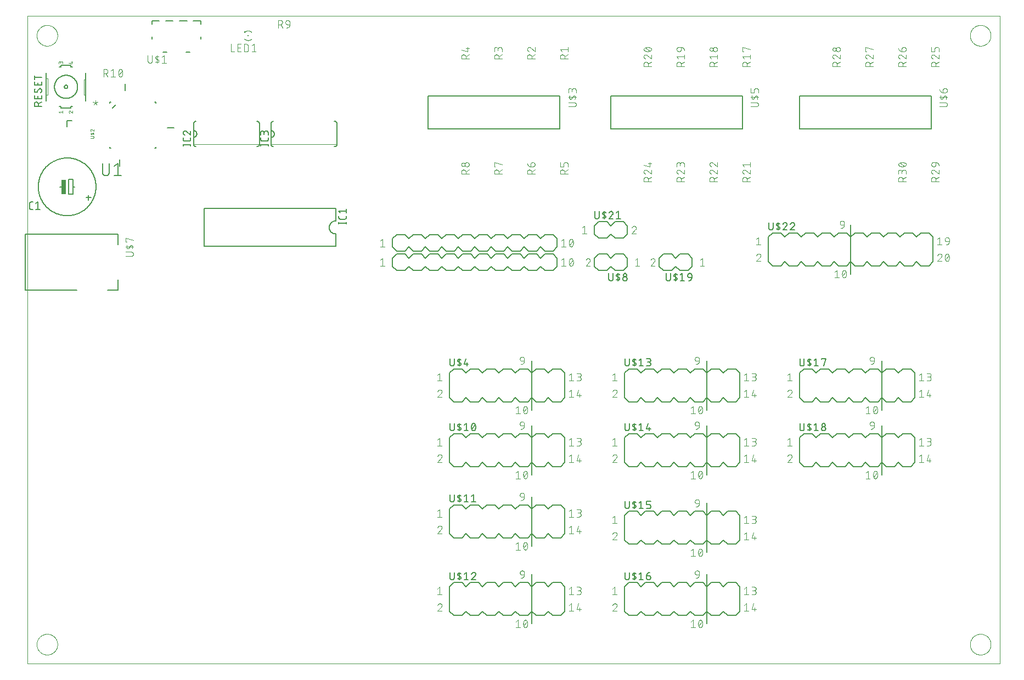
<source format=gto>
G75*
%MOIN*%
%OFA0B0*%
%FSLAX25Y25*%
%IPPOS*%
%LPD*%
%AMOC8*
5,1,8,0,0,1.08239X$1,22.5*
%
%ADD10C,0.00000*%
%ADD11C,0.00600*%
%ADD12C,0.00300*%
%ADD13C,0.00800*%
%ADD14C,0.00500*%
%ADD15C,0.00400*%
%ADD16C,0.00787*%
%ADD17C,0.00200*%
%ADD18R,0.02500X0.09000*%
%ADD19R,0.00787X0.00787*%
%ADD20R,0.00591X0.00984*%
D10*
X0003630Y0001000D02*
X0003630Y0394701D01*
X0594181Y0394701D01*
X0594181Y0001000D01*
X0003630Y0001000D01*
X0009142Y0012811D02*
X0009144Y0012969D01*
X0009150Y0013127D01*
X0009160Y0013285D01*
X0009174Y0013443D01*
X0009192Y0013600D01*
X0009213Y0013757D01*
X0009239Y0013913D01*
X0009269Y0014069D01*
X0009302Y0014224D01*
X0009340Y0014377D01*
X0009381Y0014530D01*
X0009426Y0014682D01*
X0009475Y0014833D01*
X0009528Y0014982D01*
X0009584Y0015130D01*
X0009644Y0015276D01*
X0009708Y0015421D01*
X0009776Y0015564D01*
X0009847Y0015706D01*
X0009921Y0015846D01*
X0009999Y0015983D01*
X0010081Y0016119D01*
X0010165Y0016253D01*
X0010254Y0016384D01*
X0010345Y0016513D01*
X0010440Y0016640D01*
X0010537Y0016765D01*
X0010638Y0016887D01*
X0010742Y0017006D01*
X0010849Y0017123D01*
X0010959Y0017237D01*
X0011072Y0017348D01*
X0011187Y0017457D01*
X0011305Y0017562D01*
X0011426Y0017664D01*
X0011549Y0017764D01*
X0011675Y0017860D01*
X0011803Y0017953D01*
X0011933Y0018043D01*
X0012066Y0018129D01*
X0012201Y0018213D01*
X0012337Y0018292D01*
X0012476Y0018369D01*
X0012617Y0018441D01*
X0012759Y0018511D01*
X0012903Y0018576D01*
X0013049Y0018638D01*
X0013196Y0018696D01*
X0013345Y0018751D01*
X0013495Y0018802D01*
X0013646Y0018849D01*
X0013798Y0018892D01*
X0013951Y0018931D01*
X0014106Y0018967D01*
X0014261Y0018998D01*
X0014417Y0019026D01*
X0014573Y0019050D01*
X0014730Y0019070D01*
X0014888Y0019086D01*
X0015045Y0019098D01*
X0015204Y0019106D01*
X0015362Y0019110D01*
X0015520Y0019110D01*
X0015678Y0019106D01*
X0015837Y0019098D01*
X0015994Y0019086D01*
X0016152Y0019070D01*
X0016309Y0019050D01*
X0016465Y0019026D01*
X0016621Y0018998D01*
X0016776Y0018967D01*
X0016931Y0018931D01*
X0017084Y0018892D01*
X0017236Y0018849D01*
X0017387Y0018802D01*
X0017537Y0018751D01*
X0017686Y0018696D01*
X0017833Y0018638D01*
X0017979Y0018576D01*
X0018123Y0018511D01*
X0018265Y0018441D01*
X0018406Y0018369D01*
X0018545Y0018292D01*
X0018681Y0018213D01*
X0018816Y0018129D01*
X0018949Y0018043D01*
X0019079Y0017953D01*
X0019207Y0017860D01*
X0019333Y0017764D01*
X0019456Y0017664D01*
X0019577Y0017562D01*
X0019695Y0017457D01*
X0019810Y0017348D01*
X0019923Y0017237D01*
X0020033Y0017123D01*
X0020140Y0017006D01*
X0020244Y0016887D01*
X0020345Y0016765D01*
X0020442Y0016640D01*
X0020537Y0016513D01*
X0020628Y0016384D01*
X0020717Y0016253D01*
X0020801Y0016119D01*
X0020883Y0015983D01*
X0020961Y0015846D01*
X0021035Y0015706D01*
X0021106Y0015564D01*
X0021174Y0015421D01*
X0021238Y0015276D01*
X0021298Y0015130D01*
X0021354Y0014982D01*
X0021407Y0014833D01*
X0021456Y0014682D01*
X0021501Y0014530D01*
X0021542Y0014377D01*
X0021580Y0014224D01*
X0021613Y0014069D01*
X0021643Y0013913D01*
X0021669Y0013757D01*
X0021690Y0013600D01*
X0021708Y0013443D01*
X0021722Y0013285D01*
X0021732Y0013127D01*
X0021738Y0012969D01*
X0021740Y0012811D01*
X0021738Y0012653D01*
X0021732Y0012495D01*
X0021722Y0012337D01*
X0021708Y0012179D01*
X0021690Y0012022D01*
X0021669Y0011865D01*
X0021643Y0011709D01*
X0021613Y0011553D01*
X0021580Y0011398D01*
X0021542Y0011245D01*
X0021501Y0011092D01*
X0021456Y0010940D01*
X0021407Y0010789D01*
X0021354Y0010640D01*
X0021298Y0010492D01*
X0021238Y0010346D01*
X0021174Y0010201D01*
X0021106Y0010058D01*
X0021035Y0009916D01*
X0020961Y0009776D01*
X0020883Y0009639D01*
X0020801Y0009503D01*
X0020717Y0009369D01*
X0020628Y0009238D01*
X0020537Y0009109D01*
X0020442Y0008982D01*
X0020345Y0008857D01*
X0020244Y0008735D01*
X0020140Y0008616D01*
X0020033Y0008499D01*
X0019923Y0008385D01*
X0019810Y0008274D01*
X0019695Y0008165D01*
X0019577Y0008060D01*
X0019456Y0007958D01*
X0019333Y0007858D01*
X0019207Y0007762D01*
X0019079Y0007669D01*
X0018949Y0007579D01*
X0018816Y0007493D01*
X0018681Y0007409D01*
X0018545Y0007330D01*
X0018406Y0007253D01*
X0018265Y0007181D01*
X0018123Y0007111D01*
X0017979Y0007046D01*
X0017833Y0006984D01*
X0017686Y0006926D01*
X0017537Y0006871D01*
X0017387Y0006820D01*
X0017236Y0006773D01*
X0017084Y0006730D01*
X0016931Y0006691D01*
X0016776Y0006655D01*
X0016621Y0006624D01*
X0016465Y0006596D01*
X0016309Y0006572D01*
X0016152Y0006552D01*
X0015994Y0006536D01*
X0015837Y0006524D01*
X0015678Y0006516D01*
X0015520Y0006512D01*
X0015362Y0006512D01*
X0015204Y0006516D01*
X0015045Y0006524D01*
X0014888Y0006536D01*
X0014730Y0006552D01*
X0014573Y0006572D01*
X0014417Y0006596D01*
X0014261Y0006624D01*
X0014106Y0006655D01*
X0013951Y0006691D01*
X0013798Y0006730D01*
X0013646Y0006773D01*
X0013495Y0006820D01*
X0013345Y0006871D01*
X0013196Y0006926D01*
X0013049Y0006984D01*
X0012903Y0007046D01*
X0012759Y0007111D01*
X0012617Y0007181D01*
X0012476Y0007253D01*
X0012337Y0007330D01*
X0012201Y0007409D01*
X0012066Y0007493D01*
X0011933Y0007579D01*
X0011803Y0007669D01*
X0011675Y0007762D01*
X0011549Y0007858D01*
X0011426Y0007958D01*
X0011305Y0008060D01*
X0011187Y0008165D01*
X0011072Y0008274D01*
X0010959Y0008385D01*
X0010849Y0008499D01*
X0010742Y0008616D01*
X0010638Y0008735D01*
X0010537Y0008857D01*
X0010440Y0008982D01*
X0010345Y0009109D01*
X0010254Y0009238D01*
X0010165Y0009369D01*
X0010081Y0009503D01*
X0009999Y0009639D01*
X0009921Y0009776D01*
X0009847Y0009916D01*
X0009776Y0010058D01*
X0009708Y0010201D01*
X0009644Y0010346D01*
X0009584Y0010492D01*
X0009528Y0010640D01*
X0009475Y0010789D01*
X0009426Y0010940D01*
X0009381Y0011092D01*
X0009340Y0011245D01*
X0009302Y0011398D01*
X0009269Y0011553D01*
X0009239Y0011709D01*
X0009213Y0011865D01*
X0009192Y0012022D01*
X0009174Y0012179D01*
X0009160Y0012337D01*
X0009150Y0012495D01*
X0009144Y0012653D01*
X0009142Y0012811D01*
X0009142Y0382890D02*
X0009144Y0383048D01*
X0009150Y0383206D01*
X0009160Y0383364D01*
X0009174Y0383522D01*
X0009192Y0383679D01*
X0009213Y0383836D01*
X0009239Y0383992D01*
X0009269Y0384148D01*
X0009302Y0384303D01*
X0009340Y0384456D01*
X0009381Y0384609D01*
X0009426Y0384761D01*
X0009475Y0384912D01*
X0009528Y0385061D01*
X0009584Y0385209D01*
X0009644Y0385355D01*
X0009708Y0385500D01*
X0009776Y0385643D01*
X0009847Y0385785D01*
X0009921Y0385925D01*
X0009999Y0386062D01*
X0010081Y0386198D01*
X0010165Y0386332D01*
X0010254Y0386463D01*
X0010345Y0386592D01*
X0010440Y0386719D01*
X0010537Y0386844D01*
X0010638Y0386966D01*
X0010742Y0387085D01*
X0010849Y0387202D01*
X0010959Y0387316D01*
X0011072Y0387427D01*
X0011187Y0387536D01*
X0011305Y0387641D01*
X0011426Y0387743D01*
X0011549Y0387843D01*
X0011675Y0387939D01*
X0011803Y0388032D01*
X0011933Y0388122D01*
X0012066Y0388208D01*
X0012201Y0388292D01*
X0012337Y0388371D01*
X0012476Y0388448D01*
X0012617Y0388520D01*
X0012759Y0388590D01*
X0012903Y0388655D01*
X0013049Y0388717D01*
X0013196Y0388775D01*
X0013345Y0388830D01*
X0013495Y0388881D01*
X0013646Y0388928D01*
X0013798Y0388971D01*
X0013951Y0389010D01*
X0014106Y0389046D01*
X0014261Y0389077D01*
X0014417Y0389105D01*
X0014573Y0389129D01*
X0014730Y0389149D01*
X0014888Y0389165D01*
X0015045Y0389177D01*
X0015204Y0389185D01*
X0015362Y0389189D01*
X0015520Y0389189D01*
X0015678Y0389185D01*
X0015837Y0389177D01*
X0015994Y0389165D01*
X0016152Y0389149D01*
X0016309Y0389129D01*
X0016465Y0389105D01*
X0016621Y0389077D01*
X0016776Y0389046D01*
X0016931Y0389010D01*
X0017084Y0388971D01*
X0017236Y0388928D01*
X0017387Y0388881D01*
X0017537Y0388830D01*
X0017686Y0388775D01*
X0017833Y0388717D01*
X0017979Y0388655D01*
X0018123Y0388590D01*
X0018265Y0388520D01*
X0018406Y0388448D01*
X0018545Y0388371D01*
X0018681Y0388292D01*
X0018816Y0388208D01*
X0018949Y0388122D01*
X0019079Y0388032D01*
X0019207Y0387939D01*
X0019333Y0387843D01*
X0019456Y0387743D01*
X0019577Y0387641D01*
X0019695Y0387536D01*
X0019810Y0387427D01*
X0019923Y0387316D01*
X0020033Y0387202D01*
X0020140Y0387085D01*
X0020244Y0386966D01*
X0020345Y0386844D01*
X0020442Y0386719D01*
X0020537Y0386592D01*
X0020628Y0386463D01*
X0020717Y0386332D01*
X0020801Y0386198D01*
X0020883Y0386062D01*
X0020961Y0385925D01*
X0021035Y0385785D01*
X0021106Y0385643D01*
X0021174Y0385500D01*
X0021238Y0385355D01*
X0021298Y0385209D01*
X0021354Y0385061D01*
X0021407Y0384912D01*
X0021456Y0384761D01*
X0021501Y0384609D01*
X0021542Y0384456D01*
X0021580Y0384303D01*
X0021613Y0384148D01*
X0021643Y0383992D01*
X0021669Y0383836D01*
X0021690Y0383679D01*
X0021708Y0383522D01*
X0021722Y0383364D01*
X0021732Y0383206D01*
X0021738Y0383048D01*
X0021740Y0382890D01*
X0021738Y0382732D01*
X0021732Y0382574D01*
X0021722Y0382416D01*
X0021708Y0382258D01*
X0021690Y0382101D01*
X0021669Y0381944D01*
X0021643Y0381788D01*
X0021613Y0381632D01*
X0021580Y0381477D01*
X0021542Y0381324D01*
X0021501Y0381171D01*
X0021456Y0381019D01*
X0021407Y0380868D01*
X0021354Y0380719D01*
X0021298Y0380571D01*
X0021238Y0380425D01*
X0021174Y0380280D01*
X0021106Y0380137D01*
X0021035Y0379995D01*
X0020961Y0379855D01*
X0020883Y0379718D01*
X0020801Y0379582D01*
X0020717Y0379448D01*
X0020628Y0379317D01*
X0020537Y0379188D01*
X0020442Y0379061D01*
X0020345Y0378936D01*
X0020244Y0378814D01*
X0020140Y0378695D01*
X0020033Y0378578D01*
X0019923Y0378464D01*
X0019810Y0378353D01*
X0019695Y0378244D01*
X0019577Y0378139D01*
X0019456Y0378037D01*
X0019333Y0377937D01*
X0019207Y0377841D01*
X0019079Y0377748D01*
X0018949Y0377658D01*
X0018816Y0377572D01*
X0018681Y0377488D01*
X0018545Y0377409D01*
X0018406Y0377332D01*
X0018265Y0377260D01*
X0018123Y0377190D01*
X0017979Y0377125D01*
X0017833Y0377063D01*
X0017686Y0377005D01*
X0017537Y0376950D01*
X0017387Y0376899D01*
X0017236Y0376852D01*
X0017084Y0376809D01*
X0016931Y0376770D01*
X0016776Y0376734D01*
X0016621Y0376703D01*
X0016465Y0376675D01*
X0016309Y0376651D01*
X0016152Y0376631D01*
X0015994Y0376615D01*
X0015837Y0376603D01*
X0015678Y0376595D01*
X0015520Y0376591D01*
X0015362Y0376591D01*
X0015204Y0376595D01*
X0015045Y0376603D01*
X0014888Y0376615D01*
X0014730Y0376631D01*
X0014573Y0376651D01*
X0014417Y0376675D01*
X0014261Y0376703D01*
X0014106Y0376734D01*
X0013951Y0376770D01*
X0013798Y0376809D01*
X0013646Y0376852D01*
X0013495Y0376899D01*
X0013345Y0376950D01*
X0013196Y0377005D01*
X0013049Y0377063D01*
X0012903Y0377125D01*
X0012759Y0377190D01*
X0012617Y0377260D01*
X0012476Y0377332D01*
X0012337Y0377409D01*
X0012201Y0377488D01*
X0012066Y0377572D01*
X0011933Y0377658D01*
X0011803Y0377748D01*
X0011675Y0377841D01*
X0011549Y0377937D01*
X0011426Y0378037D01*
X0011305Y0378139D01*
X0011187Y0378244D01*
X0011072Y0378353D01*
X0010959Y0378464D01*
X0010849Y0378578D01*
X0010742Y0378695D01*
X0010638Y0378814D01*
X0010537Y0378936D01*
X0010440Y0379061D01*
X0010345Y0379188D01*
X0010254Y0379317D01*
X0010165Y0379448D01*
X0010081Y0379582D01*
X0009999Y0379718D01*
X0009921Y0379855D01*
X0009847Y0379995D01*
X0009776Y0380137D01*
X0009708Y0380280D01*
X0009644Y0380425D01*
X0009584Y0380571D01*
X0009528Y0380719D01*
X0009475Y0380868D01*
X0009426Y0381019D01*
X0009381Y0381171D01*
X0009340Y0381324D01*
X0009302Y0381477D01*
X0009269Y0381632D01*
X0009239Y0381788D01*
X0009213Y0381944D01*
X0009192Y0382101D01*
X0009174Y0382258D01*
X0009160Y0382416D01*
X0009150Y0382574D01*
X0009144Y0382732D01*
X0009142Y0382890D01*
X0576071Y0382890D02*
X0576073Y0383048D01*
X0576079Y0383206D01*
X0576089Y0383364D01*
X0576103Y0383522D01*
X0576121Y0383679D01*
X0576142Y0383836D01*
X0576168Y0383992D01*
X0576198Y0384148D01*
X0576231Y0384303D01*
X0576269Y0384456D01*
X0576310Y0384609D01*
X0576355Y0384761D01*
X0576404Y0384912D01*
X0576457Y0385061D01*
X0576513Y0385209D01*
X0576573Y0385355D01*
X0576637Y0385500D01*
X0576705Y0385643D01*
X0576776Y0385785D01*
X0576850Y0385925D01*
X0576928Y0386062D01*
X0577010Y0386198D01*
X0577094Y0386332D01*
X0577183Y0386463D01*
X0577274Y0386592D01*
X0577369Y0386719D01*
X0577466Y0386844D01*
X0577567Y0386966D01*
X0577671Y0387085D01*
X0577778Y0387202D01*
X0577888Y0387316D01*
X0578001Y0387427D01*
X0578116Y0387536D01*
X0578234Y0387641D01*
X0578355Y0387743D01*
X0578478Y0387843D01*
X0578604Y0387939D01*
X0578732Y0388032D01*
X0578862Y0388122D01*
X0578995Y0388208D01*
X0579130Y0388292D01*
X0579266Y0388371D01*
X0579405Y0388448D01*
X0579546Y0388520D01*
X0579688Y0388590D01*
X0579832Y0388655D01*
X0579978Y0388717D01*
X0580125Y0388775D01*
X0580274Y0388830D01*
X0580424Y0388881D01*
X0580575Y0388928D01*
X0580727Y0388971D01*
X0580880Y0389010D01*
X0581035Y0389046D01*
X0581190Y0389077D01*
X0581346Y0389105D01*
X0581502Y0389129D01*
X0581659Y0389149D01*
X0581817Y0389165D01*
X0581974Y0389177D01*
X0582133Y0389185D01*
X0582291Y0389189D01*
X0582449Y0389189D01*
X0582607Y0389185D01*
X0582766Y0389177D01*
X0582923Y0389165D01*
X0583081Y0389149D01*
X0583238Y0389129D01*
X0583394Y0389105D01*
X0583550Y0389077D01*
X0583705Y0389046D01*
X0583860Y0389010D01*
X0584013Y0388971D01*
X0584165Y0388928D01*
X0584316Y0388881D01*
X0584466Y0388830D01*
X0584615Y0388775D01*
X0584762Y0388717D01*
X0584908Y0388655D01*
X0585052Y0388590D01*
X0585194Y0388520D01*
X0585335Y0388448D01*
X0585474Y0388371D01*
X0585610Y0388292D01*
X0585745Y0388208D01*
X0585878Y0388122D01*
X0586008Y0388032D01*
X0586136Y0387939D01*
X0586262Y0387843D01*
X0586385Y0387743D01*
X0586506Y0387641D01*
X0586624Y0387536D01*
X0586739Y0387427D01*
X0586852Y0387316D01*
X0586962Y0387202D01*
X0587069Y0387085D01*
X0587173Y0386966D01*
X0587274Y0386844D01*
X0587371Y0386719D01*
X0587466Y0386592D01*
X0587557Y0386463D01*
X0587646Y0386332D01*
X0587730Y0386198D01*
X0587812Y0386062D01*
X0587890Y0385925D01*
X0587964Y0385785D01*
X0588035Y0385643D01*
X0588103Y0385500D01*
X0588167Y0385355D01*
X0588227Y0385209D01*
X0588283Y0385061D01*
X0588336Y0384912D01*
X0588385Y0384761D01*
X0588430Y0384609D01*
X0588471Y0384456D01*
X0588509Y0384303D01*
X0588542Y0384148D01*
X0588572Y0383992D01*
X0588598Y0383836D01*
X0588619Y0383679D01*
X0588637Y0383522D01*
X0588651Y0383364D01*
X0588661Y0383206D01*
X0588667Y0383048D01*
X0588669Y0382890D01*
X0588667Y0382732D01*
X0588661Y0382574D01*
X0588651Y0382416D01*
X0588637Y0382258D01*
X0588619Y0382101D01*
X0588598Y0381944D01*
X0588572Y0381788D01*
X0588542Y0381632D01*
X0588509Y0381477D01*
X0588471Y0381324D01*
X0588430Y0381171D01*
X0588385Y0381019D01*
X0588336Y0380868D01*
X0588283Y0380719D01*
X0588227Y0380571D01*
X0588167Y0380425D01*
X0588103Y0380280D01*
X0588035Y0380137D01*
X0587964Y0379995D01*
X0587890Y0379855D01*
X0587812Y0379718D01*
X0587730Y0379582D01*
X0587646Y0379448D01*
X0587557Y0379317D01*
X0587466Y0379188D01*
X0587371Y0379061D01*
X0587274Y0378936D01*
X0587173Y0378814D01*
X0587069Y0378695D01*
X0586962Y0378578D01*
X0586852Y0378464D01*
X0586739Y0378353D01*
X0586624Y0378244D01*
X0586506Y0378139D01*
X0586385Y0378037D01*
X0586262Y0377937D01*
X0586136Y0377841D01*
X0586008Y0377748D01*
X0585878Y0377658D01*
X0585745Y0377572D01*
X0585610Y0377488D01*
X0585474Y0377409D01*
X0585335Y0377332D01*
X0585194Y0377260D01*
X0585052Y0377190D01*
X0584908Y0377125D01*
X0584762Y0377063D01*
X0584615Y0377005D01*
X0584466Y0376950D01*
X0584316Y0376899D01*
X0584165Y0376852D01*
X0584013Y0376809D01*
X0583860Y0376770D01*
X0583705Y0376734D01*
X0583550Y0376703D01*
X0583394Y0376675D01*
X0583238Y0376651D01*
X0583081Y0376631D01*
X0582923Y0376615D01*
X0582766Y0376603D01*
X0582607Y0376595D01*
X0582449Y0376591D01*
X0582291Y0376591D01*
X0582133Y0376595D01*
X0581974Y0376603D01*
X0581817Y0376615D01*
X0581659Y0376631D01*
X0581502Y0376651D01*
X0581346Y0376675D01*
X0581190Y0376703D01*
X0581035Y0376734D01*
X0580880Y0376770D01*
X0580727Y0376809D01*
X0580575Y0376852D01*
X0580424Y0376899D01*
X0580274Y0376950D01*
X0580125Y0377005D01*
X0579978Y0377063D01*
X0579832Y0377125D01*
X0579688Y0377190D01*
X0579546Y0377260D01*
X0579405Y0377332D01*
X0579266Y0377409D01*
X0579130Y0377488D01*
X0578995Y0377572D01*
X0578862Y0377658D01*
X0578732Y0377748D01*
X0578604Y0377841D01*
X0578478Y0377937D01*
X0578355Y0378037D01*
X0578234Y0378139D01*
X0578116Y0378244D01*
X0578001Y0378353D01*
X0577888Y0378464D01*
X0577778Y0378578D01*
X0577671Y0378695D01*
X0577567Y0378814D01*
X0577466Y0378936D01*
X0577369Y0379061D01*
X0577274Y0379188D01*
X0577183Y0379317D01*
X0577094Y0379448D01*
X0577010Y0379582D01*
X0576928Y0379718D01*
X0576850Y0379855D01*
X0576776Y0379995D01*
X0576705Y0380137D01*
X0576637Y0380280D01*
X0576573Y0380425D01*
X0576513Y0380571D01*
X0576457Y0380719D01*
X0576404Y0380868D01*
X0576355Y0381019D01*
X0576310Y0381171D01*
X0576269Y0381324D01*
X0576231Y0381477D01*
X0576198Y0381632D01*
X0576168Y0381788D01*
X0576142Y0381944D01*
X0576121Y0382101D01*
X0576103Y0382258D01*
X0576089Y0382416D01*
X0576079Y0382574D01*
X0576073Y0382732D01*
X0576071Y0382890D01*
X0576071Y0012811D02*
X0576073Y0012969D01*
X0576079Y0013127D01*
X0576089Y0013285D01*
X0576103Y0013443D01*
X0576121Y0013600D01*
X0576142Y0013757D01*
X0576168Y0013913D01*
X0576198Y0014069D01*
X0576231Y0014224D01*
X0576269Y0014377D01*
X0576310Y0014530D01*
X0576355Y0014682D01*
X0576404Y0014833D01*
X0576457Y0014982D01*
X0576513Y0015130D01*
X0576573Y0015276D01*
X0576637Y0015421D01*
X0576705Y0015564D01*
X0576776Y0015706D01*
X0576850Y0015846D01*
X0576928Y0015983D01*
X0577010Y0016119D01*
X0577094Y0016253D01*
X0577183Y0016384D01*
X0577274Y0016513D01*
X0577369Y0016640D01*
X0577466Y0016765D01*
X0577567Y0016887D01*
X0577671Y0017006D01*
X0577778Y0017123D01*
X0577888Y0017237D01*
X0578001Y0017348D01*
X0578116Y0017457D01*
X0578234Y0017562D01*
X0578355Y0017664D01*
X0578478Y0017764D01*
X0578604Y0017860D01*
X0578732Y0017953D01*
X0578862Y0018043D01*
X0578995Y0018129D01*
X0579130Y0018213D01*
X0579266Y0018292D01*
X0579405Y0018369D01*
X0579546Y0018441D01*
X0579688Y0018511D01*
X0579832Y0018576D01*
X0579978Y0018638D01*
X0580125Y0018696D01*
X0580274Y0018751D01*
X0580424Y0018802D01*
X0580575Y0018849D01*
X0580727Y0018892D01*
X0580880Y0018931D01*
X0581035Y0018967D01*
X0581190Y0018998D01*
X0581346Y0019026D01*
X0581502Y0019050D01*
X0581659Y0019070D01*
X0581817Y0019086D01*
X0581974Y0019098D01*
X0582133Y0019106D01*
X0582291Y0019110D01*
X0582449Y0019110D01*
X0582607Y0019106D01*
X0582766Y0019098D01*
X0582923Y0019086D01*
X0583081Y0019070D01*
X0583238Y0019050D01*
X0583394Y0019026D01*
X0583550Y0018998D01*
X0583705Y0018967D01*
X0583860Y0018931D01*
X0584013Y0018892D01*
X0584165Y0018849D01*
X0584316Y0018802D01*
X0584466Y0018751D01*
X0584615Y0018696D01*
X0584762Y0018638D01*
X0584908Y0018576D01*
X0585052Y0018511D01*
X0585194Y0018441D01*
X0585335Y0018369D01*
X0585474Y0018292D01*
X0585610Y0018213D01*
X0585745Y0018129D01*
X0585878Y0018043D01*
X0586008Y0017953D01*
X0586136Y0017860D01*
X0586262Y0017764D01*
X0586385Y0017664D01*
X0586506Y0017562D01*
X0586624Y0017457D01*
X0586739Y0017348D01*
X0586852Y0017237D01*
X0586962Y0017123D01*
X0587069Y0017006D01*
X0587173Y0016887D01*
X0587274Y0016765D01*
X0587371Y0016640D01*
X0587466Y0016513D01*
X0587557Y0016384D01*
X0587646Y0016253D01*
X0587730Y0016119D01*
X0587812Y0015983D01*
X0587890Y0015846D01*
X0587964Y0015706D01*
X0588035Y0015564D01*
X0588103Y0015421D01*
X0588167Y0015276D01*
X0588227Y0015130D01*
X0588283Y0014982D01*
X0588336Y0014833D01*
X0588385Y0014682D01*
X0588430Y0014530D01*
X0588471Y0014377D01*
X0588509Y0014224D01*
X0588542Y0014069D01*
X0588572Y0013913D01*
X0588598Y0013757D01*
X0588619Y0013600D01*
X0588637Y0013443D01*
X0588651Y0013285D01*
X0588661Y0013127D01*
X0588667Y0012969D01*
X0588669Y0012811D01*
X0588667Y0012653D01*
X0588661Y0012495D01*
X0588651Y0012337D01*
X0588637Y0012179D01*
X0588619Y0012022D01*
X0588598Y0011865D01*
X0588572Y0011709D01*
X0588542Y0011553D01*
X0588509Y0011398D01*
X0588471Y0011245D01*
X0588430Y0011092D01*
X0588385Y0010940D01*
X0588336Y0010789D01*
X0588283Y0010640D01*
X0588227Y0010492D01*
X0588167Y0010346D01*
X0588103Y0010201D01*
X0588035Y0010058D01*
X0587964Y0009916D01*
X0587890Y0009776D01*
X0587812Y0009639D01*
X0587730Y0009503D01*
X0587646Y0009369D01*
X0587557Y0009238D01*
X0587466Y0009109D01*
X0587371Y0008982D01*
X0587274Y0008857D01*
X0587173Y0008735D01*
X0587069Y0008616D01*
X0586962Y0008499D01*
X0586852Y0008385D01*
X0586739Y0008274D01*
X0586624Y0008165D01*
X0586506Y0008060D01*
X0586385Y0007958D01*
X0586262Y0007858D01*
X0586136Y0007762D01*
X0586008Y0007669D01*
X0585878Y0007579D01*
X0585745Y0007493D01*
X0585610Y0007409D01*
X0585474Y0007330D01*
X0585335Y0007253D01*
X0585194Y0007181D01*
X0585052Y0007111D01*
X0584908Y0007046D01*
X0584762Y0006984D01*
X0584615Y0006926D01*
X0584466Y0006871D01*
X0584316Y0006820D01*
X0584165Y0006773D01*
X0584013Y0006730D01*
X0583860Y0006691D01*
X0583705Y0006655D01*
X0583550Y0006624D01*
X0583394Y0006596D01*
X0583238Y0006572D01*
X0583081Y0006552D01*
X0582923Y0006536D01*
X0582766Y0006524D01*
X0582607Y0006516D01*
X0582449Y0006512D01*
X0582291Y0006512D01*
X0582133Y0006516D01*
X0581974Y0006524D01*
X0581817Y0006536D01*
X0581659Y0006552D01*
X0581502Y0006572D01*
X0581346Y0006596D01*
X0581190Y0006624D01*
X0581035Y0006655D01*
X0580880Y0006691D01*
X0580727Y0006730D01*
X0580575Y0006773D01*
X0580424Y0006820D01*
X0580274Y0006871D01*
X0580125Y0006926D01*
X0579978Y0006984D01*
X0579832Y0007046D01*
X0579688Y0007111D01*
X0579546Y0007181D01*
X0579405Y0007253D01*
X0579266Y0007330D01*
X0579130Y0007409D01*
X0578995Y0007493D01*
X0578862Y0007579D01*
X0578732Y0007669D01*
X0578604Y0007762D01*
X0578478Y0007858D01*
X0578355Y0007958D01*
X0578234Y0008060D01*
X0578116Y0008165D01*
X0578001Y0008274D01*
X0577888Y0008385D01*
X0577778Y0008499D01*
X0577671Y0008616D01*
X0577567Y0008735D01*
X0577466Y0008857D01*
X0577369Y0008982D01*
X0577274Y0009109D01*
X0577183Y0009238D01*
X0577094Y0009369D01*
X0577010Y0009503D01*
X0576928Y0009639D01*
X0576850Y0009776D01*
X0576776Y0009916D01*
X0576705Y0010058D01*
X0576637Y0010201D01*
X0576573Y0010346D01*
X0576513Y0010492D01*
X0576457Y0010640D01*
X0576404Y0010789D01*
X0576355Y0010940D01*
X0576310Y0011092D01*
X0576269Y0011245D01*
X0576231Y0011398D01*
X0576198Y0011553D01*
X0576168Y0011709D01*
X0576142Y0011865D01*
X0576121Y0012022D01*
X0576103Y0012179D01*
X0576089Y0012337D01*
X0576079Y0012495D01*
X0576073Y0012653D01*
X0576071Y0012811D01*
D11*
X0436268Y0032870D02*
X0436268Y0047870D01*
X0433768Y0050370D01*
X0428768Y0050370D01*
X0426268Y0047870D01*
X0423768Y0050370D01*
X0418768Y0050370D01*
X0416268Y0047870D01*
X0413768Y0050370D01*
X0408768Y0050370D01*
X0406268Y0047870D01*
X0403768Y0050370D01*
X0398768Y0050370D01*
X0396268Y0047870D01*
X0393768Y0050370D01*
X0388768Y0050370D01*
X0386268Y0047870D01*
X0383768Y0050370D01*
X0378768Y0050370D01*
X0376268Y0047870D01*
X0373768Y0050370D01*
X0368768Y0050370D01*
X0366268Y0047870D01*
X0366268Y0032870D01*
X0368768Y0030370D01*
X0373768Y0030370D01*
X0376268Y0032870D01*
X0378768Y0030370D01*
X0383768Y0030370D01*
X0386268Y0032870D01*
X0388768Y0030370D01*
X0393768Y0030370D01*
X0396268Y0032870D01*
X0398768Y0030370D01*
X0403768Y0030370D01*
X0406268Y0032870D01*
X0408768Y0030370D01*
X0413768Y0030370D01*
X0416268Y0032870D01*
X0418768Y0030370D01*
X0423768Y0030370D01*
X0426268Y0032870D01*
X0428768Y0030370D01*
X0433768Y0030370D01*
X0436268Y0032870D01*
X0433768Y0073677D02*
X0436268Y0076177D01*
X0436268Y0091177D01*
X0433768Y0093677D01*
X0428768Y0093677D01*
X0426268Y0091177D01*
X0423768Y0093677D01*
X0418768Y0093677D01*
X0416268Y0091177D01*
X0413768Y0093677D01*
X0408768Y0093677D01*
X0406268Y0091177D01*
X0403768Y0093677D01*
X0398768Y0093677D01*
X0396268Y0091177D01*
X0393768Y0093677D01*
X0388768Y0093677D01*
X0386268Y0091177D01*
X0383768Y0093677D01*
X0378768Y0093677D01*
X0376268Y0091177D01*
X0373768Y0093677D01*
X0368768Y0093677D01*
X0366268Y0091177D01*
X0366268Y0076177D01*
X0368768Y0073677D01*
X0373768Y0073677D01*
X0376268Y0076177D01*
X0378768Y0073677D01*
X0383768Y0073677D01*
X0386268Y0076177D01*
X0388768Y0073677D01*
X0393768Y0073677D01*
X0396268Y0076177D01*
X0398768Y0073677D01*
X0403768Y0073677D01*
X0406268Y0076177D01*
X0408768Y0073677D01*
X0413768Y0073677D01*
X0416268Y0076177D01*
X0418768Y0073677D01*
X0423768Y0073677D01*
X0426268Y0076177D01*
X0428768Y0073677D01*
X0433768Y0073677D01*
X0433768Y0120921D02*
X0436268Y0123421D01*
X0436268Y0138421D01*
X0433768Y0140921D01*
X0428768Y0140921D01*
X0426268Y0138421D01*
X0423768Y0140921D01*
X0418768Y0140921D01*
X0416268Y0138421D01*
X0413768Y0140921D01*
X0408768Y0140921D01*
X0406268Y0138421D01*
X0403768Y0140921D01*
X0398768Y0140921D01*
X0396268Y0138421D01*
X0393768Y0140921D01*
X0388768Y0140921D01*
X0386268Y0138421D01*
X0383768Y0140921D01*
X0378768Y0140921D01*
X0376268Y0138421D01*
X0373768Y0140921D01*
X0368768Y0140921D01*
X0366268Y0138421D01*
X0366268Y0123421D01*
X0368768Y0120921D01*
X0373768Y0120921D01*
X0376268Y0123421D01*
X0378768Y0120921D01*
X0383768Y0120921D01*
X0386268Y0123421D01*
X0388768Y0120921D01*
X0393768Y0120921D01*
X0396268Y0123421D01*
X0398768Y0120921D01*
X0403768Y0120921D01*
X0406268Y0123421D01*
X0408768Y0120921D01*
X0413768Y0120921D01*
X0416268Y0123421D01*
X0418768Y0120921D01*
X0423768Y0120921D01*
X0426268Y0123421D01*
X0428768Y0120921D01*
X0433768Y0120921D01*
X0472567Y0123421D02*
X0475067Y0120921D01*
X0480067Y0120921D01*
X0482567Y0123421D01*
X0485067Y0120921D01*
X0490067Y0120921D01*
X0492567Y0123421D01*
X0495067Y0120921D01*
X0500067Y0120921D01*
X0502567Y0123421D01*
X0505067Y0120921D01*
X0510067Y0120921D01*
X0512567Y0123421D01*
X0515067Y0120921D01*
X0520067Y0120921D01*
X0522567Y0123421D01*
X0525067Y0120921D01*
X0530067Y0120921D01*
X0532567Y0123421D01*
X0535067Y0120921D01*
X0540067Y0120921D01*
X0542567Y0123421D01*
X0542567Y0138421D01*
X0540067Y0140921D01*
X0535067Y0140921D01*
X0532567Y0138421D01*
X0530067Y0140921D01*
X0525067Y0140921D01*
X0522567Y0138421D01*
X0520067Y0140921D01*
X0515067Y0140921D01*
X0512567Y0138421D01*
X0510067Y0140921D01*
X0505067Y0140921D01*
X0502567Y0138421D01*
X0500067Y0140921D01*
X0495067Y0140921D01*
X0492567Y0138421D01*
X0490067Y0140921D01*
X0485067Y0140921D01*
X0482567Y0138421D01*
X0480067Y0140921D01*
X0475067Y0140921D01*
X0472567Y0138421D01*
X0472567Y0123421D01*
X0475067Y0160291D02*
X0480067Y0160291D01*
X0482567Y0162791D01*
X0485067Y0160291D01*
X0490067Y0160291D01*
X0492567Y0162791D01*
X0495067Y0160291D01*
X0500067Y0160291D01*
X0502567Y0162791D01*
X0505067Y0160291D01*
X0510067Y0160291D01*
X0512567Y0162791D01*
X0515067Y0160291D01*
X0520067Y0160291D01*
X0522567Y0162791D01*
X0525067Y0160291D01*
X0530067Y0160291D01*
X0532567Y0162791D01*
X0535067Y0160291D01*
X0540067Y0160291D01*
X0542567Y0162791D01*
X0542567Y0177791D01*
X0540067Y0180291D01*
X0535067Y0180291D01*
X0532567Y0177791D01*
X0530067Y0180291D01*
X0525067Y0180291D01*
X0522567Y0177791D01*
X0520067Y0180291D01*
X0515067Y0180291D01*
X0512567Y0177791D01*
X0510067Y0180291D01*
X0505067Y0180291D01*
X0502567Y0177791D01*
X0500067Y0180291D01*
X0495067Y0180291D01*
X0492567Y0177791D01*
X0490067Y0180291D01*
X0485067Y0180291D01*
X0482567Y0177791D01*
X0480067Y0180291D01*
X0475067Y0180291D01*
X0472567Y0177791D01*
X0472567Y0162791D01*
X0475067Y0160291D01*
X0436268Y0162791D02*
X0436268Y0177791D01*
X0433768Y0180291D01*
X0428768Y0180291D01*
X0426268Y0177791D01*
X0423768Y0180291D01*
X0418768Y0180291D01*
X0416268Y0177791D01*
X0413768Y0180291D01*
X0408768Y0180291D01*
X0406268Y0177791D01*
X0403768Y0180291D01*
X0398768Y0180291D01*
X0396268Y0177791D01*
X0393768Y0180291D01*
X0388768Y0180291D01*
X0386268Y0177791D01*
X0383768Y0180291D01*
X0378768Y0180291D01*
X0376268Y0177791D01*
X0373768Y0180291D01*
X0368768Y0180291D01*
X0366268Y0177791D01*
X0366268Y0162791D01*
X0368768Y0160291D01*
X0373768Y0160291D01*
X0376268Y0162791D01*
X0378768Y0160291D01*
X0383768Y0160291D01*
X0386268Y0162791D01*
X0388768Y0160291D01*
X0393768Y0160291D01*
X0396268Y0162791D01*
X0398768Y0160291D01*
X0403768Y0160291D01*
X0406268Y0162791D01*
X0408768Y0160291D01*
X0413768Y0160291D01*
X0416268Y0162791D01*
X0418768Y0160291D01*
X0423768Y0160291D01*
X0426268Y0162791D01*
X0428768Y0160291D01*
X0433768Y0160291D01*
X0436268Y0162791D01*
X0329969Y0162791D02*
X0329969Y0177791D01*
X0327469Y0180291D01*
X0322469Y0180291D01*
X0319969Y0177791D01*
X0317469Y0180291D01*
X0312469Y0180291D01*
X0309969Y0177791D01*
X0307469Y0180291D01*
X0302469Y0180291D01*
X0299969Y0177791D01*
X0297469Y0180291D01*
X0292469Y0180291D01*
X0289969Y0177791D01*
X0287469Y0180291D01*
X0282469Y0180291D01*
X0279969Y0177791D01*
X0277469Y0180291D01*
X0272469Y0180291D01*
X0269969Y0177791D01*
X0267469Y0180291D01*
X0262469Y0180291D01*
X0259969Y0177791D01*
X0259969Y0162791D01*
X0262469Y0160291D01*
X0267469Y0160291D01*
X0269969Y0162791D01*
X0272469Y0160291D01*
X0277469Y0160291D01*
X0279969Y0162791D01*
X0282469Y0160291D01*
X0287469Y0160291D01*
X0289969Y0162791D01*
X0292469Y0160291D01*
X0297469Y0160291D01*
X0299969Y0162791D01*
X0302469Y0160291D01*
X0307469Y0160291D01*
X0309969Y0162791D01*
X0312469Y0160291D01*
X0317469Y0160291D01*
X0319969Y0162791D01*
X0322469Y0160291D01*
X0327469Y0160291D01*
X0329969Y0162791D01*
X0327469Y0140921D02*
X0322469Y0140921D01*
X0319969Y0138421D01*
X0317469Y0140921D01*
X0312469Y0140921D01*
X0309969Y0138421D01*
X0307469Y0140921D01*
X0302469Y0140921D01*
X0299969Y0138421D01*
X0297469Y0140921D01*
X0292469Y0140921D01*
X0289969Y0138421D01*
X0287469Y0140921D01*
X0282469Y0140921D01*
X0279969Y0138421D01*
X0277469Y0140921D01*
X0272469Y0140921D01*
X0269969Y0138421D01*
X0267469Y0140921D01*
X0262469Y0140921D01*
X0259969Y0138421D01*
X0259969Y0123421D01*
X0262469Y0120921D01*
X0267469Y0120921D01*
X0269969Y0123421D01*
X0272469Y0120921D01*
X0277469Y0120921D01*
X0279969Y0123421D01*
X0282469Y0120921D01*
X0287469Y0120921D01*
X0289969Y0123421D01*
X0292469Y0120921D01*
X0297469Y0120921D01*
X0299969Y0123421D01*
X0302469Y0120921D01*
X0307469Y0120921D01*
X0309969Y0123421D01*
X0312469Y0120921D01*
X0317469Y0120921D01*
X0319969Y0123421D01*
X0322469Y0120921D01*
X0327469Y0120921D01*
X0329969Y0123421D01*
X0329969Y0138421D01*
X0327469Y0140921D01*
X0327469Y0097614D02*
X0322469Y0097614D01*
X0319969Y0095114D01*
X0317469Y0097614D01*
X0312469Y0097614D01*
X0309969Y0095114D01*
X0307469Y0097614D01*
X0302469Y0097614D01*
X0299969Y0095114D01*
X0297469Y0097614D01*
X0292469Y0097614D01*
X0289969Y0095114D01*
X0287469Y0097614D01*
X0282469Y0097614D01*
X0279969Y0095114D01*
X0277469Y0097614D01*
X0272469Y0097614D01*
X0269969Y0095114D01*
X0267469Y0097614D01*
X0262469Y0097614D01*
X0259969Y0095114D01*
X0259969Y0080114D01*
X0262469Y0077614D01*
X0267469Y0077614D01*
X0269969Y0080114D01*
X0272469Y0077614D01*
X0277469Y0077614D01*
X0279969Y0080114D01*
X0282469Y0077614D01*
X0287469Y0077614D01*
X0289969Y0080114D01*
X0292469Y0077614D01*
X0297469Y0077614D01*
X0299969Y0080114D01*
X0302469Y0077614D01*
X0307469Y0077614D01*
X0309969Y0080114D01*
X0312469Y0077614D01*
X0317469Y0077614D01*
X0319969Y0080114D01*
X0322469Y0077614D01*
X0327469Y0077614D01*
X0329969Y0080114D01*
X0329969Y0095114D01*
X0327469Y0097614D01*
X0327469Y0050370D02*
X0322469Y0050370D01*
X0319969Y0047870D01*
X0317469Y0050370D01*
X0312469Y0050370D01*
X0309969Y0047870D01*
X0307469Y0050370D01*
X0302469Y0050370D01*
X0299969Y0047870D01*
X0297469Y0050370D01*
X0292469Y0050370D01*
X0289969Y0047870D01*
X0287469Y0050370D01*
X0282469Y0050370D01*
X0279969Y0047870D01*
X0277469Y0050370D01*
X0272469Y0050370D01*
X0269969Y0047870D01*
X0267469Y0050370D01*
X0262469Y0050370D01*
X0259969Y0047870D01*
X0259969Y0032870D01*
X0262469Y0030370D01*
X0267469Y0030370D01*
X0269969Y0032870D01*
X0272469Y0030370D01*
X0277469Y0030370D01*
X0279969Y0032870D01*
X0282469Y0030370D01*
X0287469Y0030370D01*
X0289969Y0032870D01*
X0292469Y0030370D01*
X0297469Y0030370D01*
X0299969Y0032870D01*
X0302469Y0030370D01*
X0307469Y0030370D01*
X0309969Y0032870D01*
X0312469Y0030370D01*
X0317469Y0030370D01*
X0319969Y0032870D01*
X0322469Y0030370D01*
X0327469Y0030370D01*
X0329969Y0032870D01*
X0329969Y0047870D01*
X0327469Y0050370D01*
X0322783Y0240094D02*
X0317783Y0240094D01*
X0315283Y0242594D01*
X0312783Y0240094D01*
X0307783Y0240094D01*
X0305283Y0242594D01*
X0302783Y0240094D01*
X0297783Y0240094D01*
X0295283Y0242594D01*
X0292783Y0240094D01*
X0287783Y0240094D01*
X0285283Y0242594D01*
X0282783Y0240094D01*
X0277783Y0240094D01*
X0275283Y0242594D01*
X0272783Y0240094D01*
X0267783Y0240094D01*
X0265283Y0242594D01*
X0262783Y0240094D01*
X0257783Y0240094D01*
X0255283Y0242594D01*
X0252783Y0240094D01*
X0247783Y0240094D01*
X0245283Y0242594D01*
X0242783Y0240094D01*
X0237783Y0240094D01*
X0235283Y0242594D01*
X0232783Y0240094D01*
X0227783Y0240094D01*
X0225283Y0242594D01*
X0225283Y0247594D01*
X0227783Y0250094D01*
X0232783Y0250094D01*
X0235283Y0247594D01*
X0237783Y0250094D01*
X0242783Y0250094D01*
X0245283Y0247594D01*
X0247783Y0250094D01*
X0252783Y0250094D01*
X0255283Y0247594D01*
X0257783Y0250094D01*
X0262783Y0250094D01*
X0265283Y0247594D01*
X0267783Y0250094D01*
X0272783Y0250094D01*
X0275283Y0247594D01*
X0277783Y0250094D01*
X0282783Y0250094D01*
X0285283Y0247594D01*
X0287783Y0250094D01*
X0292783Y0250094D01*
X0295283Y0247594D01*
X0297783Y0250094D01*
X0302783Y0250094D01*
X0305283Y0247594D01*
X0307783Y0250094D01*
X0312783Y0250094D01*
X0315283Y0247594D01*
X0317783Y0250094D01*
X0322783Y0250094D01*
X0325283Y0247594D01*
X0325283Y0242594D01*
X0322783Y0240094D01*
X0322783Y0251906D02*
X0317783Y0251906D01*
X0315283Y0254406D01*
X0312783Y0251906D01*
X0307783Y0251906D01*
X0305283Y0254406D01*
X0302783Y0251906D01*
X0297783Y0251906D01*
X0295283Y0254406D01*
X0292783Y0251906D01*
X0287783Y0251906D01*
X0285283Y0254406D01*
X0282783Y0251906D01*
X0277783Y0251906D01*
X0275283Y0254406D01*
X0272783Y0251906D01*
X0267783Y0251906D01*
X0265283Y0254406D01*
X0262783Y0251906D01*
X0257783Y0251906D01*
X0255283Y0254406D01*
X0252783Y0251906D01*
X0247783Y0251906D01*
X0245283Y0254406D01*
X0242783Y0251906D01*
X0237783Y0251906D01*
X0235283Y0254406D01*
X0232783Y0251906D01*
X0227783Y0251906D01*
X0225283Y0254406D01*
X0225283Y0259406D01*
X0227783Y0261906D01*
X0232783Y0261906D01*
X0235283Y0259406D01*
X0237783Y0261906D01*
X0242783Y0261906D01*
X0245283Y0259406D01*
X0247783Y0261906D01*
X0252783Y0261906D01*
X0255283Y0259406D01*
X0257783Y0261906D01*
X0262783Y0261906D01*
X0265283Y0259406D01*
X0267783Y0261906D01*
X0272783Y0261906D01*
X0275283Y0259406D01*
X0277783Y0261906D01*
X0282783Y0261906D01*
X0285283Y0259406D01*
X0287783Y0261906D01*
X0292783Y0261906D01*
X0295283Y0259406D01*
X0297783Y0261906D01*
X0302783Y0261906D01*
X0305283Y0259406D01*
X0307783Y0261906D01*
X0312783Y0261906D01*
X0315283Y0259406D01*
X0317783Y0261906D01*
X0322783Y0261906D01*
X0325283Y0259406D01*
X0325283Y0254406D01*
X0322783Y0251906D01*
X0347961Y0247594D02*
X0347961Y0242594D01*
X0350461Y0240094D01*
X0355461Y0240094D01*
X0357961Y0242594D01*
X0360461Y0240094D01*
X0365461Y0240094D01*
X0367961Y0242594D01*
X0367961Y0247594D01*
X0365461Y0250094D01*
X0360461Y0250094D01*
X0357961Y0247594D01*
X0355461Y0250094D01*
X0350461Y0250094D01*
X0347961Y0247594D01*
X0350461Y0259780D02*
X0355461Y0259780D01*
X0357961Y0262280D01*
X0360461Y0259780D01*
X0365461Y0259780D01*
X0367961Y0262280D01*
X0367961Y0267280D01*
X0365461Y0269780D01*
X0360461Y0269780D01*
X0357961Y0267280D01*
X0355461Y0269780D01*
X0350461Y0269780D01*
X0347961Y0267280D01*
X0347961Y0262280D01*
X0350461Y0259780D01*
X0387331Y0247594D02*
X0387331Y0242594D01*
X0389831Y0240094D01*
X0394831Y0240094D01*
X0397331Y0242594D01*
X0399831Y0240094D01*
X0404831Y0240094D01*
X0407331Y0242594D01*
X0407331Y0247594D01*
X0404831Y0250094D01*
X0399831Y0250094D01*
X0397331Y0247594D01*
X0394831Y0250094D01*
X0389831Y0250094D01*
X0387331Y0247594D01*
X0453630Y0245469D02*
X0456130Y0242969D01*
X0461130Y0242969D01*
X0463630Y0245469D01*
X0466130Y0242969D01*
X0471130Y0242969D01*
X0473630Y0245469D01*
X0476130Y0242969D01*
X0481130Y0242969D01*
X0483630Y0245469D01*
X0486130Y0242969D01*
X0491130Y0242969D01*
X0493630Y0245469D01*
X0496130Y0242969D01*
X0501130Y0242969D01*
X0503630Y0245469D01*
X0506130Y0242969D01*
X0511130Y0242969D01*
X0513630Y0245469D01*
X0516130Y0242969D01*
X0521130Y0242969D01*
X0523630Y0245469D01*
X0526130Y0242969D01*
X0531130Y0242969D01*
X0533630Y0245469D01*
X0536130Y0242969D01*
X0541130Y0242969D01*
X0543630Y0245469D01*
X0546130Y0242969D01*
X0551130Y0242969D01*
X0553630Y0245469D01*
X0553630Y0260469D01*
X0551130Y0262969D01*
X0546130Y0262969D01*
X0543630Y0260469D01*
X0541130Y0262969D01*
X0536130Y0262969D01*
X0533630Y0260469D01*
X0531130Y0262969D01*
X0526130Y0262969D01*
X0523630Y0260469D01*
X0521130Y0262969D01*
X0516130Y0262969D01*
X0513630Y0260469D01*
X0511130Y0262969D01*
X0506130Y0262969D01*
X0503630Y0260469D01*
X0501130Y0262969D01*
X0496130Y0262969D01*
X0493630Y0260469D01*
X0491130Y0262969D01*
X0486130Y0262969D01*
X0483630Y0260469D01*
X0481130Y0262969D01*
X0476130Y0262969D01*
X0473630Y0260469D01*
X0471130Y0262969D01*
X0466130Y0262969D01*
X0463630Y0260469D01*
X0461130Y0262969D01*
X0456130Y0262969D01*
X0453630Y0260469D01*
X0453630Y0245469D01*
X0190874Y0254815D02*
X0190874Y0262315D01*
X0190748Y0262317D01*
X0190623Y0262323D01*
X0190498Y0262333D01*
X0190373Y0262347D01*
X0190248Y0262364D01*
X0190124Y0262386D01*
X0190001Y0262411D01*
X0189879Y0262441D01*
X0189758Y0262474D01*
X0189638Y0262511D01*
X0189519Y0262551D01*
X0189402Y0262596D01*
X0189285Y0262644D01*
X0189171Y0262696D01*
X0189058Y0262751D01*
X0188947Y0262810D01*
X0188838Y0262872D01*
X0188731Y0262938D01*
X0188626Y0263007D01*
X0188523Y0263079D01*
X0188422Y0263154D01*
X0188324Y0263233D01*
X0188229Y0263315D01*
X0188136Y0263399D01*
X0188046Y0263487D01*
X0187958Y0263577D01*
X0187874Y0263670D01*
X0187792Y0263765D01*
X0187713Y0263863D01*
X0187638Y0263964D01*
X0187566Y0264067D01*
X0187497Y0264172D01*
X0187431Y0264279D01*
X0187369Y0264388D01*
X0187310Y0264499D01*
X0187255Y0264612D01*
X0187203Y0264726D01*
X0187155Y0264843D01*
X0187110Y0264960D01*
X0187070Y0265079D01*
X0187033Y0265199D01*
X0187000Y0265320D01*
X0186970Y0265442D01*
X0186945Y0265565D01*
X0186923Y0265689D01*
X0186906Y0265814D01*
X0186892Y0265939D01*
X0186882Y0266064D01*
X0186876Y0266189D01*
X0186874Y0266315D01*
X0186876Y0266441D01*
X0186882Y0266566D01*
X0186892Y0266691D01*
X0186906Y0266816D01*
X0186923Y0266941D01*
X0186945Y0267065D01*
X0186970Y0267188D01*
X0187000Y0267310D01*
X0187033Y0267431D01*
X0187070Y0267551D01*
X0187110Y0267670D01*
X0187155Y0267787D01*
X0187203Y0267904D01*
X0187255Y0268018D01*
X0187310Y0268131D01*
X0187369Y0268242D01*
X0187431Y0268351D01*
X0187497Y0268458D01*
X0187566Y0268563D01*
X0187638Y0268666D01*
X0187713Y0268767D01*
X0187792Y0268865D01*
X0187874Y0268960D01*
X0187958Y0269053D01*
X0188046Y0269143D01*
X0188136Y0269231D01*
X0188229Y0269315D01*
X0188324Y0269397D01*
X0188422Y0269476D01*
X0188523Y0269551D01*
X0188626Y0269623D01*
X0188731Y0269692D01*
X0188838Y0269758D01*
X0188947Y0269820D01*
X0189058Y0269879D01*
X0189171Y0269934D01*
X0189285Y0269986D01*
X0189402Y0270034D01*
X0189519Y0270079D01*
X0189638Y0270119D01*
X0189758Y0270156D01*
X0189879Y0270189D01*
X0190001Y0270219D01*
X0190124Y0270244D01*
X0190248Y0270266D01*
X0190373Y0270283D01*
X0190498Y0270297D01*
X0190623Y0270307D01*
X0190748Y0270313D01*
X0190874Y0270315D01*
X0190874Y0277815D01*
X0110874Y0277815D01*
X0110874Y0254815D01*
X0190874Y0254815D01*
X0191504Y0316926D02*
X0191504Y0329326D01*
X0191502Y0329402D01*
X0191496Y0329478D01*
X0191487Y0329553D01*
X0191473Y0329628D01*
X0191456Y0329702D01*
X0191435Y0329775D01*
X0191411Y0329847D01*
X0191382Y0329918D01*
X0191351Y0329987D01*
X0191316Y0330054D01*
X0191277Y0330119D01*
X0191235Y0330183D01*
X0191190Y0330244D01*
X0191142Y0330303D01*
X0191091Y0330359D01*
X0191037Y0330413D01*
X0190981Y0330464D01*
X0190922Y0330512D01*
X0190861Y0330557D01*
X0190797Y0330599D01*
X0190732Y0330638D01*
X0190665Y0330673D01*
X0190596Y0330704D01*
X0190525Y0330733D01*
X0190453Y0330757D01*
X0190380Y0330778D01*
X0190306Y0330795D01*
X0190231Y0330809D01*
X0190156Y0330818D01*
X0190080Y0330824D01*
X0190004Y0330826D01*
X0191504Y0316926D02*
X0191502Y0316850D01*
X0191496Y0316774D01*
X0191487Y0316699D01*
X0191473Y0316624D01*
X0191456Y0316550D01*
X0191435Y0316477D01*
X0191411Y0316405D01*
X0191382Y0316334D01*
X0191351Y0316265D01*
X0191316Y0316198D01*
X0191277Y0316133D01*
X0191235Y0316069D01*
X0191190Y0316008D01*
X0191142Y0315949D01*
X0191091Y0315893D01*
X0191037Y0315839D01*
X0190981Y0315788D01*
X0190922Y0315740D01*
X0190861Y0315695D01*
X0190797Y0315653D01*
X0190732Y0315614D01*
X0190665Y0315579D01*
X0190596Y0315548D01*
X0190525Y0315519D01*
X0190453Y0315495D01*
X0190380Y0315474D01*
X0190306Y0315457D01*
X0190231Y0315443D01*
X0190156Y0315434D01*
X0190080Y0315428D01*
X0190004Y0315426D01*
X0153004Y0315426D02*
X0152928Y0315428D01*
X0152852Y0315434D01*
X0152777Y0315443D01*
X0152702Y0315457D01*
X0152628Y0315474D01*
X0152555Y0315495D01*
X0152483Y0315519D01*
X0152412Y0315548D01*
X0152343Y0315579D01*
X0152276Y0315614D01*
X0152211Y0315653D01*
X0152147Y0315695D01*
X0152086Y0315740D01*
X0152027Y0315788D01*
X0151971Y0315839D01*
X0151917Y0315893D01*
X0151866Y0315949D01*
X0151818Y0316008D01*
X0151773Y0316069D01*
X0151731Y0316133D01*
X0151692Y0316198D01*
X0151657Y0316265D01*
X0151626Y0316334D01*
X0151597Y0316405D01*
X0151573Y0316477D01*
X0151552Y0316550D01*
X0151535Y0316624D01*
X0151521Y0316699D01*
X0151512Y0316774D01*
X0151506Y0316850D01*
X0151504Y0316926D01*
X0151504Y0321126D01*
X0151504Y0325126D01*
X0151504Y0329326D01*
X0151506Y0329402D01*
X0151512Y0329478D01*
X0151521Y0329553D01*
X0151535Y0329628D01*
X0151552Y0329702D01*
X0151573Y0329775D01*
X0151597Y0329847D01*
X0151626Y0329918D01*
X0151657Y0329987D01*
X0151692Y0330054D01*
X0151731Y0330119D01*
X0151773Y0330183D01*
X0151818Y0330244D01*
X0151866Y0330303D01*
X0151917Y0330359D01*
X0151971Y0330413D01*
X0152027Y0330464D01*
X0152086Y0330512D01*
X0152147Y0330557D01*
X0152211Y0330599D01*
X0152276Y0330638D01*
X0152343Y0330673D01*
X0152412Y0330704D01*
X0152483Y0330733D01*
X0152555Y0330757D01*
X0152628Y0330778D01*
X0152702Y0330795D01*
X0152777Y0330809D01*
X0152852Y0330818D01*
X0152928Y0330824D01*
X0153004Y0330826D01*
X0144378Y0329326D02*
X0144378Y0316926D01*
X0144376Y0316850D01*
X0144370Y0316774D01*
X0144361Y0316699D01*
X0144347Y0316624D01*
X0144330Y0316550D01*
X0144309Y0316477D01*
X0144285Y0316405D01*
X0144256Y0316334D01*
X0144225Y0316265D01*
X0144190Y0316198D01*
X0144151Y0316133D01*
X0144109Y0316069D01*
X0144064Y0316008D01*
X0144016Y0315949D01*
X0143965Y0315893D01*
X0143911Y0315839D01*
X0143855Y0315788D01*
X0143796Y0315740D01*
X0143735Y0315695D01*
X0143671Y0315653D01*
X0143606Y0315614D01*
X0143539Y0315579D01*
X0143470Y0315548D01*
X0143399Y0315519D01*
X0143327Y0315495D01*
X0143254Y0315474D01*
X0143180Y0315457D01*
X0143105Y0315443D01*
X0143030Y0315434D01*
X0142954Y0315428D01*
X0142878Y0315426D01*
X0151504Y0321126D02*
X0151592Y0321128D01*
X0151681Y0321134D01*
X0151769Y0321144D01*
X0151856Y0321157D01*
X0151943Y0321175D01*
X0152029Y0321196D01*
X0152114Y0321221D01*
X0152197Y0321250D01*
X0152280Y0321283D01*
X0152360Y0321319D01*
X0152439Y0321358D01*
X0152517Y0321401D01*
X0152592Y0321448D01*
X0152665Y0321498D01*
X0152736Y0321551D01*
X0152805Y0321607D01*
X0152871Y0321666D01*
X0152934Y0321728D01*
X0152994Y0321792D01*
X0153052Y0321859D01*
X0153106Y0321929D01*
X0153158Y0322001D01*
X0153206Y0322075D01*
X0153251Y0322152D01*
X0153292Y0322230D01*
X0153330Y0322310D01*
X0153364Y0322391D01*
X0153395Y0322474D01*
X0153422Y0322559D01*
X0153445Y0322644D01*
X0153464Y0322730D01*
X0153480Y0322818D01*
X0153492Y0322905D01*
X0153500Y0322993D01*
X0153504Y0323082D01*
X0153504Y0323170D01*
X0153500Y0323259D01*
X0153492Y0323347D01*
X0153480Y0323434D01*
X0153464Y0323522D01*
X0153445Y0323608D01*
X0153422Y0323693D01*
X0153395Y0323778D01*
X0153364Y0323861D01*
X0153330Y0323942D01*
X0153292Y0324022D01*
X0153251Y0324100D01*
X0153206Y0324177D01*
X0153158Y0324251D01*
X0153106Y0324323D01*
X0153052Y0324393D01*
X0152994Y0324460D01*
X0152934Y0324524D01*
X0152871Y0324586D01*
X0152805Y0324645D01*
X0152736Y0324701D01*
X0152665Y0324754D01*
X0152592Y0324804D01*
X0152517Y0324851D01*
X0152439Y0324894D01*
X0152360Y0324933D01*
X0152280Y0324969D01*
X0152197Y0325002D01*
X0152114Y0325031D01*
X0152029Y0325056D01*
X0151943Y0325077D01*
X0151856Y0325095D01*
X0151769Y0325108D01*
X0151681Y0325118D01*
X0151592Y0325124D01*
X0151504Y0325126D01*
X0144378Y0329326D02*
X0144376Y0329402D01*
X0144370Y0329478D01*
X0144361Y0329553D01*
X0144347Y0329628D01*
X0144330Y0329702D01*
X0144309Y0329775D01*
X0144285Y0329847D01*
X0144256Y0329918D01*
X0144225Y0329987D01*
X0144190Y0330054D01*
X0144151Y0330119D01*
X0144109Y0330183D01*
X0144064Y0330244D01*
X0144016Y0330303D01*
X0143965Y0330359D01*
X0143911Y0330413D01*
X0143855Y0330464D01*
X0143796Y0330512D01*
X0143735Y0330557D01*
X0143671Y0330599D01*
X0143606Y0330638D01*
X0143539Y0330673D01*
X0143470Y0330704D01*
X0143399Y0330733D01*
X0143327Y0330757D01*
X0143254Y0330778D01*
X0143180Y0330795D01*
X0143105Y0330809D01*
X0143030Y0330818D01*
X0142954Y0330824D01*
X0142878Y0330826D01*
X0105878Y0330826D02*
X0105802Y0330824D01*
X0105726Y0330818D01*
X0105651Y0330809D01*
X0105576Y0330795D01*
X0105502Y0330778D01*
X0105429Y0330757D01*
X0105357Y0330733D01*
X0105286Y0330704D01*
X0105217Y0330673D01*
X0105150Y0330638D01*
X0105085Y0330599D01*
X0105021Y0330557D01*
X0104960Y0330512D01*
X0104901Y0330464D01*
X0104845Y0330413D01*
X0104791Y0330359D01*
X0104740Y0330303D01*
X0104692Y0330244D01*
X0104647Y0330183D01*
X0104605Y0330119D01*
X0104566Y0330054D01*
X0104531Y0329987D01*
X0104500Y0329918D01*
X0104471Y0329847D01*
X0104447Y0329775D01*
X0104426Y0329702D01*
X0104409Y0329628D01*
X0104395Y0329553D01*
X0104386Y0329478D01*
X0104380Y0329402D01*
X0104378Y0329326D01*
X0104378Y0325126D01*
X0104378Y0321126D01*
X0104378Y0316926D01*
X0104380Y0316850D01*
X0104386Y0316774D01*
X0104395Y0316699D01*
X0104409Y0316624D01*
X0104426Y0316550D01*
X0104447Y0316477D01*
X0104471Y0316405D01*
X0104500Y0316334D01*
X0104531Y0316265D01*
X0104566Y0316198D01*
X0104605Y0316133D01*
X0104647Y0316069D01*
X0104692Y0316008D01*
X0104740Y0315949D01*
X0104791Y0315893D01*
X0104845Y0315839D01*
X0104901Y0315788D01*
X0104960Y0315740D01*
X0105021Y0315695D01*
X0105085Y0315653D01*
X0105150Y0315614D01*
X0105217Y0315579D01*
X0105286Y0315548D01*
X0105357Y0315519D01*
X0105429Y0315495D01*
X0105502Y0315474D01*
X0105576Y0315457D01*
X0105651Y0315443D01*
X0105726Y0315434D01*
X0105802Y0315428D01*
X0105878Y0315426D01*
X0104378Y0321126D02*
X0104466Y0321128D01*
X0104555Y0321134D01*
X0104643Y0321144D01*
X0104730Y0321157D01*
X0104817Y0321175D01*
X0104903Y0321196D01*
X0104988Y0321221D01*
X0105071Y0321250D01*
X0105154Y0321283D01*
X0105234Y0321319D01*
X0105313Y0321358D01*
X0105391Y0321401D01*
X0105466Y0321448D01*
X0105539Y0321498D01*
X0105610Y0321551D01*
X0105679Y0321607D01*
X0105745Y0321666D01*
X0105808Y0321728D01*
X0105868Y0321792D01*
X0105926Y0321859D01*
X0105980Y0321929D01*
X0106032Y0322001D01*
X0106080Y0322075D01*
X0106125Y0322152D01*
X0106166Y0322230D01*
X0106204Y0322310D01*
X0106238Y0322391D01*
X0106269Y0322474D01*
X0106296Y0322559D01*
X0106319Y0322644D01*
X0106338Y0322730D01*
X0106354Y0322818D01*
X0106366Y0322905D01*
X0106374Y0322993D01*
X0106378Y0323082D01*
X0106378Y0323170D01*
X0106374Y0323259D01*
X0106366Y0323347D01*
X0106354Y0323434D01*
X0106338Y0323522D01*
X0106319Y0323608D01*
X0106296Y0323693D01*
X0106269Y0323778D01*
X0106238Y0323861D01*
X0106204Y0323942D01*
X0106166Y0324022D01*
X0106125Y0324100D01*
X0106080Y0324177D01*
X0106032Y0324251D01*
X0105980Y0324323D01*
X0105926Y0324393D01*
X0105868Y0324460D01*
X0105808Y0324524D01*
X0105745Y0324586D01*
X0105679Y0324645D01*
X0105610Y0324701D01*
X0105539Y0324754D01*
X0105466Y0324804D01*
X0105391Y0324851D01*
X0105313Y0324894D01*
X0105234Y0324933D01*
X0105154Y0324969D01*
X0105071Y0325002D01*
X0104988Y0325031D01*
X0104903Y0325056D01*
X0104817Y0325077D01*
X0104730Y0325095D01*
X0104643Y0325108D01*
X0104555Y0325118D01*
X0104466Y0325124D01*
X0104378Y0325126D01*
X0092567Y0326941D02*
X0088567Y0326941D01*
X0092567Y0326941D01*
X0088567Y0326941D01*
X0092567Y0326941D01*
X0081567Y0315141D02*
X0081567Y0314441D01*
X0080867Y0314441D01*
X0059567Y0307541D02*
X0059567Y0303541D01*
X0059567Y0307541D01*
X0059567Y0303541D01*
X0054267Y0314441D02*
X0053567Y0314441D01*
X0053567Y0315141D01*
X0031106Y0295461D02*
X0028606Y0295461D01*
X0028606Y0286461D01*
X0031106Y0286461D01*
X0031106Y0290961D01*
X0031106Y0295461D01*
X0031106Y0290961D02*
X0032106Y0290961D01*
X0010106Y0290961D02*
X0010111Y0291390D01*
X0010127Y0291820D01*
X0010153Y0292248D01*
X0010190Y0292676D01*
X0010238Y0293103D01*
X0010295Y0293529D01*
X0010364Y0293953D01*
X0010442Y0294375D01*
X0010531Y0294795D01*
X0010630Y0295213D01*
X0010740Y0295628D01*
X0010860Y0296041D01*
X0010989Y0296450D01*
X0011129Y0296857D01*
X0011279Y0297259D01*
X0011438Y0297658D01*
X0011607Y0298053D01*
X0011786Y0298443D01*
X0011975Y0298829D01*
X0012172Y0299210D01*
X0012379Y0299587D01*
X0012596Y0299958D01*
X0012821Y0300323D01*
X0013055Y0300683D01*
X0013298Y0301038D01*
X0013550Y0301386D01*
X0013810Y0301728D01*
X0014078Y0302063D01*
X0014355Y0302392D01*
X0014639Y0302713D01*
X0014932Y0303028D01*
X0015232Y0303335D01*
X0015539Y0303635D01*
X0015854Y0303928D01*
X0016175Y0304212D01*
X0016504Y0304489D01*
X0016839Y0304757D01*
X0017181Y0305017D01*
X0017529Y0305269D01*
X0017884Y0305512D01*
X0018244Y0305746D01*
X0018609Y0305971D01*
X0018980Y0306188D01*
X0019357Y0306395D01*
X0019738Y0306592D01*
X0020124Y0306781D01*
X0020514Y0306960D01*
X0020909Y0307129D01*
X0021308Y0307288D01*
X0021710Y0307438D01*
X0022117Y0307578D01*
X0022526Y0307707D01*
X0022939Y0307827D01*
X0023354Y0307937D01*
X0023772Y0308036D01*
X0024192Y0308125D01*
X0024614Y0308203D01*
X0025038Y0308272D01*
X0025464Y0308329D01*
X0025891Y0308377D01*
X0026319Y0308414D01*
X0026747Y0308440D01*
X0027177Y0308456D01*
X0027606Y0308461D01*
X0028035Y0308456D01*
X0028465Y0308440D01*
X0028893Y0308414D01*
X0029321Y0308377D01*
X0029748Y0308329D01*
X0030174Y0308272D01*
X0030598Y0308203D01*
X0031020Y0308125D01*
X0031440Y0308036D01*
X0031858Y0307937D01*
X0032273Y0307827D01*
X0032686Y0307707D01*
X0033095Y0307578D01*
X0033502Y0307438D01*
X0033904Y0307288D01*
X0034303Y0307129D01*
X0034698Y0306960D01*
X0035088Y0306781D01*
X0035474Y0306592D01*
X0035855Y0306395D01*
X0036232Y0306188D01*
X0036603Y0305971D01*
X0036968Y0305746D01*
X0037328Y0305512D01*
X0037683Y0305269D01*
X0038031Y0305017D01*
X0038373Y0304757D01*
X0038708Y0304489D01*
X0039037Y0304212D01*
X0039358Y0303928D01*
X0039673Y0303635D01*
X0039980Y0303335D01*
X0040280Y0303028D01*
X0040573Y0302713D01*
X0040857Y0302392D01*
X0041134Y0302063D01*
X0041402Y0301728D01*
X0041662Y0301386D01*
X0041914Y0301038D01*
X0042157Y0300683D01*
X0042391Y0300323D01*
X0042616Y0299958D01*
X0042833Y0299587D01*
X0043040Y0299210D01*
X0043237Y0298829D01*
X0043426Y0298443D01*
X0043605Y0298053D01*
X0043774Y0297658D01*
X0043933Y0297259D01*
X0044083Y0296857D01*
X0044223Y0296450D01*
X0044352Y0296041D01*
X0044472Y0295628D01*
X0044582Y0295213D01*
X0044681Y0294795D01*
X0044770Y0294375D01*
X0044848Y0293953D01*
X0044917Y0293529D01*
X0044974Y0293103D01*
X0045022Y0292676D01*
X0045059Y0292248D01*
X0045085Y0291820D01*
X0045101Y0291390D01*
X0045106Y0290961D01*
X0045101Y0290532D01*
X0045085Y0290102D01*
X0045059Y0289674D01*
X0045022Y0289246D01*
X0044974Y0288819D01*
X0044917Y0288393D01*
X0044848Y0287969D01*
X0044770Y0287547D01*
X0044681Y0287127D01*
X0044582Y0286709D01*
X0044472Y0286294D01*
X0044352Y0285881D01*
X0044223Y0285472D01*
X0044083Y0285065D01*
X0043933Y0284663D01*
X0043774Y0284264D01*
X0043605Y0283869D01*
X0043426Y0283479D01*
X0043237Y0283093D01*
X0043040Y0282712D01*
X0042833Y0282335D01*
X0042616Y0281964D01*
X0042391Y0281599D01*
X0042157Y0281239D01*
X0041914Y0280884D01*
X0041662Y0280536D01*
X0041402Y0280194D01*
X0041134Y0279859D01*
X0040857Y0279530D01*
X0040573Y0279209D01*
X0040280Y0278894D01*
X0039980Y0278587D01*
X0039673Y0278287D01*
X0039358Y0277994D01*
X0039037Y0277710D01*
X0038708Y0277433D01*
X0038373Y0277165D01*
X0038031Y0276905D01*
X0037683Y0276653D01*
X0037328Y0276410D01*
X0036968Y0276176D01*
X0036603Y0275951D01*
X0036232Y0275734D01*
X0035855Y0275527D01*
X0035474Y0275330D01*
X0035088Y0275141D01*
X0034698Y0274962D01*
X0034303Y0274793D01*
X0033904Y0274634D01*
X0033502Y0274484D01*
X0033095Y0274344D01*
X0032686Y0274215D01*
X0032273Y0274095D01*
X0031858Y0273985D01*
X0031440Y0273886D01*
X0031020Y0273797D01*
X0030598Y0273719D01*
X0030174Y0273650D01*
X0029748Y0273593D01*
X0029321Y0273545D01*
X0028893Y0273508D01*
X0028465Y0273482D01*
X0028035Y0273466D01*
X0027606Y0273461D01*
X0027177Y0273466D01*
X0026747Y0273482D01*
X0026319Y0273508D01*
X0025891Y0273545D01*
X0025464Y0273593D01*
X0025038Y0273650D01*
X0024614Y0273719D01*
X0024192Y0273797D01*
X0023772Y0273886D01*
X0023354Y0273985D01*
X0022939Y0274095D01*
X0022526Y0274215D01*
X0022117Y0274344D01*
X0021710Y0274484D01*
X0021308Y0274634D01*
X0020909Y0274793D01*
X0020514Y0274962D01*
X0020124Y0275141D01*
X0019738Y0275330D01*
X0019357Y0275527D01*
X0018980Y0275734D01*
X0018609Y0275951D01*
X0018244Y0276176D01*
X0017884Y0276410D01*
X0017529Y0276653D01*
X0017181Y0276905D01*
X0016839Y0277165D01*
X0016504Y0277433D01*
X0016175Y0277710D01*
X0015854Y0277994D01*
X0015539Y0278287D01*
X0015232Y0278587D01*
X0014932Y0278894D01*
X0014639Y0279209D01*
X0014355Y0279530D01*
X0014078Y0279859D01*
X0013810Y0280194D01*
X0013550Y0280536D01*
X0013298Y0280884D01*
X0013055Y0281239D01*
X0012821Y0281599D01*
X0012596Y0281964D01*
X0012379Y0282335D01*
X0012172Y0282712D01*
X0011975Y0283093D01*
X0011786Y0283479D01*
X0011607Y0283869D01*
X0011438Y0284264D01*
X0011279Y0284663D01*
X0011129Y0285065D01*
X0010989Y0285472D01*
X0010860Y0285881D01*
X0010740Y0286294D01*
X0010630Y0286709D01*
X0010531Y0287127D01*
X0010442Y0287547D01*
X0010364Y0287969D01*
X0010295Y0288393D01*
X0010238Y0288819D01*
X0010190Y0289246D01*
X0010153Y0289674D01*
X0010127Y0290102D01*
X0010111Y0290532D01*
X0010106Y0290961D01*
X0023106Y0290961D02*
X0025106Y0290961D01*
X0039106Y0284461D02*
X0042106Y0284461D01*
X0040606Y0282961D02*
X0040606Y0285961D01*
X0029952Y0338731D02*
X0023952Y0338731D01*
X0023952Y0339731D01*
X0022952Y0339731D01*
X0014952Y0343231D02*
X0014952Y0346731D01*
X0014952Y0356731D01*
X0014952Y0360231D01*
X0022952Y0363731D02*
X0023952Y0363731D01*
X0023952Y0364731D01*
X0029952Y0364731D01*
X0029952Y0363731D01*
X0030952Y0363731D01*
X0038952Y0360231D02*
X0038952Y0356231D01*
X0038952Y0346731D01*
X0038952Y0343231D01*
X0030952Y0339731D02*
X0029952Y0339731D01*
X0029952Y0338731D01*
X0025952Y0351731D02*
X0025954Y0351794D01*
X0025960Y0351856D01*
X0025970Y0351918D01*
X0025983Y0351980D01*
X0026001Y0352040D01*
X0026022Y0352099D01*
X0026047Y0352157D01*
X0026076Y0352213D01*
X0026108Y0352267D01*
X0026143Y0352319D01*
X0026181Y0352368D01*
X0026223Y0352416D01*
X0026267Y0352460D01*
X0026315Y0352502D01*
X0026364Y0352540D01*
X0026416Y0352575D01*
X0026470Y0352607D01*
X0026526Y0352636D01*
X0026584Y0352661D01*
X0026643Y0352682D01*
X0026703Y0352700D01*
X0026765Y0352713D01*
X0026827Y0352723D01*
X0026889Y0352729D01*
X0026952Y0352731D01*
X0027015Y0352729D01*
X0027077Y0352723D01*
X0027139Y0352713D01*
X0027201Y0352700D01*
X0027261Y0352682D01*
X0027320Y0352661D01*
X0027378Y0352636D01*
X0027434Y0352607D01*
X0027488Y0352575D01*
X0027540Y0352540D01*
X0027589Y0352502D01*
X0027637Y0352460D01*
X0027681Y0352416D01*
X0027723Y0352368D01*
X0027761Y0352319D01*
X0027796Y0352267D01*
X0027828Y0352213D01*
X0027857Y0352157D01*
X0027882Y0352099D01*
X0027903Y0352040D01*
X0027921Y0351980D01*
X0027934Y0351918D01*
X0027944Y0351856D01*
X0027950Y0351794D01*
X0027952Y0351731D01*
X0027950Y0351668D01*
X0027944Y0351606D01*
X0027934Y0351544D01*
X0027921Y0351482D01*
X0027903Y0351422D01*
X0027882Y0351363D01*
X0027857Y0351305D01*
X0027828Y0351249D01*
X0027796Y0351195D01*
X0027761Y0351143D01*
X0027723Y0351094D01*
X0027681Y0351046D01*
X0027637Y0351002D01*
X0027589Y0350960D01*
X0027540Y0350922D01*
X0027488Y0350887D01*
X0027434Y0350855D01*
X0027378Y0350826D01*
X0027320Y0350801D01*
X0027261Y0350780D01*
X0027201Y0350762D01*
X0027139Y0350749D01*
X0027077Y0350739D01*
X0027015Y0350733D01*
X0026952Y0350731D01*
X0026889Y0350733D01*
X0026827Y0350739D01*
X0026765Y0350749D01*
X0026703Y0350762D01*
X0026643Y0350780D01*
X0026584Y0350801D01*
X0026526Y0350826D01*
X0026470Y0350855D01*
X0026416Y0350887D01*
X0026364Y0350922D01*
X0026315Y0350960D01*
X0026267Y0351002D01*
X0026223Y0351046D01*
X0026181Y0351094D01*
X0026143Y0351143D01*
X0026108Y0351195D01*
X0026076Y0351249D01*
X0026047Y0351305D01*
X0026022Y0351363D01*
X0026001Y0351422D01*
X0025983Y0351482D01*
X0025970Y0351544D01*
X0025960Y0351606D01*
X0025954Y0351668D01*
X0025952Y0351731D01*
X0019952Y0351731D02*
X0019954Y0351903D01*
X0019960Y0352074D01*
X0019971Y0352246D01*
X0019986Y0352417D01*
X0020005Y0352588D01*
X0020028Y0352758D01*
X0020055Y0352928D01*
X0020087Y0353097D01*
X0020122Y0353265D01*
X0020162Y0353432D01*
X0020206Y0353598D01*
X0020253Y0353763D01*
X0020305Y0353927D01*
X0020361Y0354089D01*
X0020421Y0354250D01*
X0020485Y0354410D01*
X0020553Y0354568D01*
X0020624Y0354724D01*
X0020699Y0354878D01*
X0020779Y0355031D01*
X0020861Y0355181D01*
X0020948Y0355330D01*
X0021038Y0355476D01*
X0021132Y0355620D01*
X0021229Y0355762D01*
X0021330Y0355901D01*
X0021434Y0356038D01*
X0021541Y0356172D01*
X0021652Y0356303D01*
X0021765Y0356432D01*
X0021882Y0356558D01*
X0022002Y0356681D01*
X0022125Y0356801D01*
X0022251Y0356918D01*
X0022380Y0357031D01*
X0022511Y0357142D01*
X0022645Y0357249D01*
X0022782Y0357353D01*
X0022921Y0357454D01*
X0023063Y0357551D01*
X0023207Y0357645D01*
X0023353Y0357735D01*
X0023502Y0357822D01*
X0023652Y0357904D01*
X0023805Y0357984D01*
X0023959Y0358059D01*
X0024115Y0358130D01*
X0024273Y0358198D01*
X0024433Y0358262D01*
X0024594Y0358322D01*
X0024756Y0358378D01*
X0024920Y0358430D01*
X0025085Y0358477D01*
X0025251Y0358521D01*
X0025418Y0358561D01*
X0025586Y0358596D01*
X0025755Y0358628D01*
X0025925Y0358655D01*
X0026095Y0358678D01*
X0026266Y0358697D01*
X0026437Y0358712D01*
X0026609Y0358723D01*
X0026780Y0358729D01*
X0026952Y0358731D01*
X0027124Y0358729D01*
X0027295Y0358723D01*
X0027467Y0358712D01*
X0027638Y0358697D01*
X0027809Y0358678D01*
X0027979Y0358655D01*
X0028149Y0358628D01*
X0028318Y0358596D01*
X0028486Y0358561D01*
X0028653Y0358521D01*
X0028819Y0358477D01*
X0028984Y0358430D01*
X0029148Y0358378D01*
X0029310Y0358322D01*
X0029471Y0358262D01*
X0029631Y0358198D01*
X0029789Y0358130D01*
X0029945Y0358059D01*
X0030099Y0357984D01*
X0030252Y0357904D01*
X0030402Y0357822D01*
X0030551Y0357735D01*
X0030697Y0357645D01*
X0030841Y0357551D01*
X0030983Y0357454D01*
X0031122Y0357353D01*
X0031259Y0357249D01*
X0031393Y0357142D01*
X0031524Y0357031D01*
X0031653Y0356918D01*
X0031779Y0356801D01*
X0031902Y0356681D01*
X0032022Y0356558D01*
X0032139Y0356432D01*
X0032252Y0356303D01*
X0032363Y0356172D01*
X0032470Y0356038D01*
X0032574Y0355901D01*
X0032675Y0355762D01*
X0032772Y0355620D01*
X0032866Y0355476D01*
X0032956Y0355330D01*
X0033043Y0355181D01*
X0033125Y0355031D01*
X0033205Y0354878D01*
X0033280Y0354724D01*
X0033351Y0354568D01*
X0033419Y0354410D01*
X0033483Y0354250D01*
X0033543Y0354089D01*
X0033599Y0353927D01*
X0033651Y0353763D01*
X0033698Y0353598D01*
X0033742Y0353432D01*
X0033782Y0353265D01*
X0033817Y0353097D01*
X0033849Y0352928D01*
X0033876Y0352758D01*
X0033899Y0352588D01*
X0033918Y0352417D01*
X0033933Y0352246D01*
X0033944Y0352074D01*
X0033950Y0351903D01*
X0033952Y0351731D01*
X0033950Y0351559D01*
X0033944Y0351388D01*
X0033933Y0351216D01*
X0033918Y0351045D01*
X0033899Y0350874D01*
X0033876Y0350704D01*
X0033849Y0350534D01*
X0033817Y0350365D01*
X0033782Y0350197D01*
X0033742Y0350030D01*
X0033698Y0349864D01*
X0033651Y0349699D01*
X0033599Y0349535D01*
X0033543Y0349373D01*
X0033483Y0349212D01*
X0033419Y0349052D01*
X0033351Y0348894D01*
X0033280Y0348738D01*
X0033205Y0348584D01*
X0033125Y0348431D01*
X0033043Y0348281D01*
X0032956Y0348132D01*
X0032866Y0347986D01*
X0032772Y0347842D01*
X0032675Y0347700D01*
X0032574Y0347561D01*
X0032470Y0347424D01*
X0032363Y0347290D01*
X0032252Y0347159D01*
X0032139Y0347030D01*
X0032022Y0346904D01*
X0031902Y0346781D01*
X0031779Y0346661D01*
X0031653Y0346544D01*
X0031524Y0346431D01*
X0031393Y0346320D01*
X0031259Y0346213D01*
X0031122Y0346109D01*
X0030983Y0346008D01*
X0030841Y0345911D01*
X0030697Y0345817D01*
X0030551Y0345727D01*
X0030402Y0345640D01*
X0030252Y0345558D01*
X0030099Y0345478D01*
X0029945Y0345403D01*
X0029789Y0345332D01*
X0029631Y0345264D01*
X0029471Y0345200D01*
X0029310Y0345140D01*
X0029148Y0345084D01*
X0028984Y0345032D01*
X0028819Y0344985D01*
X0028653Y0344941D01*
X0028486Y0344901D01*
X0028318Y0344866D01*
X0028149Y0344834D01*
X0027979Y0344807D01*
X0027809Y0344784D01*
X0027638Y0344765D01*
X0027467Y0344750D01*
X0027295Y0344739D01*
X0027124Y0344733D01*
X0026952Y0344731D01*
X0026780Y0344733D01*
X0026609Y0344739D01*
X0026437Y0344750D01*
X0026266Y0344765D01*
X0026095Y0344784D01*
X0025925Y0344807D01*
X0025755Y0344834D01*
X0025586Y0344866D01*
X0025418Y0344901D01*
X0025251Y0344941D01*
X0025085Y0344985D01*
X0024920Y0345032D01*
X0024756Y0345084D01*
X0024594Y0345140D01*
X0024433Y0345200D01*
X0024273Y0345264D01*
X0024115Y0345332D01*
X0023959Y0345403D01*
X0023805Y0345478D01*
X0023652Y0345558D01*
X0023502Y0345640D01*
X0023353Y0345727D01*
X0023207Y0345817D01*
X0023063Y0345911D01*
X0022921Y0346008D01*
X0022782Y0346109D01*
X0022645Y0346213D01*
X0022511Y0346320D01*
X0022380Y0346431D01*
X0022251Y0346544D01*
X0022125Y0346661D01*
X0022002Y0346781D01*
X0021882Y0346904D01*
X0021765Y0347030D01*
X0021652Y0347159D01*
X0021541Y0347290D01*
X0021434Y0347424D01*
X0021330Y0347561D01*
X0021229Y0347700D01*
X0021132Y0347842D01*
X0021038Y0347986D01*
X0020948Y0348132D01*
X0020861Y0348281D01*
X0020779Y0348431D01*
X0020699Y0348584D01*
X0020624Y0348738D01*
X0020553Y0348894D01*
X0020485Y0349052D01*
X0020421Y0349212D01*
X0020361Y0349373D01*
X0020305Y0349535D01*
X0020253Y0349699D01*
X0020206Y0349864D01*
X0020162Y0350030D01*
X0020122Y0350197D01*
X0020087Y0350365D01*
X0020055Y0350534D01*
X0020028Y0350704D01*
X0020005Y0350874D01*
X0019986Y0351045D01*
X0019971Y0351216D01*
X0019960Y0351388D01*
X0019954Y0351559D01*
X0019952Y0351731D01*
X0053567Y0342441D02*
X0053567Y0341741D01*
X0053567Y0342441D02*
X0054267Y0342441D01*
X0057167Y0340941D02*
X0055067Y0338841D01*
X0062867Y0349341D02*
X0062867Y0353341D01*
X0080867Y0342441D02*
X0081567Y0342441D01*
X0081567Y0341741D01*
D12*
X0046189Y0342541D02*
X0044753Y0342019D01*
X0043317Y0342541D01*
X0044753Y0342019D02*
X0044753Y0343585D01*
X0044753Y0342019D02*
X0043839Y0340844D01*
X0044753Y0342019D02*
X0045667Y0340844D01*
D13*
X0049067Y0305141D02*
X0049067Y0299796D01*
X0049066Y0299796D02*
X0049068Y0299706D01*
X0049074Y0299617D01*
X0049084Y0299528D01*
X0049097Y0299439D01*
X0049115Y0299351D01*
X0049136Y0299264D01*
X0049161Y0299178D01*
X0049190Y0299093D01*
X0049223Y0299009D01*
X0049259Y0298927D01*
X0049298Y0298847D01*
X0049341Y0298768D01*
X0049388Y0298691D01*
X0049438Y0298617D01*
X0049491Y0298544D01*
X0049547Y0298474D01*
X0049606Y0298407D01*
X0049668Y0298342D01*
X0049733Y0298280D01*
X0049800Y0298221D01*
X0049870Y0298165D01*
X0049943Y0298112D01*
X0050017Y0298062D01*
X0050094Y0298015D01*
X0050173Y0297972D01*
X0050253Y0297933D01*
X0050335Y0297897D01*
X0050419Y0297864D01*
X0050504Y0297835D01*
X0050590Y0297810D01*
X0050677Y0297789D01*
X0050765Y0297771D01*
X0050854Y0297758D01*
X0050943Y0297748D01*
X0051032Y0297742D01*
X0051122Y0297740D01*
X0051212Y0297742D01*
X0051301Y0297748D01*
X0051390Y0297758D01*
X0051479Y0297771D01*
X0051567Y0297789D01*
X0051654Y0297810D01*
X0051740Y0297835D01*
X0051825Y0297864D01*
X0051909Y0297897D01*
X0051991Y0297933D01*
X0052071Y0297972D01*
X0052150Y0298015D01*
X0052227Y0298062D01*
X0052301Y0298112D01*
X0052374Y0298165D01*
X0052444Y0298221D01*
X0052511Y0298280D01*
X0052576Y0298342D01*
X0052638Y0298407D01*
X0052697Y0298474D01*
X0052753Y0298544D01*
X0052806Y0298617D01*
X0052856Y0298691D01*
X0052903Y0298768D01*
X0052946Y0298847D01*
X0052985Y0298927D01*
X0053021Y0299009D01*
X0053054Y0299093D01*
X0053083Y0299178D01*
X0053108Y0299264D01*
X0053129Y0299351D01*
X0053147Y0299439D01*
X0053160Y0299528D01*
X0053170Y0299617D01*
X0053176Y0299706D01*
X0053178Y0299796D01*
X0053178Y0305141D01*
X0056323Y0303496D02*
X0058378Y0305141D01*
X0058378Y0297741D01*
X0056323Y0297741D02*
X0060434Y0297741D01*
X0058354Y0262024D02*
X0058354Y0255724D01*
X0058354Y0262024D02*
X0002055Y0262024D01*
X0002055Y0228165D01*
X0033354Y0228165D01*
X0052055Y0228165D02*
X0058354Y0228165D01*
X0058354Y0234465D01*
D14*
X0011056Y0277211D02*
X0008556Y0277211D01*
X0009806Y0277211D02*
X0009806Y0281711D01*
X0008556Y0280711D01*
X0006792Y0281711D02*
X0005792Y0281711D01*
X0005732Y0281709D01*
X0005671Y0281704D01*
X0005612Y0281695D01*
X0005553Y0281682D01*
X0005494Y0281666D01*
X0005437Y0281646D01*
X0005382Y0281623D01*
X0005327Y0281596D01*
X0005275Y0281567D01*
X0005224Y0281534D01*
X0005175Y0281498D01*
X0005129Y0281460D01*
X0005085Y0281418D01*
X0005043Y0281374D01*
X0005005Y0281328D01*
X0004969Y0281279D01*
X0004936Y0281228D01*
X0004907Y0281176D01*
X0004880Y0281121D01*
X0004857Y0281066D01*
X0004837Y0281009D01*
X0004821Y0280950D01*
X0004808Y0280891D01*
X0004799Y0280832D01*
X0004794Y0280771D01*
X0004792Y0280711D01*
X0004792Y0278211D01*
X0004794Y0278151D01*
X0004799Y0278090D01*
X0004808Y0278031D01*
X0004821Y0277972D01*
X0004837Y0277913D01*
X0004857Y0277856D01*
X0004880Y0277801D01*
X0004907Y0277746D01*
X0004936Y0277694D01*
X0004969Y0277643D01*
X0005005Y0277594D01*
X0005043Y0277548D01*
X0005085Y0277504D01*
X0005129Y0277462D01*
X0005175Y0277424D01*
X0005224Y0277388D01*
X0005275Y0277355D01*
X0005327Y0277326D01*
X0005382Y0277299D01*
X0005437Y0277276D01*
X0005494Y0277256D01*
X0005553Y0277240D01*
X0005612Y0277227D01*
X0005671Y0277218D01*
X0005732Y0277213D01*
X0005792Y0277211D01*
X0006792Y0277211D01*
X0098128Y0315876D02*
X0098128Y0316876D01*
X0098128Y0316376D02*
X0102628Y0316376D01*
X0102628Y0315876D02*
X0102628Y0316876D01*
X0101628Y0318711D02*
X0099128Y0318711D01*
X0099068Y0318713D01*
X0099007Y0318718D01*
X0098948Y0318727D01*
X0098889Y0318740D01*
X0098830Y0318756D01*
X0098773Y0318776D01*
X0098718Y0318799D01*
X0098663Y0318826D01*
X0098611Y0318855D01*
X0098560Y0318888D01*
X0098511Y0318924D01*
X0098465Y0318962D01*
X0098421Y0319004D01*
X0098379Y0319048D01*
X0098341Y0319094D01*
X0098305Y0319143D01*
X0098272Y0319194D01*
X0098243Y0319246D01*
X0098216Y0319301D01*
X0098193Y0319356D01*
X0098173Y0319413D01*
X0098157Y0319472D01*
X0098144Y0319531D01*
X0098135Y0319590D01*
X0098130Y0319651D01*
X0098128Y0319711D01*
X0098128Y0320711D01*
X0100128Y0324601D02*
X0100082Y0324647D01*
X0100033Y0324691D01*
X0099982Y0324731D01*
X0099929Y0324769D01*
X0099874Y0324804D01*
X0099817Y0324836D01*
X0099759Y0324865D01*
X0099699Y0324891D01*
X0099637Y0324913D01*
X0099575Y0324932D01*
X0099512Y0324948D01*
X0099448Y0324960D01*
X0099383Y0324969D01*
X0099318Y0324974D01*
X0099253Y0324976D01*
X0100128Y0324601D02*
X0102628Y0322476D01*
X0102628Y0324976D01*
X0099128Y0322476D02*
X0099059Y0322500D01*
X0098992Y0322528D01*
X0098926Y0322559D01*
X0098862Y0322593D01*
X0098800Y0322630D01*
X0098739Y0322671D01*
X0098681Y0322714D01*
X0098625Y0322760D01*
X0098571Y0322810D01*
X0098520Y0322861D01*
X0098472Y0322915D01*
X0098426Y0322972D01*
X0098383Y0323031D01*
X0098344Y0323092D01*
X0098307Y0323154D01*
X0098274Y0323219D01*
X0098243Y0323285D01*
X0098217Y0323353D01*
X0098193Y0323421D01*
X0098173Y0323491D01*
X0098157Y0323562D01*
X0098144Y0323634D01*
X0098135Y0323706D01*
X0098130Y0323778D01*
X0098128Y0323851D01*
X0098130Y0323916D01*
X0098136Y0323982D01*
X0098145Y0324046D01*
X0098158Y0324110D01*
X0098175Y0324174D01*
X0098196Y0324236D01*
X0098220Y0324297D01*
X0098248Y0324356D01*
X0098279Y0324414D01*
X0098313Y0324469D01*
X0098351Y0324523D01*
X0098391Y0324574D01*
X0098435Y0324623D01*
X0098481Y0324669D01*
X0098530Y0324713D01*
X0098581Y0324753D01*
X0098635Y0324791D01*
X0098691Y0324825D01*
X0098748Y0324856D01*
X0098807Y0324884D01*
X0098868Y0324908D01*
X0098930Y0324929D01*
X0098994Y0324946D01*
X0099058Y0324959D01*
X0099122Y0324968D01*
X0099188Y0324974D01*
X0099253Y0324976D01*
X0102628Y0320711D02*
X0102628Y0319711D01*
X0102626Y0319651D01*
X0102621Y0319590D01*
X0102612Y0319531D01*
X0102599Y0319472D01*
X0102583Y0319413D01*
X0102563Y0319356D01*
X0102540Y0319301D01*
X0102513Y0319246D01*
X0102484Y0319194D01*
X0102451Y0319143D01*
X0102415Y0319094D01*
X0102377Y0319048D01*
X0102335Y0319004D01*
X0102291Y0318962D01*
X0102245Y0318924D01*
X0102196Y0318888D01*
X0102145Y0318855D01*
X0102093Y0318826D01*
X0102038Y0318799D01*
X0101983Y0318776D01*
X0101926Y0318756D01*
X0101867Y0318740D01*
X0101808Y0318727D01*
X0101749Y0318718D01*
X0101688Y0318713D01*
X0101628Y0318711D01*
X0145254Y0319711D02*
X0145254Y0320711D01*
X0145254Y0319711D02*
X0145256Y0319651D01*
X0145261Y0319590D01*
X0145270Y0319531D01*
X0145283Y0319472D01*
X0145299Y0319413D01*
X0145319Y0319356D01*
X0145342Y0319301D01*
X0145369Y0319246D01*
X0145398Y0319194D01*
X0145431Y0319143D01*
X0145467Y0319094D01*
X0145505Y0319048D01*
X0145547Y0319004D01*
X0145591Y0318962D01*
X0145637Y0318924D01*
X0145686Y0318888D01*
X0145737Y0318855D01*
X0145789Y0318826D01*
X0145844Y0318799D01*
X0145899Y0318776D01*
X0145956Y0318756D01*
X0146015Y0318740D01*
X0146074Y0318727D01*
X0146133Y0318718D01*
X0146194Y0318713D01*
X0146254Y0318711D01*
X0148754Y0318711D01*
X0148814Y0318713D01*
X0148875Y0318718D01*
X0148934Y0318727D01*
X0148993Y0318740D01*
X0149052Y0318756D01*
X0149109Y0318776D01*
X0149164Y0318799D01*
X0149219Y0318826D01*
X0149271Y0318855D01*
X0149322Y0318888D01*
X0149371Y0318924D01*
X0149417Y0318962D01*
X0149461Y0319004D01*
X0149503Y0319048D01*
X0149541Y0319094D01*
X0149577Y0319143D01*
X0149610Y0319194D01*
X0149639Y0319246D01*
X0149666Y0319301D01*
X0149689Y0319356D01*
X0149709Y0319413D01*
X0149725Y0319472D01*
X0149738Y0319531D01*
X0149747Y0319590D01*
X0149752Y0319651D01*
X0149754Y0319711D01*
X0149754Y0320711D01*
X0149754Y0322476D02*
X0149754Y0323726D01*
X0149752Y0323795D01*
X0149746Y0323864D01*
X0149737Y0323932D01*
X0149724Y0323999D01*
X0149707Y0324066D01*
X0149686Y0324132D01*
X0149662Y0324196D01*
X0149634Y0324259D01*
X0149603Y0324321D01*
X0149569Y0324381D01*
X0149531Y0324438D01*
X0149490Y0324494D01*
X0149447Y0324547D01*
X0149400Y0324598D01*
X0149351Y0324646D01*
X0149299Y0324691D01*
X0149244Y0324733D01*
X0149188Y0324772D01*
X0149129Y0324809D01*
X0149068Y0324841D01*
X0149006Y0324871D01*
X0148942Y0324897D01*
X0148877Y0324919D01*
X0148811Y0324938D01*
X0148744Y0324953D01*
X0148676Y0324964D01*
X0148607Y0324972D01*
X0148538Y0324976D01*
X0148470Y0324976D01*
X0148401Y0324972D01*
X0148332Y0324964D01*
X0148264Y0324953D01*
X0148197Y0324938D01*
X0148131Y0324919D01*
X0148066Y0324897D01*
X0148002Y0324871D01*
X0147940Y0324841D01*
X0147879Y0324809D01*
X0147820Y0324772D01*
X0147764Y0324733D01*
X0147709Y0324691D01*
X0147657Y0324646D01*
X0147608Y0324598D01*
X0147561Y0324547D01*
X0147518Y0324494D01*
X0147477Y0324438D01*
X0147439Y0324381D01*
X0147405Y0324321D01*
X0147374Y0324259D01*
X0147346Y0324196D01*
X0147322Y0324132D01*
X0147301Y0324066D01*
X0147284Y0323999D01*
X0147271Y0323932D01*
X0147262Y0323864D01*
X0147256Y0323795D01*
X0147254Y0323726D01*
X0147254Y0323976D02*
X0147254Y0322976D01*
X0147254Y0323976D02*
X0147252Y0324038D01*
X0147246Y0324099D01*
X0147237Y0324160D01*
X0147224Y0324220D01*
X0147207Y0324279D01*
X0147186Y0324337D01*
X0147162Y0324394D01*
X0147135Y0324449D01*
X0147104Y0324502D01*
X0147070Y0324554D01*
X0147033Y0324603D01*
X0146993Y0324650D01*
X0146950Y0324694D01*
X0146905Y0324735D01*
X0146857Y0324774D01*
X0146806Y0324810D01*
X0146754Y0324842D01*
X0146700Y0324871D01*
X0146644Y0324897D01*
X0146586Y0324919D01*
X0146528Y0324938D01*
X0146468Y0324953D01*
X0146407Y0324964D01*
X0146346Y0324972D01*
X0146285Y0324976D01*
X0146223Y0324976D01*
X0146162Y0324972D01*
X0146101Y0324964D01*
X0146040Y0324953D01*
X0145980Y0324938D01*
X0145922Y0324919D01*
X0145864Y0324897D01*
X0145808Y0324871D01*
X0145754Y0324842D01*
X0145702Y0324810D01*
X0145651Y0324774D01*
X0145603Y0324735D01*
X0145558Y0324694D01*
X0145515Y0324650D01*
X0145475Y0324603D01*
X0145438Y0324554D01*
X0145404Y0324502D01*
X0145373Y0324449D01*
X0145346Y0324394D01*
X0145322Y0324337D01*
X0145301Y0324279D01*
X0145284Y0324220D01*
X0145271Y0324160D01*
X0145262Y0324099D01*
X0145256Y0324038D01*
X0145254Y0323976D01*
X0145254Y0322476D01*
X0145254Y0316876D02*
X0145254Y0315876D01*
X0145254Y0316376D02*
X0149754Y0316376D01*
X0149754Y0315876D02*
X0149754Y0316876D01*
X0192624Y0276315D02*
X0197124Y0276315D01*
X0197124Y0275065D02*
X0197124Y0277565D01*
X0197124Y0273300D02*
X0197124Y0272300D01*
X0197122Y0272240D01*
X0197117Y0272179D01*
X0197108Y0272120D01*
X0197095Y0272061D01*
X0197079Y0272002D01*
X0197059Y0271945D01*
X0197036Y0271890D01*
X0197009Y0271835D01*
X0196980Y0271783D01*
X0196947Y0271732D01*
X0196911Y0271683D01*
X0196873Y0271637D01*
X0196831Y0271593D01*
X0196787Y0271551D01*
X0196741Y0271513D01*
X0196692Y0271477D01*
X0196641Y0271444D01*
X0196589Y0271415D01*
X0196534Y0271388D01*
X0196479Y0271365D01*
X0196422Y0271345D01*
X0196363Y0271329D01*
X0196304Y0271316D01*
X0196245Y0271307D01*
X0196184Y0271302D01*
X0196124Y0271300D01*
X0193624Y0271300D01*
X0193564Y0271302D01*
X0193503Y0271307D01*
X0193444Y0271316D01*
X0193385Y0271329D01*
X0193326Y0271345D01*
X0193269Y0271365D01*
X0193214Y0271388D01*
X0193159Y0271415D01*
X0193107Y0271444D01*
X0193056Y0271477D01*
X0193007Y0271513D01*
X0192961Y0271551D01*
X0192917Y0271593D01*
X0192875Y0271637D01*
X0192837Y0271683D01*
X0192801Y0271732D01*
X0192768Y0271783D01*
X0192739Y0271835D01*
X0192712Y0271890D01*
X0192689Y0271945D01*
X0192669Y0272002D01*
X0192653Y0272061D01*
X0192640Y0272120D01*
X0192631Y0272179D01*
X0192626Y0272240D01*
X0192624Y0272300D01*
X0192624Y0273300D01*
X0193624Y0275065D02*
X0192624Y0276315D01*
X0192624Y0269465D02*
X0192624Y0268465D01*
X0192624Y0268965D02*
X0197124Y0268965D01*
X0197124Y0268465D02*
X0197124Y0269465D01*
X0246937Y0326000D02*
X0326937Y0326000D01*
X0326937Y0346000D01*
X0246937Y0346000D01*
X0246937Y0326000D01*
X0348211Y0276030D02*
X0348211Y0272780D01*
X0348213Y0272711D01*
X0348219Y0272642D01*
X0348228Y0272574D01*
X0348241Y0272507D01*
X0348258Y0272440D01*
X0348279Y0272374D01*
X0348303Y0272310D01*
X0348331Y0272247D01*
X0348362Y0272185D01*
X0348396Y0272125D01*
X0348434Y0272068D01*
X0348475Y0272012D01*
X0348518Y0271959D01*
X0348565Y0271908D01*
X0348614Y0271860D01*
X0348666Y0271815D01*
X0348721Y0271773D01*
X0348777Y0271734D01*
X0348836Y0271697D01*
X0348897Y0271665D01*
X0348959Y0271635D01*
X0349023Y0271609D01*
X0349088Y0271587D01*
X0349154Y0271568D01*
X0349221Y0271553D01*
X0349289Y0271542D01*
X0349358Y0271534D01*
X0349427Y0271530D01*
X0349495Y0271530D01*
X0349564Y0271534D01*
X0349633Y0271542D01*
X0349701Y0271553D01*
X0349768Y0271568D01*
X0349834Y0271587D01*
X0349899Y0271609D01*
X0349963Y0271635D01*
X0350025Y0271665D01*
X0350086Y0271697D01*
X0350145Y0271734D01*
X0350201Y0271773D01*
X0350256Y0271815D01*
X0350308Y0271860D01*
X0350357Y0271908D01*
X0350404Y0271959D01*
X0350447Y0272012D01*
X0350488Y0272068D01*
X0350526Y0272125D01*
X0350560Y0272185D01*
X0350591Y0272247D01*
X0350619Y0272310D01*
X0350643Y0272374D01*
X0350664Y0272440D01*
X0350681Y0272507D01*
X0350694Y0272574D01*
X0350703Y0272642D01*
X0350709Y0272711D01*
X0350711Y0272780D01*
X0350711Y0276030D01*
X0353811Y0276030D02*
X0353811Y0271530D01*
X0354185Y0272029D02*
X0354237Y0272041D01*
X0354288Y0272056D01*
X0354338Y0272074D01*
X0354386Y0272096D01*
X0354433Y0272122D01*
X0354478Y0272151D01*
X0354520Y0272183D01*
X0354560Y0272218D01*
X0354598Y0272255D01*
X0354633Y0272295D01*
X0354665Y0272338D01*
X0354693Y0272383D01*
X0354719Y0272429D01*
X0354741Y0272478D01*
X0354760Y0272527D01*
X0354775Y0272578D01*
X0354786Y0272630D01*
X0354794Y0272683D01*
X0354797Y0272736D01*
X0354798Y0272789D01*
X0354794Y0272842D01*
X0354786Y0272895D01*
X0354775Y0272947D01*
X0354760Y0272998D01*
X0354742Y0273048D01*
X0354720Y0273096D01*
X0354695Y0273143D01*
X0354666Y0273188D01*
X0354634Y0273230D01*
X0354600Y0273271D01*
X0354562Y0273309D01*
X0354522Y0273344D01*
X0354480Y0273376D01*
X0354435Y0273405D01*
X0354436Y0273405D02*
X0353811Y0273780D01*
X0353186Y0274155D01*
X0352811Y0272279D02*
X0352884Y0272238D01*
X0352958Y0272199D01*
X0353035Y0272164D01*
X0353112Y0272132D01*
X0353191Y0272103D01*
X0353271Y0272077D01*
X0353352Y0272055D01*
X0353434Y0272037D01*
X0353517Y0272022D01*
X0353600Y0272010D01*
X0353684Y0272002D01*
X0353768Y0271998D01*
X0353852Y0271997D01*
X0353936Y0272000D01*
X0354020Y0272006D01*
X0354103Y0272016D01*
X0354186Y0272029D01*
X0354811Y0275280D02*
X0354738Y0275321D01*
X0354664Y0275360D01*
X0354587Y0275395D01*
X0354510Y0275427D01*
X0354431Y0275456D01*
X0354351Y0275482D01*
X0354270Y0275504D01*
X0354188Y0275522D01*
X0354105Y0275537D01*
X0354022Y0275549D01*
X0353938Y0275557D01*
X0353854Y0275561D01*
X0353770Y0275562D01*
X0353686Y0275559D01*
X0353602Y0275553D01*
X0353519Y0275543D01*
X0353436Y0275530D01*
X0353384Y0275518D01*
X0353333Y0275503D01*
X0353283Y0275485D01*
X0353235Y0275463D01*
X0353188Y0275437D01*
X0353143Y0275408D01*
X0353101Y0275376D01*
X0353061Y0275341D01*
X0353023Y0275304D01*
X0352988Y0275264D01*
X0352956Y0275221D01*
X0352928Y0275176D01*
X0352902Y0275130D01*
X0352880Y0275081D01*
X0352861Y0275032D01*
X0352846Y0274981D01*
X0352835Y0274929D01*
X0352827Y0274876D01*
X0352824Y0274823D01*
X0352823Y0274770D01*
X0352827Y0274717D01*
X0352835Y0274664D01*
X0352846Y0274612D01*
X0352861Y0274561D01*
X0352879Y0274511D01*
X0352901Y0274463D01*
X0352926Y0274416D01*
X0352955Y0274371D01*
X0352987Y0274329D01*
X0353021Y0274288D01*
X0353059Y0274250D01*
X0353099Y0274215D01*
X0353141Y0274183D01*
X0353186Y0274154D01*
X0356761Y0271530D02*
X0359261Y0271530D01*
X0361261Y0271530D02*
X0363761Y0271530D01*
X0362511Y0271530D02*
X0362511Y0276030D01*
X0361261Y0275030D01*
X0358886Y0274030D02*
X0356761Y0271530D01*
X0356761Y0275029D02*
X0356785Y0275098D01*
X0356813Y0275165D01*
X0356844Y0275231D01*
X0356878Y0275295D01*
X0356915Y0275357D01*
X0356956Y0275418D01*
X0356999Y0275476D01*
X0357045Y0275532D01*
X0357095Y0275586D01*
X0357146Y0275637D01*
X0357200Y0275685D01*
X0357257Y0275731D01*
X0357316Y0275774D01*
X0357377Y0275813D01*
X0357439Y0275850D01*
X0357504Y0275883D01*
X0357570Y0275914D01*
X0357638Y0275940D01*
X0357706Y0275964D01*
X0357776Y0275984D01*
X0357847Y0276000D01*
X0357919Y0276013D01*
X0357991Y0276022D01*
X0358063Y0276027D01*
X0358136Y0276029D01*
X0358136Y0276030D02*
X0358201Y0276028D01*
X0358267Y0276022D01*
X0358331Y0276013D01*
X0358395Y0276000D01*
X0358459Y0275983D01*
X0358521Y0275962D01*
X0358582Y0275938D01*
X0358641Y0275910D01*
X0358699Y0275879D01*
X0358754Y0275845D01*
X0358808Y0275807D01*
X0358859Y0275767D01*
X0358908Y0275723D01*
X0358954Y0275677D01*
X0358998Y0275628D01*
X0359038Y0275577D01*
X0359076Y0275523D01*
X0359110Y0275468D01*
X0359141Y0275410D01*
X0359169Y0275351D01*
X0359193Y0275290D01*
X0359214Y0275228D01*
X0359231Y0275164D01*
X0359244Y0275100D01*
X0359253Y0275036D01*
X0359259Y0274970D01*
X0359261Y0274905D01*
X0359260Y0274905D02*
X0359258Y0274840D01*
X0359253Y0274775D01*
X0359244Y0274710D01*
X0359232Y0274646D01*
X0359216Y0274583D01*
X0359197Y0274521D01*
X0359175Y0274459D01*
X0359149Y0274399D01*
X0359120Y0274341D01*
X0359088Y0274284D01*
X0359053Y0274229D01*
X0359015Y0274176D01*
X0358975Y0274125D01*
X0358931Y0274076D01*
X0358885Y0274030D01*
X0359161Y0238344D02*
X0359161Y0235094D01*
X0359159Y0235025D01*
X0359153Y0234956D01*
X0359144Y0234888D01*
X0359131Y0234821D01*
X0359114Y0234754D01*
X0359093Y0234688D01*
X0359069Y0234624D01*
X0359041Y0234561D01*
X0359010Y0234499D01*
X0358976Y0234439D01*
X0358938Y0234382D01*
X0358897Y0234326D01*
X0358854Y0234273D01*
X0358807Y0234222D01*
X0358758Y0234174D01*
X0358706Y0234129D01*
X0358651Y0234087D01*
X0358595Y0234048D01*
X0358536Y0234011D01*
X0358475Y0233979D01*
X0358413Y0233949D01*
X0358349Y0233923D01*
X0358284Y0233901D01*
X0358218Y0233882D01*
X0358151Y0233867D01*
X0358083Y0233856D01*
X0358014Y0233848D01*
X0357945Y0233844D01*
X0357877Y0233844D01*
X0357808Y0233848D01*
X0357739Y0233856D01*
X0357671Y0233867D01*
X0357604Y0233882D01*
X0357538Y0233901D01*
X0357473Y0233923D01*
X0357409Y0233949D01*
X0357347Y0233979D01*
X0357286Y0234011D01*
X0357227Y0234048D01*
X0357171Y0234087D01*
X0357116Y0234129D01*
X0357064Y0234174D01*
X0357015Y0234222D01*
X0356968Y0234273D01*
X0356925Y0234326D01*
X0356884Y0234382D01*
X0356846Y0234439D01*
X0356812Y0234499D01*
X0356781Y0234561D01*
X0356753Y0234624D01*
X0356729Y0234688D01*
X0356708Y0234754D01*
X0356691Y0234821D01*
X0356678Y0234888D01*
X0356669Y0234956D01*
X0356663Y0235025D01*
X0356661Y0235094D01*
X0356661Y0238344D01*
X0361636Y0236469D02*
X0362261Y0236094D01*
X0362886Y0235719D01*
X0363261Y0237595D02*
X0363188Y0237636D01*
X0363114Y0237675D01*
X0363037Y0237710D01*
X0362960Y0237742D01*
X0362881Y0237771D01*
X0362801Y0237797D01*
X0362720Y0237819D01*
X0362638Y0237837D01*
X0362555Y0237852D01*
X0362472Y0237864D01*
X0362388Y0237872D01*
X0362304Y0237876D01*
X0362220Y0237877D01*
X0362136Y0237874D01*
X0362052Y0237868D01*
X0361969Y0237858D01*
X0361886Y0237845D01*
X0362261Y0238344D02*
X0362261Y0233844D01*
X0362635Y0234344D02*
X0362687Y0234356D01*
X0362738Y0234371D01*
X0362788Y0234389D01*
X0362836Y0234411D01*
X0362883Y0234437D01*
X0362928Y0234466D01*
X0362970Y0234498D01*
X0363010Y0234533D01*
X0363048Y0234570D01*
X0363083Y0234610D01*
X0363115Y0234653D01*
X0363143Y0234698D01*
X0363169Y0234744D01*
X0363191Y0234793D01*
X0363210Y0234842D01*
X0363225Y0234893D01*
X0363236Y0234945D01*
X0363244Y0234998D01*
X0363247Y0235051D01*
X0363248Y0235104D01*
X0363244Y0235157D01*
X0363236Y0235210D01*
X0363225Y0235262D01*
X0363210Y0235313D01*
X0363192Y0235363D01*
X0363170Y0235411D01*
X0363145Y0235458D01*
X0363116Y0235503D01*
X0363084Y0235545D01*
X0363050Y0235586D01*
X0363012Y0235624D01*
X0362972Y0235659D01*
X0362930Y0235691D01*
X0362885Y0235720D01*
X0362636Y0234344D02*
X0362553Y0234331D01*
X0362470Y0234321D01*
X0362386Y0234315D01*
X0362302Y0234312D01*
X0362218Y0234313D01*
X0362134Y0234317D01*
X0362050Y0234325D01*
X0361967Y0234337D01*
X0361884Y0234352D01*
X0361802Y0234370D01*
X0361721Y0234392D01*
X0361641Y0234418D01*
X0361562Y0234447D01*
X0361485Y0234479D01*
X0361408Y0234514D01*
X0361334Y0234553D01*
X0361261Y0234594D01*
X0361636Y0236469D02*
X0361591Y0236498D01*
X0361549Y0236530D01*
X0361509Y0236565D01*
X0361471Y0236603D01*
X0361437Y0236644D01*
X0361405Y0236686D01*
X0361376Y0236731D01*
X0361351Y0236778D01*
X0361329Y0236826D01*
X0361311Y0236876D01*
X0361296Y0236927D01*
X0361285Y0236979D01*
X0361277Y0237032D01*
X0361273Y0237085D01*
X0361274Y0237138D01*
X0361277Y0237191D01*
X0361285Y0237244D01*
X0361296Y0237296D01*
X0361311Y0237347D01*
X0361330Y0237396D01*
X0361352Y0237445D01*
X0361378Y0237491D01*
X0361406Y0237536D01*
X0361438Y0237579D01*
X0361473Y0237619D01*
X0361511Y0237656D01*
X0361551Y0237691D01*
X0361593Y0237723D01*
X0361638Y0237752D01*
X0361685Y0237778D01*
X0361733Y0237800D01*
X0361783Y0237818D01*
X0361834Y0237833D01*
X0361886Y0237845D01*
X0365461Y0237344D02*
X0365463Y0237282D01*
X0365469Y0237221D01*
X0365478Y0237160D01*
X0365491Y0237100D01*
X0365508Y0237041D01*
X0365529Y0236983D01*
X0365553Y0236926D01*
X0365580Y0236871D01*
X0365611Y0236818D01*
X0365645Y0236766D01*
X0365682Y0236717D01*
X0365722Y0236670D01*
X0365765Y0236626D01*
X0365810Y0236585D01*
X0365858Y0236546D01*
X0365909Y0236510D01*
X0365961Y0236478D01*
X0366015Y0236449D01*
X0366071Y0236423D01*
X0366129Y0236401D01*
X0366187Y0236382D01*
X0366247Y0236367D01*
X0366308Y0236356D01*
X0366369Y0236348D01*
X0366430Y0236344D01*
X0366492Y0236344D01*
X0366553Y0236348D01*
X0366614Y0236356D01*
X0366675Y0236367D01*
X0366735Y0236382D01*
X0366793Y0236401D01*
X0366851Y0236423D01*
X0366907Y0236449D01*
X0366961Y0236478D01*
X0367013Y0236510D01*
X0367064Y0236546D01*
X0367112Y0236585D01*
X0367157Y0236626D01*
X0367200Y0236670D01*
X0367240Y0236717D01*
X0367277Y0236766D01*
X0367311Y0236818D01*
X0367342Y0236871D01*
X0367369Y0236926D01*
X0367393Y0236983D01*
X0367414Y0237041D01*
X0367431Y0237100D01*
X0367444Y0237160D01*
X0367453Y0237221D01*
X0367459Y0237282D01*
X0367461Y0237344D01*
X0367459Y0237406D01*
X0367453Y0237467D01*
X0367444Y0237528D01*
X0367431Y0237588D01*
X0367414Y0237647D01*
X0367393Y0237705D01*
X0367369Y0237762D01*
X0367342Y0237817D01*
X0367311Y0237870D01*
X0367277Y0237922D01*
X0367240Y0237971D01*
X0367200Y0238018D01*
X0367157Y0238062D01*
X0367112Y0238103D01*
X0367064Y0238142D01*
X0367013Y0238178D01*
X0366961Y0238210D01*
X0366907Y0238239D01*
X0366851Y0238265D01*
X0366793Y0238287D01*
X0366735Y0238306D01*
X0366675Y0238321D01*
X0366614Y0238332D01*
X0366553Y0238340D01*
X0366492Y0238344D01*
X0366430Y0238344D01*
X0366369Y0238340D01*
X0366308Y0238332D01*
X0366247Y0238321D01*
X0366187Y0238306D01*
X0366129Y0238287D01*
X0366071Y0238265D01*
X0366015Y0238239D01*
X0365961Y0238210D01*
X0365909Y0238178D01*
X0365858Y0238142D01*
X0365810Y0238103D01*
X0365765Y0238062D01*
X0365722Y0238018D01*
X0365682Y0237971D01*
X0365645Y0237922D01*
X0365611Y0237870D01*
X0365580Y0237817D01*
X0365553Y0237762D01*
X0365529Y0237705D01*
X0365508Y0237647D01*
X0365491Y0237588D01*
X0365478Y0237528D01*
X0365469Y0237467D01*
X0365463Y0237406D01*
X0365461Y0237344D01*
X0365211Y0235094D02*
X0365213Y0235025D01*
X0365219Y0234956D01*
X0365228Y0234888D01*
X0365241Y0234821D01*
X0365258Y0234754D01*
X0365279Y0234688D01*
X0365303Y0234624D01*
X0365331Y0234561D01*
X0365362Y0234499D01*
X0365396Y0234439D01*
X0365434Y0234382D01*
X0365475Y0234326D01*
X0365518Y0234273D01*
X0365565Y0234222D01*
X0365614Y0234174D01*
X0365666Y0234129D01*
X0365721Y0234087D01*
X0365777Y0234048D01*
X0365836Y0234011D01*
X0365897Y0233979D01*
X0365959Y0233949D01*
X0366023Y0233923D01*
X0366088Y0233901D01*
X0366154Y0233882D01*
X0366221Y0233867D01*
X0366289Y0233856D01*
X0366358Y0233848D01*
X0366427Y0233844D01*
X0366495Y0233844D01*
X0366564Y0233848D01*
X0366633Y0233856D01*
X0366701Y0233867D01*
X0366768Y0233882D01*
X0366834Y0233901D01*
X0366899Y0233923D01*
X0366963Y0233949D01*
X0367025Y0233979D01*
X0367086Y0234011D01*
X0367145Y0234048D01*
X0367201Y0234087D01*
X0367256Y0234129D01*
X0367308Y0234174D01*
X0367357Y0234222D01*
X0367404Y0234273D01*
X0367447Y0234326D01*
X0367488Y0234382D01*
X0367526Y0234439D01*
X0367560Y0234499D01*
X0367591Y0234561D01*
X0367619Y0234624D01*
X0367643Y0234688D01*
X0367664Y0234754D01*
X0367681Y0234821D01*
X0367694Y0234888D01*
X0367703Y0234956D01*
X0367709Y0235025D01*
X0367711Y0235094D01*
X0367709Y0235163D01*
X0367703Y0235232D01*
X0367694Y0235300D01*
X0367681Y0235367D01*
X0367664Y0235434D01*
X0367643Y0235500D01*
X0367619Y0235564D01*
X0367591Y0235627D01*
X0367560Y0235689D01*
X0367526Y0235749D01*
X0367488Y0235806D01*
X0367447Y0235862D01*
X0367404Y0235915D01*
X0367357Y0235966D01*
X0367308Y0236014D01*
X0367256Y0236059D01*
X0367201Y0236101D01*
X0367145Y0236140D01*
X0367086Y0236177D01*
X0367025Y0236209D01*
X0366963Y0236239D01*
X0366899Y0236265D01*
X0366834Y0236287D01*
X0366768Y0236306D01*
X0366701Y0236321D01*
X0366633Y0236332D01*
X0366564Y0236340D01*
X0366495Y0236344D01*
X0366427Y0236344D01*
X0366358Y0236340D01*
X0366289Y0236332D01*
X0366221Y0236321D01*
X0366154Y0236306D01*
X0366088Y0236287D01*
X0366023Y0236265D01*
X0365959Y0236239D01*
X0365897Y0236209D01*
X0365836Y0236177D01*
X0365777Y0236140D01*
X0365721Y0236101D01*
X0365666Y0236059D01*
X0365614Y0236014D01*
X0365565Y0235966D01*
X0365518Y0235915D01*
X0365475Y0235862D01*
X0365434Y0235806D01*
X0365396Y0235749D01*
X0365362Y0235689D01*
X0365331Y0235627D01*
X0365303Y0235564D01*
X0365279Y0235500D01*
X0365258Y0235434D01*
X0365241Y0235367D01*
X0365228Y0235300D01*
X0365219Y0235232D01*
X0365213Y0235163D01*
X0365211Y0235094D01*
X0391531Y0235094D02*
X0391531Y0238344D01*
X0394031Y0238344D02*
X0394031Y0235094D01*
X0394029Y0235025D01*
X0394023Y0234956D01*
X0394014Y0234888D01*
X0394001Y0234821D01*
X0393984Y0234754D01*
X0393963Y0234688D01*
X0393939Y0234624D01*
X0393911Y0234561D01*
X0393880Y0234499D01*
X0393846Y0234439D01*
X0393808Y0234382D01*
X0393767Y0234326D01*
X0393724Y0234273D01*
X0393677Y0234222D01*
X0393628Y0234174D01*
X0393576Y0234129D01*
X0393521Y0234087D01*
X0393465Y0234048D01*
X0393406Y0234011D01*
X0393345Y0233979D01*
X0393283Y0233949D01*
X0393219Y0233923D01*
X0393154Y0233901D01*
X0393088Y0233882D01*
X0393021Y0233867D01*
X0392953Y0233856D01*
X0392884Y0233848D01*
X0392815Y0233844D01*
X0392747Y0233844D01*
X0392678Y0233848D01*
X0392609Y0233856D01*
X0392541Y0233867D01*
X0392474Y0233882D01*
X0392408Y0233901D01*
X0392343Y0233923D01*
X0392279Y0233949D01*
X0392217Y0233979D01*
X0392156Y0234011D01*
X0392097Y0234048D01*
X0392041Y0234087D01*
X0391986Y0234129D01*
X0391934Y0234174D01*
X0391885Y0234222D01*
X0391838Y0234273D01*
X0391795Y0234326D01*
X0391754Y0234382D01*
X0391716Y0234439D01*
X0391682Y0234499D01*
X0391651Y0234561D01*
X0391623Y0234624D01*
X0391599Y0234688D01*
X0391578Y0234754D01*
X0391561Y0234821D01*
X0391548Y0234888D01*
X0391539Y0234956D01*
X0391533Y0235025D01*
X0391531Y0235094D01*
X0396506Y0236469D02*
X0397131Y0236094D01*
X0397756Y0235719D01*
X0398131Y0237595D02*
X0398058Y0237636D01*
X0397984Y0237675D01*
X0397907Y0237710D01*
X0397830Y0237742D01*
X0397751Y0237771D01*
X0397671Y0237797D01*
X0397590Y0237819D01*
X0397508Y0237837D01*
X0397425Y0237852D01*
X0397342Y0237864D01*
X0397258Y0237872D01*
X0397174Y0237876D01*
X0397090Y0237877D01*
X0397006Y0237874D01*
X0396922Y0237868D01*
X0396839Y0237858D01*
X0396756Y0237845D01*
X0397131Y0238344D02*
X0397131Y0233844D01*
X0397505Y0234344D02*
X0397557Y0234356D01*
X0397608Y0234371D01*
X0397658Y0234389D01*
X0397706Y0234411D01*
X0397753Y0234437D01*
X0397798Y0234466D01*
X0397840Y0234498D01*
X0397880Y0234533D01*
X0397918Y0234570D01*
X0397953Y0234610D01*
X0397985Y0234653D01*
X0398013Y0234698D01*
X0398039Y0234744D01*
X0398061Y0234793D01*
X0398080Y0234842D01*
X0398095Y0234893D01*
X0398106Y0234945D01*
X0398114Y0234998D01*
X0398117Y0235051D01*
X0398118Y0235104D01*
X0398114Y0235157D01*
X0398106Y0235210D01*
X0398095Y0235262D01*
X0398080Y0235313D01*
X0398062Y0235363D01*
X0398040Y0235411D01*
X0398015Y0235458D01*
X0397986Y0235503D01*
X0397954Y0235545D01*
X0397920Y0235586D01*
X0397882Y0235624D01*
X0397842Y0235659D01*
X0397800Y0235691D01*
X0397755Y0235720D01*
X0397506Y0234344D02*
X0397423Y0234331D01*
X0397340Y0234321D01*
X0397256Y0234315D01*
X0397172Y0234312D01*
X0397088Y0234313D01*
X0397004Y0234317D01*
X0396920Y0234325D01*
X0396837Y0234337D01*
X0396754Y0234352D01*
X0396672Y0234370D01*
X0396591Y0234392D01*
X0396511Y0234418D01*
X0396432Y0234447D01*
X0396355Y0234479D01*
X0396278Y0234514D01*
X0396204Y0234553D01*
X0396131Y0234594D01*
X0396506Y0236469D02*
X0396461Y0236498D01*
X0396419Y0236530D01*
X0396379Y0236565D01*
X0396341Y0236603D01*
X0396307Y0236644D01*
X0396275Y0236686D01*
X0396246Y0236731D01*
X0396221Y0236778D01*
X0396199Y0236826D01*
X0396181Y0236876D01*
X0396166Y0236927D01*
X0396155Y0236979D01*
X0396147Y0237032D01*
X0396143Y0237085D01*
X0396144Y0237138D01*
X0396147Y0237191D01*
X0396155Y0237244D01*
X0396166Y0237296D01*
X0396181Y0237347D01*
X0396200Y0237396D01*
X0396222Y0237445D01*
X0396248Y0237491D01*
X0396276Y0237536D01*
X0396308Y0237579D01*
X0396343Y0237619D01*
X0396381Y0237656D01*
X0396421Y0237691D01*
X0396463Y0237723D01*
X0396508Y0237752D01*
X0396555Y0237778D01*
X0396603Y0237800D01*
X0396653Y0237818D01*
X0396704Y0237833D01*
X0396756Y0237845D01*
X0400081Y0237344D02*
X0401331Y0238344D01*
X0401331Y0233844D01*
X0400081Y0233844D02*
X0402581Y0233844D01*
X0405081Y0233844D02*
X0405168Y0233846D01*
X0405255Y0233852D01*
X0405342Y0233861D01*
X0405428Y0233874D01*
X0405514Y0233891D01*
X0405599Y0233912D01*
X0405682Y0233937D01*
X0405765Y0233965D01*
X0405846Y0233996D01*
X0405926Y0234031D01*
X0406004Y0234070D01*
X0406081Y0234112D01*
X0406156Y0234157D01*
X0406228Y0234206D01*
X0406299Y0234257D01*
X0406367Y0234312D01*
X0406432Y0234369D01*
X0406495Y0234430D01*
X0406556Y0234493D01*
X0406613Y0234558D01*
X0406668Y0234626D01*
X0406719Y0234697D01*
X0406768Y0234769D01*
X0406813Y0234844D01*
X0406855Y0234921D01*
X0406894Y0234999D01*
X0406929Y0235079D01*
X0406960Y0235160D01*
X0406988Y0235243D01*
X0407013Y0235326D01*
X0407034Y0235411D01*
X0407051Y0235497D01*
X0407064Y0235583D01*
X0407073Y0235670D01*
X0407079Y0235757D01*
X0407081Y0235844D01*
X0407081Y0237094D01*
X0407081Y0235844D02*
X0405581Y0235844D01*
X0405521Y0235846D01*
X0405460Y0235851D01*
X0405401Y0235860D01*
X0405342Y0235873D01*
X0405283Y0235889D01*
X0405226Y0235909D01*
X0405171Y0235932D01*
X0405116Y0235959D01*
X0405064Y0235988D01*
X0405013Y0236021D01*
X0404964Y0236057D01*
X0404918Y0236095D01*
X0404874Y0236137D01*
X0404832Y0236181D01*
X0404794Y0236227D01*
X0404758Y0236276D01*
X0404725Y0236327D01*
X0404696Y0236379D01*
X0404669Y0236434D01*
X0404646Y0236489D01*
X0404626Y0236546D01*
X0404610Y0236605D01*
X0404597Y0236664D01*
X0404588Y0236723D01*
X0404583Y0236784D01*
X0404581Y0236844D01*
X0404581Y0237094D01*
X0404583Y0237163D01*
X0404589Y0237232D01*
X0404598Y0237300D01*
X0404611Y0237367D01*
X0404628Y0237434D01*
X0404649Y0237500D01*
X0404673Y0237564D01*
X0404701Y0237627D01*
X0404732Y0237689D01*
X0404766Y0237749D01*
X0404804Y0237806D01*
X0404845Y0237862D01*
X0404888Y0237915D01*
X0404935Y0237966D01*
X0404984Y0238014D01*
X0405036Y0238059D01*
X0405091Y0238101D01*
X0405147Y0238140D01*
X0405206Y0238177D01*
X0405267Y0238209D01*
X0405329Y0238239D01*
X0405393Y0238265D01*
X0405458Y0238287D01*
X0405524Y0238306D01*
X0405591Y0238321D01*
X0405659Y0238332D01*
X0405728Y0238340D01*
X0405797Y0238344D01*
X0405865Y0238344D01*
X0405934Y0238340D01*
X0406003Y0238332D01*
X0406071Y0238321D01*
X0406138Y0238306D01*
X0406204Y0238287D01*
X0406269Y0238265D01*
X0406333Y0238239D01*
X0406395Y0238209D01*
X0406456Y0238177D01*
X0406515Y0238140D01*
X0406571Y0238101D01*
X0406626Y0238059D01*
X0406678Y0238014D01*
X0406727Y0237966D01*
X0406774Y0237915D01*
X0406817Y0237862D01*
X0406858Y0237806D01*
X0406896Y0237749D01*
X0406930Y0237689D01*
X0406961Y0237627D01*
X0406989Y0237564D01*
X0407013Y0237500D01*
X0407034Y0237434D01*
X0407051Y0237367D01*
X0407064Y0237300D01*
X0407073Y0237232D01*
X0407079Y0237163D01*
X0407081Y0237094D01*
X0453880Y0265969D02*
X0453880Y0269219D01*
X0456380Y0269219D02*
X0456380Y0265969D01*
X0456378Y0265900D01*
X0456372Y0265831D01*
X0456363Y0265763D01*
X0456350Y0265696D01*
X0456333Y0265629D01*
X0456312Y0265563D01*
X0456288Y0265499D01*
X0456260Y0265436D01*
X0456229Y0265374D01*
X0456195Y0265314D01*
X0456157Y0265257D01*
X0456116Y0265201D01*
X0456073Y0265148D01*
X0456026Y0265097D01*
X0455977Y0265049D01*
X0455925Y0265004D01*
X0455870Y0264962D01*
X0455814Y0264923D01*
X0455755Y0264886D01*
X0455694Y0264854D01*
X0455632Y0264824D01*
X0455568Y0264798D01*
X0455503Y0264776D01*
X0455437Y0264757D01*
X0455370Y0264742D01*
X0455302Y0264731D01*
X0455233Y0264723D01*
X0455164Y0264719D01*
X0455096Y0264719D01*
X0455027Y0264723D01*
X0454958Y0264731D01*
X0454890Y0264742D01*
X0454823Y0264757D01*
X0454757Y0264776D01*
X0454692Y0264798D01*
X0454628Y0264824D01*
X0454566Y0264854D01*
X0454505Y0264886D01*
X0454446Y0264923D01*
X0454390Y0264962D01*
X0454335Y0265004D01*
X0454283Y0265049D01*
X0454234Y0265097D01*
X0454187Y0265148D01*
X0454144Y0265201D01*
X0454103Y0265257D01*
X0454065Y0265314D01*
X0454031Y0265374D01*
X0454000Y0265436D01*
X0453972Y0265499D01*
X0453948Y0265563D01*
X0453927Y0265629D01*
X0453910Y0265696D01*
X0453897Y0265763D01*
X0453888Y0265831D01*
X0453882Y0265900D01*
X0453880Y0265969D01*
X0458855Y0267344D02*
X0459480Y0266969D01*
X0460105Y0266594D01*
X0460480Y0268469D02*
X0460407Y0268510D01*
X0460333Y0268549D01*
X0460256Y0268584D01*
X0460179Y0268616D01*
X0460100Y0268645D01*
X0460020Y0268671D01*
X0459939Y0268693D01*
X0459857Y0268711D01*
X0459774Y0268726D01*
X0459691Y0268738D01*
X0459607Y0268746D01*
X0459523Y0268750D01*
X0459439Y0268751D01*
X0459355Y0268748D01*
X0459271Y0268742D01*
X0459188Y0268732D01*
X0459105Y0268719D01*
X0459480Y0269219D02*
X0459480Y0264719D01*
X0459855Y0265218D02*
X0459907Y0265230D01*
X0459958Y0265245D01*
X0460008Y0265263D01*
X0460056Y0265285D01*
X0460103Y0265311D01*
X0460148Y0265340D01*
X0460190Y0265372D01*
X0460230Y0265407D01*
X0460268Y0265444D01*
X0460303Y0265484D01*
X0460335Y0265527D01*
X0460363Y0265572D01*
X0460389Y0265618D01*
X0460411Y0265667D01*
X0460430Y0265716D01*
X0460445Y0265767D01*
X0460456Y0265819D01*
X0460464Y0265872D01*
X0460467Y0265925D01*
X0460468Y0265978D01*
X0460464Y0266031D01*
X0460456Y0266084D01*
X0460445Y0266136D01*
X0460430Y0266187D01*
X0460412Y0266237D01*
X0460390Y0266285D01*
X0460365Y0266332D01*
X0460336Y0266377D01*
X0460304Y0266419D01*
X0460270Y0266460D01*
X0460232Y0266498D01*
X0460192Y0266533D01*
X0460150Y0266565D01*
X0460105Y0266594D01*
X0459855Y0265218D02*
X0459772Y0265205D01*
X0459689Y0265195D01*
X0459605Y0265189D01*
X0459521Y0265186D01*
X0459437Y0265187D01*
X0459353Y0265191D01*
X0459269Y0265199D01*
X0459186Y0265211D01*
X0459103Y0265226D01*
X0459021Y0265244D01*
X0458940Y0265266D01*
X0458860Y0265292D01*
X0458781Y0265321D01*
X0458704Y0265353D01*
X0458627Y0265388D01*
X0458553Y0265427D01*
X0458480Y0265468D01*
X0458855Y0267343D02*
X0458810Y0267372D01*
X0458768Y0267404D01*
X0458728Y0267439D01*
X0458690Y0267477D01*
X0458656Y0267518D01*
X0458624Y0267560D01*
X0458595Y0267605D01*
X0458570Y0267652D01*
X0458548Y0267700D01*
X0458530Y0267750D01*
X0458515Y0267801D01*
X0458504Y0267853D01*
X0458496Y0267906D01*
X0458492Y0267959D01*
X0458493Y0268012D01*
X0458496Y0268065D01*
X0458504Y0268118D01*
X0458515Y0268170D01*
X0458530Y0268221D01*
X0458549Y0268270D01*
X0458571Y0268319D01*
X0458597Y0268365D01*
X0458625Y0268410D01*
X0458657Y0268453D01*
X0458692Y0268493D01*
X0458730Y0268530D01*
X0458770Y0268565D01*
X0458812Y0268597D01*
X0458857Y0268626D01*
X0458904Y0268652D01*
X0458952Y0268674D01*
X0459002Y0268692D01*
X0459053Y0268707D01*
X0459105Y0268719D01*
X0464555Y0267219D02*
X0464601Y0267265D01*
X0464645Y0267314D01*
X0464685Y0267365D01*
X0464723Y0267418D01*
X0464758Y0267473D01*
X0464790Y0267530D01*
X0464819Y0267588D01*
X0464845Y0267648D01*
X0464867Y0267710D01*
X0464886Y0267772D01*
X0464902Y0267835D01*
X0464914Y0267899D01*
X0464923Y0267964D01*
X0464928Y0268029D01*
X0464930Y0268094D01*
X0464555Y0267219D02*
X0462430Y0264719D01*
X0464930Y0264719D01*
X0466930Y0264719D02*
X0469430Y0264719D01*
X0466930Y0264719D02*
X0469055Y0267219D01*
X0468305Y0269218D02*
X0468232Y0269216D01*
X0468160Y0269211D01*
X0468088Y0269202D01*
X0468016Y0269189D01*
X0467945Y0269173D01*
X0467875Y0269153D01*
X0467807Y0269129D01*
X0467739Y0269103D01*
X0467673Y0269072D01*
X0467608Y0269039D01*
X0467546Y0269002D01*
X0467485Y0268963D01*
X0467426Y0268920D01*
X0467369Y0268874D01*
X0467315Y0268826D01*
X0467264Y0268775D01*
X0467214Y0268721D01*
X0467168Y0268665D01*
X0467125Y0268607D01*
X0467084Y0268546D01*
X0467047Y0268484D01*
X0467013Y0268420D01*
X0466982Y0268354D01*
X0466954Y0268287D01*
X0466930Y0268218D01*
X0469055Y0267219D02*
X0469101Y0267265D01*
X0469145Y0267314D01*
X0469185Y0267365D01*
X0469223Y0267418D01*
X0469258Y0267473D01*
X0469290Y0267530D01*
X0469319Y0267588D01*
X0469345Y0267648D01*
X0469367Y0267710D01*
X0469386Y0267772D01*
X0469402Y0267835D01*
X0469414Y0267899D01*
X0469423Y0267964D01*
X0469428Y0268029D01*
X0469430Y0268094D01*
X0469428Y0268159D01*
X0469422Y0268225D01*
X0469413Y0268289D01*
X0469400Y0268353D01*
X0469383Y0268417D01*
X0469362Y0268479D01*
X0469338Y0268540D01*
X0469310Y0268599D01*
X0469279Y0268657D01*
X0469245Y0268712D01*
X0469207Y0268766D01*
X0469167Y0268817D01*
X0469123Y0268866D01*
X0469077Y0268912D01*
X0469028Y0268956D01*
X0468977Y0268996D01*
X0468923Y0269034D01*
X0468868Y0269068D01*
X0468810Y0269099D01*
X0468751Y0269127D01*
X0468690Y0269151D01*
X0468628Y0269172D01*
X0468564Y0269189D01*
X0468500Y0269202D01*
X0468436Y0269211D01*
X0468370Y0269217D01*
X0468305Y0269219D01*
X0464930Y0268094D02*
X0464928Y0268159D01*
X0464922Y0268225D01*
X0464913Y0268289D01*
X0464900Y0268353D01*
X0464883Y0268417D01*
X0464862Y0268479D01*
X0464838Y0268540D01*
X0464810Y0268599D01*
X0464779Y0268657D01*
X0464745Y0268712D01*
X0464707Y0268766D01*
X0464667Y0268817D01*
X0464623Y0268866D01*
X0464577Y0268912D01*
X0464528Y0268956D01*
X0464477Y0268996D01*
X0464423Y0269034D01*
X0464368Y0269068D01*
X0464310Y0269099D01*
X0464251Y0269127D01*
X0464190Y0269151D01*
X0464128Y0269172D01*
X0464064Y0269189D01*
X0464000Y0269202D01*
X0463936Y0269211D01*
X0463870Y0269217D01*
X0463805Y0269219D01*
X0463805Y0269218D02*
X0463732Y0269216D01*
X0463660Y0269211D01*
X0463588Y0269202D01*
X0463516Y0269189D01*
X0463445Y0269173D01*
X0463375Y0269153D01*
X0463307Y0269129D01*
X0463239Y0269103D01*
X0463173Y0269072D01*
X0463108Y0269039D01*
X0463046Y0269002D01*
X0462985Y0268963D01*
X0462926Y0268920D01*
X0462869Y0268874D01*
X0462815Y0268826D01*
X0462764Y0268775D01*
X0462714Y0268721D01*
X0462668Y0268665D01*
X0462625Y0268607D01*
X0462584Y0268546D01*
X0462547Y0268484D01*
X0462513Y0268420D01*
X0462482Y0268354D01*
X0462454Y0268287D01*
X0462430Y0268218D01*
X0503630Y0267969D02*
X0503630Y0237969D01*
X0488367Y0186541D02*
X0485867Y0186541D01*
X0485867Y0186041D01*
X0488367Y0186541D02*
X0487117Y0182041D01*
X0483867Y0182041D02*
X0481367Y0182041D01*
X0482617Y0182041D02*
X0482617Y0186541D01*
X0481367Y0185541D01*
X0479042Y0183916D02*
X0478417Y0184291D01*
X0477792Y0184666D01*
X0477417Y0182791D02*
X0477490Y0182750D01*
X0477564Y0182711D01*
X0477641Y0182676D01*
X0477718Y0182644D01*
X0477797Y0182615D01*
X0477877Y0182589D01*
X0477958Y0182567D01*
X0478040Y0182549D01*
X0478123Y0182534D01*
X0478206Y0182522D01*
X0478290Y0182514D01*
X0478374Y0182510D01*
X0478458Y0182509D01*
X0478542Y0182512D01*
X0478626Y0182518D01*
X0478709Y0182528D01*
X0478792Y0182541D01*
X0478417Y0182041D02*
X0478417Y0186541D01*
X0478042Y0186042D02*
X0477990Y0186030D01*
X0477939Y0186015D01*
X0477889Y0185997D01*
X0477841Y0185975D01*
X0477794Y0185949D01*
X0477749Y0185920D01*
X0477707Y0185888D01*
X0477667Y0185853D01*
X0477629Y0185816D01*
X0477594Y0185776D01*
X0477562Y0185733D01*
X0477534Y0185688D01*
X0477508Y0185642D01*
X0477486Y0185593D01*
X0477467Y0185544D01*
X0477452Y0185493D01*
X0477441Y0185441D01*
X0477433Y0185388D01*
X0477430Y0185335D01*
X0477429Y0185282D01*
X0477433Y0185229D01*
X0477441Y0185176D01*
X0477452Y0185124D01*
X0477467Y0185073D01*
X0477485Y0185023D01*
X0477507Y0184975D01*
X0477532Y0184928D01*
X0477561Y0184883D01*
X0477593Y0184841D01*
X0477627Y0184800D01*
X0477665Y0184762D01*
X0477705Y0184727D01*
X0477747Y0184695D01*
X0477792Y0184666D01*
X0478042Y0186042D02*
X0478125Y0186055D01*
X0478208Y0186065D01*
X0478292Y0186071D01*
X0478376Y0186074D01*
X0478460Y0186073D01*
X0478544Y0186069D01*
X0478628Y0186061D01*
X0478711Y0186049D01*
X0478794Y0186034D01*
X0478876Y0186016D01*
X0478957Y0185994D01*
X0479037Y0185968D01*
X0479116Y0185939D01*
X0479193Y0185907D01*
X0479270Y0185872D01*
X0479344Y0185833D01*
X0479417Y0185792D01*
X0479042Y0183917D02*
X0479087Y0183888D01*
X0479129Y0183856D01*
X0479169Y0183821D01*
X0479207Y0183783D01*
X0479241Y0183742D01*
X0479273Y0183700D01*
X0479302Y0183655D01*
X0479327Y0183608D01*
X0479349Y0183560D01*
X0479367Y0183510D01*
X0479382Y0183459D01*
X0479393Y0183407D01*
X0479401Y0183354D01*
X0479405Y0183301D01*
X0479404Y0183248D01*
X0479401Y0183195D01*
X0479393Y0183142D01*
X0479382Y0183090D01*
X0479367Y0183039D01*
X0479348Y0182990D01*
X0479326Y0182941D01*
X0479300Y0182895D01*
X0479272Y0182850D01*
X0479240Y0182807D01*
X0479205Y0182767D01*
X0479167Y0182730D01*
X0479127Y0182695D01*
X0479085Y0182663D01*
X0479040Y0182634D01*
X0478993Y0182608D01*
X0478945Y0182586D01*
X0478895Y0182568D01*
X0478844Y0182553D01*
X0478792Y0182541D01*
X0475317Y0183291D02*
X0475317Y0186541D01*
X0472817Y0186541D02*
X0472817Y0183291D01*
X0472819Y0183222D01*
X0472825Y0183153D01*
X0472834Y0183085D01*
X0472847Y0183018D01*
X0472864Y0182951D01*
X0472885Y0182885D01*
X0472909Y0182821D01*
X0472937Y0182758D01*
X0472968Y0182696D01*
X0473002Y0182636D01*
X0473040Y0182579D01*
X0473081Y0182523D01*
X0473124Y0182470D01*
X0473171Y0182419D01*
X0473220Y0182371D01*
X0473272Y0182326D01*
X0473327Y0182284D01*
X0473383Y0182245D01*
X0473442Y0182208D01*
X0473503Y0182176D01*
X0473565Y0182146D01*
X0473629Y0182120D01*
X0473694Y0182098D01*
X0473760Y0182079D01*
X0473827Y0182064D01*
X0473895Y0182053D01*
X0473964Y0182045D01*
X0474033Y0182041D01*
X0474101Y0182041D01*
X0474170Y0182045D01*
X0474239Y0182053D01*
X0474307Y0182064D01*
X0474374Y0182079D01*
X0474440Y0182098D01*
X0474505Y0182120D01*
X0474569Y0182146D01*
X0474631Y0182176D01*
X0474692Y0182208D01*
X0474751Y0182245D01*
X0474807Y0182284D01*
X0474862Y0182326D01*
X0474914Y0182371D01*
X0474963Y0182419D01*
X0475010Y0182470D01*
X0475053Y0182523D01*
X0475094Y0182579D01*
X0475132Y0182636D01*
X0475166Y0182696D01*
X0475197Y0182758D01*
X0475225Y0182821D01*
X0475249Y0182885D01*
X0475270Y0182951D01*
X0475287Y0183018D01*
X0475300Y0183085D01*
X0475309Y0183153D01*
X0475315Y0183222D01*
X0475317Y0183291D01*
X0522567Y0185291D02*
X0522567Y0155291D01*
X0522567Y0145921D02*
X0522567Y0115921D01*
X0483867Y0142671D02*
X0481367Y0142671D01*
X0482617Y0142671D02*
X0482617Y0147171D01*
X0481367Y0146171D01*
X0479042Y0144546D02*
X0478417Y0144921D01*
X0477792Y0145296D01*
X0477417Y0143421D02*
X0477490Y0143380D01*
X0477564Y0143341D01*
X0477641Y0143306D01*
X0477718Y0143274D01*
X0477797Y0143245D01*
X0477877Y0143219D01*
X0477958Y0143197D01*
X0478040Y0143179D01*
X0478123Y0143164D01*
X0478206Y0143152D01*
X0478290Y0143144D01*
X0478374Y0143140D01*
X0478458Y0143139D01*
X0478542Y0143142D01*
X0478626Y0143148D01*
X0478709Y0143158D01*
X0478792Y0143171D01*
X0478417Y0142671D02*
X0478417Y0147171D01*
X0478042Y0146672D02*
X0477990Y0146660D01*
X0477939Y0146645D01*
X0477889Y0146627D01*
X0477841Y0146605D01*
X0477794Y0146579D01*
X0477749Y0146550D01*
X0477707Y0146518D01*
X0477667Y0146483D01*
X0477629Y0146446D01*
X0477594Y0146406D01*
X0477562Y0146363D01*
X0477534Y0146318D01*
X0477508Y0146272D01*
X0477486Y0146223D01*
X0477467Y0146174D01*
X0477452Y0146123D01*
X0477441Y0146071D01*
X0477433Y0146018D01*
X0477430Y0145965D01*
X0477429Y0145912D01*
X0477433Y0145859D01*
X0477441Y0145806D01*
X0477452Y0145754D01*
X0477467Y0145703D01*
X0477485Y0145653D01*
X0477507Y0145605D01*
X0477532Y0145558D01*
X0477561Y0145513D01*
X0477593Y0145471D01*
X0477627Y0145430D01*
X0477665Y0145392D01*
X0477705Y0145357D01*
X0477747Y0145325D01*
X0477792Y0145296D01*
X0478042Y0146672D02*
X0478125Y0146685D01*
X0478208Y0146695D01*
X0478292Y0146701D01*
X0478376Y0146704D01*
X0478460Y0146703D01*
X0478544Y0146699D01*
X0478628Y0146691D01*
X0478711Y0146679D01*
X0478794Y0146664D01*
X0478876Y0146646D01*
X0478957Y0146624D01*
X0479037Y0146598D01*
X0479116Y0146569D01*
X0479193Y0146537D01*
X0479270Y0146502D01*
X0479344Y0146463D01*
X0479417Y0146422D01*
X0479042Y0144547D02*
X0479087Y0144518D01*
X0479129Y0144486D01*
X0479169Y0144451D01*
X0479207Y0144413D01*
X0479241Y0144372D01*
X0479273Y0144330D01*
X0479302Y0144285D01*
X0479327Y0144238D01*
X0479349Y0144190D01*
X0479367Y0144140D01*
X0479382Y0144089D01*
X0479393Y0144037D01*
X0479401Y0143984D01*
X0479405Y0143931D01*
X0479404Y0143878D01*
X0479401Y0143825D01*
X0479393Y0143772D01*
X0479382Y0143720D01*
X0479367Y0143669D01*
X0479348Y0143620D01*
X0479326Y0143571D01*
X0479300Y0143525D01*
X0479272Y0143480D01*
X0479240Y0143437D01*
X0479205Y0143397D01*
X0479167Y0143360D01*
X0479127Y0143325D01*
X0479085Y0143293D01*
X0479040Y0143264D01*
X0478993Y0143238D01*
X0478945Y0143216D01*
X0478895Y0143198D01*
X0478844Y0143183D01*
X0478792Y0143171D01*
X0475317Y0143921D02*
X0475317Y0147171D01*
X0472817Y0147171D02*
X0472817Y0143921D01*
X0472819Y0143852D01*
X0472825Y0143783D01*
X0472834Y0143715D01*
X0472847Y0143648D01*
X0472864Y0143581D01*
X0472885Y0143515D01*
X0472909Y0143451D01*
X0472937Y0143388D01*
X0472968Y0143326D01*
X0473002Y0143266D01*
X0473040Y0143209D01*
X0473081Y0143153D01*
X0473124Y0143100D01*
X0473171Y0143049D01*
X0473220Y0143001D01*
X0473272Y0142956D01*
X0473327Y0142914D01*
X0473383Y0142875D01*
X0473442Y0142838D01*
X0473503Y0142806D01*
X0473565Y0142776D01*
X0473629Y0142750D01*
X0473694Y0142728D01*
X0473760Y0142709D01*
X0473827Y0142694D01*
X0473895Y0142683D01*
X0473964Y0142675D01*
X0474033Y0142671D01*
X0474101Y0142671D01*
X0474170Y0142675D01*
X0474239Y0142683D01*
X0474307Y0142694D01*
X0474374Y0142709D01*
X0474440Y0142728D01*
X0474505Y0142750D01*
X0474569Y0142776D01*
X0474631Y0142806D01*
X0474692Y0142838D01*
X0474751Y0142875D01*
X0474807Y0142914D01*
X0474862Y0142956D01*
X0474914Y0143001D01*
X0474963Y0143049D01*
X0475010Y0143100D01*
X0475053Y0143153D01*
X0475094Y0143209D01*
X0475132Y0143266D01*
X0475166Y0143326D01*
X0475197Y0143388D01*
X0475225Y0143451D01*
X0475249Y0143515D01*
X0475270Y0143581D01*
X0475287Y0143648D01*
X0475300Y0143715D01*
X0475309Y0143783D01*
X0475315Y0143852D01*
X0475317Y0143921D01*
X0485867Y0143921D02*
X0485869Y0143852D01*
X0485875Y0143783D01*
X0485884Y0143715D01*
X0485897Y0143648D01*
X0485914Y0143581D01*
X0485935Y0143515D01*
X0485959Y0143451D01*
X0485987Y0143388D01*
X0486018Y0143326D01*
X0486052Y0143266D01*
X0486090Y0143209D01*
X0486131Y0143153D01*
X0486174Y0143100D01*
X0486221Y0143049D01*
X0486270Y0143001D01*
X0486322Y0142956D01*
X0486377Y0142914D01*
X0486433Y0142875D01*
X0486492Y0142838D01*
X0486553Y0142806D01*
X0486615Y0142776D01*
X0486679Y0142750D01*
X0486744Y0142728D01*
X0486810Y0142709D01*
X0486877Y0142694D01*
X0486945Y0142683D01*
X0487014Y0142675D01*
X0487083Y0142671D01*
X0487151Y0142671D01*
X0487220Y0142675D01*
X0487289Y0142683D01*
X0487357Y0142694D01*
X0487424Y0142709D01*
X0487490Y0142728D01*
X0487555Y0142750D01*
X0487619Y0142776D01*
X0487681Y0142806D01*
X0487742Y0142838D01*
X0487801Y0142875D01*
X0487857Y0142914D01*
X0487912Y0142956D01*
X0487964Y0143001D01*
X0488013Y0143049D01*
X0488060Y0143100D01*
X0488103Y0143153D01*
X0488144Y0143209D01*
X0488182Y0143266D01*
X0488216Y0143326D01*
X0488247Y0143388D01*
X0488275Y0143451D01*
X0488299Y0143515D01*
X0488320Y0143581D01*
X0488337Y0143648D01*
X0488350Y0143715D01*
X0488359Y0143783D01*
X0488365Y0143852D01*
X0488367Y0143921D01*
X0488365Y0143990D01*
X0488359Y0144059D01*
X0488350Y0144127D01*
X0488337Y0144194D01*
X0488320Y0144261D01*
X0488299Y0144327D01*
X0488275Y0144391D01*
X0488247Y0144454D01*
X0488216Y0144516D01*
X0488182Y0144576D01*
X0488144Y0144633D01*
X0488103Y0144689D01*
X0488060Y0144742D01*
X0488013Y0144793D01*
X0487964Y0144841D01*
X0487912Y0144886D01*
X0487857Y0144928D01*
X0487801Y0144967D01*
X0487742Y0145004D01*
X0487681Y0145036D01*
X0487619Y0145066D01*
X0487555Y0145092D01*
X0487490Y0145114D01*
X0487424Y0145133D01*
X0487357Y0145148D01*
X0487289Y0145159D01*
X0487220Y0145167D01*
X0487151Y0145171D01*
X0487083Y0145171D01*
X0487014Y0145167D01*
X0486945Y0145159D01*
X0486877Y0145148D01*
X0486810Y0145133D01*
X0486744Y0145114D01*
X0486679Y0145092D01*
X0486615Y0145066D01*
X0486553Y0145036D01*
X0486492Y0145004D01*
X0486433Y0144967D01*
X0486377Y0144928D01*
X0486322Y0144886D01*
X0486270Y0144841D01*
X0486221Y0144793D01*
X0486174Y0144742D01*
X0486131Y0144689D01*
X0486090Y0144633D01*
X0486052Y0144576D01*
X0486018Y0144516D01*
X0485987Y0144454D01*
X0485959Y0144391D01*
X0485935Y0144327D01*
X0485914Y0144261D01*
X0485897Y0144194D01*
X0485884Y0144127D01*
X0485875Y0144059D01*
X0485869Y0143990D01*
X0485867Y0143921D01*
X0486117Y0146171D02*
X0486119Y0146109D01*
X0486125Y0146048D01*
X0486134Y0145987D01*
X0486147Y0145927D01*
X0486164Y0145868D01*
X0486185Y0145810D01*
X0486209Y0145753D01*
X0486236Y0145698D01*
X0486267Y0145645D01*
X0486301Y0145593D01*
X0486338Y0145544D01*
X0486378Y0145497D01*
X0486421Y0145453D01*
X0486466Y0145412D01*
X0486514Y0145373D01*
X0486565Y0145337D01*
X0486617Y0145305D01*
X0486671Y0145276D01*
X0486727Y0145250D01*
X0486785Y0145228D01*
X0486843Y0145209D01*
X0486903Y0145194D01*
X0486964Y0145183D01*
X0487025Y0145175D01*
X0487086Y0145171D01*
X0487148Y0145171D01*
X0487209Y0145175D01*
X0487270Y0145183D01*
X0487331Y0145194D01*
X0487391Y0145209D01*
X0487449Y0145228D01*
X0487507Y0145250D01*
X0487563Y0145276D01*
X0487617Y0145305D01*
X0487669Y0145337D01*
X0487720Y0145373D01*
X0487768Y0145412D01*
X0487813Y0145453D01*
X0487856Y0145497D01*
X0487896Y0145544D01*
X0487933Y0145593D01*
X0487967Y0145645D01*
X0487998Y0145698D01*
X0488025Y0145753D01*
X0488049Y0145810D01*
X0488070Y0145868D01*
X0488087Y0145927D01*
X0488100Y0145987D01*
X0488109Y0146048D01*
X0488115Y0146109D01*
X0488117Y0146171D01*
X0488115Y0146233D01*
X0488109Y0146294D01*
X0488100Y0146355D01*
X0488087Y0146415D01*
X0488070Y0146474D01*
X0488049Y0146532D01*
X0488025Y0146589D01*
X0487998Y0146644D01*
X0487967Y0146697D01*
X0487933Y0146749D01*
X0487896Y0146798D01*
X0487856Y0146845D01*
X0487813Y0146889D01*
X0487768Y0146930D01*
X0487720Y0146969D01*
X0487669Y0147005D01*
X0487617Y0147037D01*
X0487563Y0147066D01*
X0487507Y0147092D01*
X0487449Y0147114D01*
X0487391Y0147133D01*
X0487331Y0147148D01*
X0487270Y0147159D01*
X0487209Y0147167D01*
X0487148Y0147171D01*
X0487086Y0147171D01*
X0487025Y0147167D01*
X0486964Y0147159D01*
X0486903Y0147148D01*
X0486843Y0147133D01*
X0486785Y0147114D01*
X0486727Y0147092D01*
X0486671Y0147066D01*
X0486617Y0147037D01*
X0486565Y0147005D01*
X0486514Y0146969D01*
X0486466Y0146930D01*
X0486421Y0146889D01*
X0486378Y0146845D01*
X0486338Y0146798D01*
X0486301Y0146749D01*
X0486267Y0146697D01*
X0486236Y0146644D01*
X0486209Y0146589D01*
X0486185Y0146532D01*
X0486164Y0146474D01*
X0486147Y0146415D01*
X0486134Y0146355D01*
X0486125Y0146294D01*
X0486119Y0146233D01*
X0486117Y0146171D01*
X0416268Y0145921D02*
X0416268Y0115921D01*
X0416268Y0098677D02*
X0416268Y0068677D01*
X0416268Y0055370D02*
X0416268Y0025370D01*
X0382068Y0053370D02*
X0382068Y0053620D01*
X0382066Y0053680D01*
X0382061Y0053741D01*
X0382052Y0053800D01*
X0382039Y0053859D01*
X0382023Y0053918D01*
X0382003Y0053975D01*
X0381980Y0054030D01*
X0381953Y0054085D01*
X0381924Y0054137D01*
X0381891Y0054188D01*
X0381855Y0054237D01*
X0381817Y0054283D01*
X0381775Y0054327D01*
X0381731Y0054369D01*
X0381685Y0054407D01*
X0381636Y0054443D01*
X0381585Y0054476D01*
X0381533Y0054505D01*
X0381478Y0054532D01*
X0381423Y0054555D01*
X0381366Y0054575D01*
X0381307Y0054591D01*
X0381248Y0054604D01*
X0381189Y0054613D01*
X0381128Y0054618D01*
X0381068Y0054620D01*
X0379568Y0054620D01*
X0379568Y0053370D01*
X0379570Y0053301D01*
X0379576Y0053232D01*
X0379585Y0053164D01*
X0379598Y0053097D01*
X0379615Y0053030D01*
X0379636Y0052964D01*
X0379660Y0052900D01*
X0379688Y0052837D01*
X0379719Y0052775D01*
X0379753Y0052715D01*
X0379791Y0052658D01*
X0379832Y0052602D01*
X0379875Y0052549D01*
X0379922Y0052498D01*
X0379971Y0052450D01*
X0380023Y0052405D01*
X0380078Y0052363D01*
X0380134Y0052324D01*
X0380193Y0052287D01*
X0380254Y0052255D01*
X0380316Y0052225D01*
X0380380Y0052199D01*
X0380445Y0052177D01*
X0380511Y0052158D01*
X0380578Y0052143D01*
X0380646Y0052132D01*
X0380715Y0052124D01*
X0380784Y0052120D01*
X0380852Y0052120D01*
X0380921Y0052124D01*
X0380990Y0052132D01*
X0381058Y0052143D01*
X0381125Y0052158D01*
X0381191Y0052177D01*
X0381256Y0052199D01*
X0381320Y0052225D01*
X0381382Y0052255D01*
X0381443Y0052287D01*
X0381502Y0052324D01*
X0381558Y0052363D01*
X0381613Y0052405D01*
X0381665Y0052450D01*
X0381714Y0052498D01*
X0381761Y0052549D01*
X0381804Y0052602D01*
X0381845Y0052658D01*
X0381883Y0052715D01*
X0381917Y0052775D01*
X0381948Y0052837D01*
X0381976Y0052900D01*
X0382000Y0052964D01*
X0382021Y0053030D01*
X0382038Y0053097D01*
X0382051Y0053164D01*
X0382060Y0053232D01*
X0382066Y0053301D01*
X0382068Y0053370D01*
X0379568Y0054620D02*
X0379570Y0054707D01*
X0379576Y0054794D01*
X0379585Y0054881D01*
X0379598Y0054967D01*
X0379615Y0055053D01*
X0379636Y0055138D01*
X0379661Y0055221D01*
X0379689Y0055304D01*
X0379720Y0055385D01*
X0379755Y0055465D01*
X0379794Y0055543D01*
X0379836Y0055620D01*
X0379881Y0055695D01*
X0379930Y0055767D01*
X0379981Y0055838D01*
X0380036Y0055906D01*
X0380093Y0055971D01*
X0380154Y0056034D01*
X0380217Y0056095D01*
X0380282Y0056152D01*
X0380350Y0056207D01*
X0380421Y0056258D01*
X0380493Y0056307D01*
X0380568Y0056352D01*
X0380645Y0056394D01*
X0380723Y0056433D01*
X0380803Y0056468D01*
X0380884Y0056499D01*
X0380967Y0056527D01*
X0381050Y0056552D01*
X0381135Y0056573D01*
X0381221Y0056590D01*
X0381307Y0056603D01*
X0381394Y0056612D01*
X0381481Y0056618D01*
X0381568Y0056620D01*
X0376318Y0056620D02*
X0376318Y0052120D01*
X0375068Y0052120D02*
X0377568Y0052120D01*
X0375068Y0055620D02*
X0376318Y0056620D01*
X0372118Y0056620D02*
X0372118Y0052120D01*
X0372492Y0052620D02*
X0372544Y0052632D01*
X0372595Y0052647D01*
X0372645Y0052665D01*
X0372693Y0052687D01*
X0372740Y0052713D01*
X0372785Y0052742D01*
X0372827Y0052774D01*
X0372867Y0052809D01*
X0372905Y0052846D01*
X0372940Y0052886D01*
X0372972Y0052929D01*
X0373000Y0052974D01*
X0373026Y0053020D01*
X0373048Y0053069D01*
X0373067Y0053118D01*
X0373082Y0053169D01*
X0373093Y0053221D01*
X0373101Y0053274D01*
X0373104Y0053327D01*
X0373105Y0053380D01*
X0373101Y0053433D01*
X0373093Y0053486D01*
X0373082Y0053538D01*
X0373067Y0053589D01*
X0373049Y0053639D01*
X0373027Y0053687D01*
X0373002Y0053734D01*
X0372973Y0053779D01*
X0372941Y0053821D01*
X0372907Y0053862D01*
X0372869Y0053900D01*
X0372829Y0053935D01*
X0372787Y0053967D01*
X0372742Y0053996D01*
X0372743Y0053995D02*
X0372118Y0054370D01*
X0371493Y0054745D01*
X0371118Y0052869D02*
X0371191Y0052828D01*
X0371265Y0052789D01*
X0371342Y0052754D01*
X0371419Y0052722D01*
X0371498Y0052693D01*
X0371578Y0052667D01*
X0371659Y0052645D01*
X0371741Y0052627D01*
X0371824Y0052612D01*
X0371907Y0052600D01*
X0371991Y0052592D01*
X0372075Y0052588D01*
X0372159Y0052587D01*
X0372243Y0052590D01*
X0372327Y0052596D01*
X0372410Y0052606D01*
X0372493Y0052619D01*
X0373118Y0055871D02*
X0373045Y0055912D01*
X0372971Y0055951D01*
X0372894Y0055986D01*
X0372817Y0056018D01*
X0372738Y0056047D01*
X0372658Y0056073D01*
X0372577Y0056095D01*
X0372495Y0056113D01*
X0372412Y0056128D01*
X0372329Y0056140D01*
X0372245Y0056148D01*
X0372161Y0056152D01*
X0372077Y0056153D01*
X0371993Y0056150D01*
X0371909Y0056144D01*
X0371826Y0056134D01*
X0371743Y0056121D01*
X0371743Y0056120D02*
X0371691Y0056108D01*
X0371640Y0056093D01*
X0371590Y0056075D01*
X0371542Y0056053D01*
X0371495Y0056027D01*
X0371450Y0055998D01*
X0371408Y0055966D01*
X0371368Y0055931D01*
X0371330Y0055894D01*
X0371295Y0055854D01*
X0371263Y0055811D01*
X0371235Y0055766D01*
X0371209Y0055720D01*
X0371187Y0055671D01*
X0371168Y0055622D01*
X0371153Y0055571D01*
X0371142Y0055519D01*
X0371134Y0055466D01*
X0371131Y0055413D01*
X0371130Y0055360D01*
X0371134Y0055307D01*
X0371142Y0055254D01*
X0371153Y0055202D01*
X0371168Y0055151D01*
X0371186Y0055101D01*
X0371208Y0055053D01*
X0371233Y0055006D01*
X0371262Y0054961D01*
X0371294Y0054919D01*
X0371328Y0054878D01*
X0371366Y0054840D01*
X0371406Y0054805D01*
X0371448Y0054773D01*
X0371493Y0054744D01*
X0369018Y0053370D02*
X0369018Y0056620D01*
X0366518Y0056620D02*
X0366518Y0053370D01*
X0366520Y0053301D01*
X0366526Y0053232D01*
X0366535Y0053164D01*
X0366548Y0053097D01*
X0366565Y0053030D01*
X0366586Y0052964D01*
X0366610Y0052900D01*
X0366638Y0052837D01*
X0366669Y0052775D01*
X0366703Y0052715D01*
X0366741Y0052658D01*
X0366782Y0052602D01*
X0366825Y0052549D01*
X0366872Y0052498D01*
X0366921Y0052450D01*
X0366973Y0052405D01*
X0367028Y0052363D01*
X0367084Y0052324D01*
X0367143Y0052287D01*
X0367204Y0052255D01*
X0367266Y0052225D01*
X0367330Y0052199D01*
X0367395Y0052177D01*
X0367461Y0052158D01*
X0367528Y0052143D01*
X0367596Y0052132D01*
X0367665Y0052124D01*
X0367734Y0052120D01*
X0367802Y0052120D01*
X0367871Y0052124D01*
X0367940Y0052132D01*
X0368008Y0052143D01*
X0368075Y0052158D01*
X0368141Y0052177D01*
X0368206Y0052199D01*
X0368270Y0052225D01*
X0368332Y0052255D01*
X0368393Y0052287D01*
X0368452Y0052324D01*
X0368508Y0052363D01*
X0368563Y0052405D01*
X0368615Y0052450D01*
X0368664Y0052498D01*
X0368711Y0052549D01*
X0368754Y0052602D01*
X0368795Y0052658D01*
X0368833Y0052715D01*
X0368867Y0052775D01*
X0368898Y0052837D01*
X0368926Y0052900D01*
X0368950Y0052964D01*
X0368971Y0053030D01*
X0368988Y0053097D01*
X0369001Y0053164D01*
X0369010Y0053232D01*
X0369016Y0053301D01*
X0369018Y0053370D01*
X0372118Y0095427D02*
X0372118Y0099927D01*
X0371743Y0099428D02*
X0371691Y0099416D01*
X0371640Y0099401D01*
X0371590Y0099383D01*
X0371542Y0099361D01*
X0371495Y0099335D01*
X0371450Y0099306D01*
X0371408Y0099274D01*
X0371368Y0099239D01*
X0371330Y0099202D01*
X0371295Y0099162D01*
X0371263Y0099119D01*
X0371235Y0099074D01*
X0371209Y0099028D01*
X0371187Y0098979D01*
X0371168Y0098930D01*
X0371153Y0098879D01*
X0371142Y0098827D01*
X0371134Y0098774D01*
X0371131Y0098721D01*
X0371130Y0098668D01*
X0371134Y0098615D01*
X0371142Y0098562D01*
X0371153Y0098510D01*
X0371168Y0098459D01*
X0371186Y0098409D01*
X0371208Y0098361D01*
X0371233Y0098314D01*
X0371262Y0098269D01*
X0371294Y0098227D01*
X0371328Y0098186D01*
X0371366Y0098148D01*
X0371406Y0098113D01*
X0371448Y0098081D01*
X0371493Y0098052D01*
X0372118Y0097677D01*
X0372743Y0097302D01*
X0373118Y0099178D02*
X0373045Y0099219D01*
X0372971Y0099258D01*
X0372894Y0099293D01*
X0372817Y0099325D01*
X0372738Y0099354D01*
X0372658Y0099380D01*
X0372577Y0099402D01*
X0372495Y0099420D01*
X0372412Y0099435D01*
X0372329Y0099447D01*
X0372245Y0099455D01*
X0372161Y0099459D01*
X0372077Y0099460D01*
X0371993Y0099457D01*
X0371909Y0099451D01*
X0371826Y0099441D01*
X0371743Y0099428D01*
X0371118Y0096176D02*
X0371191Y0096135D01*
X0371265Y0096096D01*
X0371342Y0096061D01*
X0371419Y0096029D01*
X0371498Y0096000D01*
X0371578Y0095974D01*
X0371659Y0095952D01*
X0371741Y0095934D01*
X0371824Y0095919D01*
X0371907Y0095907D01*
X0371991Y0095899D01*
X0372075Y0095895D01*
X0372159Y0095894D01*
X0372243Y0095897D01*
X0372327Y0095903D01*
X0372410Y0095913D01*
X0372493Y0095926D01*
X0372492Y0095927D02*
X0372544Y0095939D01*
X0372595Y0095954D01*
X0372645Y0095972D01*
X0372693Y0095994D01*
X0372740Y0096020D01*
X0372785Y0096049D01*
X0372827Y0096081D01*
X0372867Y0096116D01*
X0372905Y0096153D01*
X0372940Y0096193D01*
X0372972Y0096236D01*
X0373000Y0096281D01*
X0373026Y0096327D01*
X0373048Y0096376D01*
X0373067Y0096425D01*
X0373082Y0096476D01*
X0373093Y0096528D01*
X0373101Y0096581D01*
X0373104Y0096634D01*
X0373105Y0096687D01*
X0373101Y0096740D01*
X0373093Y0096793D01*
X0373082Y0096845D01*
X0373067Y0096896D01*
X0373049Y0096946D01*
X0373027Y0096994D01*
X0373002Y0097041D01*
X0372973Y0097086D01*
X0372941Y0097128D01*
X0372907Y0097169D01*
X0372869Y0097207D01*
X0372829Y0097242D01*
X0372787Y0097274D01*
X0372742Y0097303D01*
X0375068Y0098927D02*
X0376318Y0099927D01*
X0376318Y0095427D01*
X0375068Y0095427D02*
X0377568Y0095427D01*
X0379568Y0095427D02*
X0381068Y0095427D01*
X0381128Y0095429D01*
X0381189Y0095434D01*
X0381248Y0095443D01*
X0381307Y0095456D01*
X0381366Y0095472D01*
X0381423Y0095492D01*
X0381478Y0095515D01*
X0381533Y0095542D01*
X0381585Y0095571D01*
X0381636Y0095604D01*
X0381685Y0095640D01*
X0381731Y0095678D01*
X0381775Y0095720D01*
X0381817Y0095764D01*
X0381855Y0095810D01*
X0381891Y0095859D01*
X0381924Y0095910D01*
X0381953Y0095962D01*
X0381980Y0096017D01*
X0382003Y0096072D01*
X0382023Y0096129D01*
X0382039Y0096188D01*
X0382052Y0096247D01*
X0382061Y0096306D01*
X0382066Y0096367D01*
X0382068Y0096427D01*
X0382068Y0096927D01*
X0382066Y0096987D01*
X0382061Y0097048D01*
X0382052Y0097107D01*
X0382039Y0097166D01*
X0382023Y0097225D01*
X0382003Y0097282D01*
X0381980Y0097337D01*
X0381953Y0097392D01*
X0381924Y0097444D01*
X0381891Y0097495D01*
X0381855Y0097544D01*
X0381817Y0097590D01*
X0381775Y0097634D01*
X0381731Y0097676D01*
X0381685Y0097714D01*
X0381636Y0097750D01*
X0381585Y0097783D01*
X0381533Y0097812D01*
X0381478Y0097839D01*
X0381423Y0097862D01*
X0381366Y0097882D01*
X0381307Y0097898D01*
X0381248Y0097911D01*
X0381189Y0097920D01*
X0381128Y0097925D01*
X0381068Y0097927D01*
X0379568Y0097927D01*
X0379568Y0099927D01*
X0382068Y0099927D01*
X0369018Y0099927D02*
X0369018Y0096677D01*
X0369016Y0096608D01*
X0369010Y0096539D01*
X0369001Y0096471D01*
X0368988Y0096404D01*
X0368971Y0096337D01*
X0368950Y0096271D01*
X0368926Y0096207D01*
X0368898Y0096144D01*
X0368867Y0096082D01*
X0368833Y0096022D01*
X0368795Y0095965D01*
X0368754Y0095909D01*
X0368711Y0095856D01*
X0368664Y0095805D01*
X0368615Y0095757D01*
X0368563Y0095712D01*
X0368508Y0095670D01*
X0368452Y0095631D01*
X0368393Y0095594D01*
X0368332Y0095562D01*
X0368270Y0095532D01*
X0368206Y0095506D01*
X0368141Y0095484D01*
X0368075Y0095465D01*
X0368008Y0095450D01*
X0367940Y0095439D01*
X0367871Y0095431D01*
X0367802Y0095427D01*
X0367734Y0095427D01*
X0367665Y0095431D01*
X0367596Y0095439D01*
X0367528Y0095450D01*
X0367461Y0095465D01*
X0367395Y0095484D01*
X0367330Y0095506D01*
X0367266Y0095532D01*
X0367204Y0095562D01*
X0367143Y0095594D01*
X0367084Y0095631D01*
X0367028Y0095670D01*
X0366973Y0095712D01*
X0366921Y0095757D01*
X0366872Y0095805D01*
X0366825Y0095856D01*
X0366782Y0095909D01*
X0366741Y0095965D01*
X0366703Y0096022D01*
X0366669Y0096082D01*
X0366638Y0096144D01*
X0366610Y0096207D01*
X0366586Y0096271D01*
X0366565Y0096337D01*
X0366548Y0096404D01*
X0366535Y0096471D01*
X0366526Y0096539D01*
X0366520Y0096608D01*
X0366518Y0096677D01*
X0366518Y0099927D01*
X0309969Y0102614D02*
X0309969Y0072614D01*
X0309969Y0055370D02*
X0309969Y0025370D01*
X0275769Y0052120D02*
X0273269Y0052120D01*
X0275394Y0054620D01*
X0274644Y0056620D02*
X0274571Y0056618D01*
X0274499Y0056613D01*
X0274427Y0056604D01*
X0274355Y0056591D01*
X0274284Y0056575D01*
X0274214Y0056555D01*
X0274146Y0056531D01*
X0274078Y0056505D01*
X0274012Y0056474D01*
X0273947Y0056441D01*
X0273885Y0056404D01*
X0273824Y0056365D01*
X0273765Y0056322D01*
X0273708Y0056276D01*
X0273654Y0056228D01*
X0273603Y0056177D01*
X0273553Y0056123D01*
X0273507Y0056067D01*
X0273464Y0056009D01*
X0273423Y0055948D01*
X0273386Y0055886D01*
X0273352Y0055822D01*
X0273321Y0055756D01*
X0273293Y0055689D01*
X0273269Y0055620D01*
X0275393Y0054620D02*
X0275439Y0054666D01*
X0275483Y0054715D01*
X0275523Y0054766D01*
X0275561Y0054819D01*
X0275596Y0054874D01*
X0275628Y0054931D01*
X0275657Y0054989D01*
X0275683Y0055049D01*
X0275705Y0055111D01*
X0275724Y0055173D01*
X0275740Y0055236D01*
X0275752Y0055300D01*
X0275761Y0055365D01*
X0275766Y0055430D01*
X0275768Y0055495D01*
X0275769Y0055495D02*
X0275767Y0055560D01*
X0275761Y0055626D01*
X0275752Y0055690D01*
X0275739Y0055754D01*
X0275722Y0055818D01*
X0275701Y0055880D01*
X0275677Y0055941D01*
X0275649Y0056000D01*
X0275618Y0056058D01*
X0275584Y0056113D01*
X0275546Y0056167D01*
X0275506Y0056218D01*
X0275462Y0056267D01*
X0275416Y0056313D01*
X0275367Y0056357D01*
X0275316Y0056397D01*
X0275262Y0056435D01*
X0275207Y0056469D01*
X0275149Y0056500D01*
X0275090Y0056528D01*
X0275029Y0056552D01*
X0274967Y0056573D01*
X0274903Y0056590D01*
X0274839Y0056603D01*
X0274775Y0056612D01*
X0274709Y0056618D01*
X0274644Y0056620D01*
X0270019Y0056620D02*
X0270019Y0052120D01*
X0268769Y0052120D02*
X0271269Y0052120D01*
X0268769Y0055620D02*
X0270019Y0056620D01*
X0265819Y0056620D02*
X0265819Y0052120D01*
X0266193Y0052620D02*
X0266245Y0052632D01*
X0266296Y0052647D01*
X0266346Y0052665D01*
X0266394Y0052687D01*
X0266441Y0052713D01*
X0266486Y0052742D01*
X0266528Y0052774D01*
X0266568Y0052809D01*
X0266606Y0052846D01*
X0266641Y0052886D01*
X0266673Y0052929D01*
X0266701Y0052974D01*
X0266727Y0053020D01*
X0266749Y0053069D01*
X0266768Y0053118D01*
X0266783Y0053169D01*
X0266794Y0053221D01*
X0266802Y0053274D01*
X0266805Y0053327D01*
X0266806Y0053380D01*
X0266802Y0053433D01*
X0266794Y0053486D01*
X0266783Y0053538D01*
X0266768Y0053589D01*
X0266750Y0053639D01*
X0266728Y0053687D01*
X0266703Y0053734D01*
X0266674Y0053779D01*
X0266642Y0053821D01*
X0266608Y0053862D01*
X0266570Y0053900D01*
X0266530Y0053935D01*
X0266488Y0053967D01*
X0266443Y0053996D01*
X0266444Y0053995D02*
X0265819Y0054370D01*
X0265194Y0054745D01*
X0264819Y0052869D02*
X0264892Y0052828D01*
X0264966Y0052789D01*
X0265043Y0052754D01*
X0265120Y0052722D01*
X0265199Y0052693D01*
X0265279Y0052667D01*
X0265360Y0052645D01*
X0265442Y0052627D01*
X0265525Y0052612D01*
X0265608Y0052600D01*
X0265692Y0052592D01*
X0265776Y0052588D01*
X0265860Y0052587D01*
X0265944Y0052590D01*
X0266028Y0052596D01*
X0266111Y0052606D01*
X0266194Y0052619D01*
X0266818Y0055871D02*
X0266745Y0055912D01*
X0266671Y0055951D01*
X0266594Y0055986D01*
X0266517Y0056018D01*
X0266438Y0056047D01*
X0266358Y0056073D01*
X0266277Y0056095D01*
X0266195Y0056113D01*
X0266112Y0056128D01*
X0266029Y0056140D01*
X0265945Y0056148D01*
X0265861Y0056152D01*
X0265777Y0056153D01*
X0265693Y0056150D01*
X0265609Y0056144D01*
X0265526Y0056134D01*
X0265443Y0056121D01*
X0265444Y0056120D02*
X0265392Y0056108D01*
X0265341Y0056093D01*
X0265291Y0056075D01*
X0265243Y0056053D01*
X0265196Y0056027D01*
X0265151Y0055998D01*
X0265109Y0055966D01*
X0265069Y0055931D01*
X0265031Y0055894D01*
X0264996Y0055854D01*
X0264964Y0055811D01*
X0264936Y0055766D01*
X0264910Y0055720D01*
X0264888Y0055671D01*
X0264869Y0055622D01*
X0264854Y0055571D01*
X0264843Y0055519D01*
X0264835Y0055466D01*
X0264832Y0055413D01*
X0264831Y0055360D01*
X0264835Y0055307D01*
X0264843Y0055254D01*
X0264854Y0055202D01*
X0264869Y0055151D01*
X0264887Y0055101D01*
X0264909Y0055053D01*
X0264934Y0055006D01*
X0264963Y0054961D01*
X0264995Y0054919D01*
X0265029Y0054878D01*
X0265067Y0054840D01*
X0265107Y0054805D01*
X0265149Y0054773D01*
X0265194Y0054744D01*
X0262719Y0053370D02*
X0262719Y0056620D01*
X0260219Y0056620D02*
X0260219Y0053370D01*
X0260221Y0053301D01*
X0260227Y0053232D01*
X0260236Y0053164D01*
X0260249Y0053097D01*
X0260266Y0053030D01*
X0260287Y0052964D01*
X0260311Y0052900D01*
X0260339Y0052837D01*
X0260370Y0052775D01*
X0260404Y0052715D01*
X0260442Y0052658D01*
X0260483Y0052602D01*
X0260526Y0052549D01*
X0260573Y0052498D01*
X0260622Y0052450D01*
X0260674Y0052405D01*
X0260729Y0052363D01*
X0260785Y0052324D01*
X0260844Y0052287D01*
X0260905Y0052255D01*
X0260967Y0052225D01*
X0261031Y0052199D01*
X0261096Y0052177D01*
X0261162Y0052158D01*
X0261229Y0052143D01*
X0261297Y0052132D01*
X0261366Y0052124D01*
X0261435Y0052120D01*
X0261503Y0052120D01*
X0261572Y0052124D01*
X0261641Y0052132D01*
X0261709Y0052143D01*
X0261776Y0052158D01*
X0261842Y0052177D01*
X0261907Y0052199D01*
X0261971Y0052225D01*
X0262033Y0052255D01*
X0262094Y0052287D01*
X0262153Y0052324D01*
X0262209Y0052363D01*
X0262264Y0052405D01*
X0262316Y0052450D01*
X0262365Y0052498D01*
X0262412Y0052549D01*
X0262455Y0052602D01*
X0262496Y0052658D01*
X0262534Y0052715D01*
X0262568Y0052775D01*
X0262599Y0052837D01*
X0262627Y0052900D01*
X0262651Y0052964D01*
X0262672Y0053030D01*
X0262689Y0053097D01*
X0262702Y0053164D01*
X0262711Y0053232D01*
X0262717Y0053301D01*
X0262719Y0053370D01*
X0265819Y0099364D02*
X0265819Y0103864D01*
X0265444Y0103365D02*
X0265392Y0103353D01*
X0265341Y0103338D01*
X0265291Y0103320D01*
X0265243Y0103298D01*
X0265196Y0103272D01*
X0265151Y0103243D01*
X0265109Y0103211D01*
X0265069Y0103176D01*
X0265031Y0103139D01*
X0264996Y0103099D01*
X0264964Y0103056D01*
X0264936Y0103011D01*
X0264910Y0102965D01*
X0264888Y0102916D01*
X0264869Y0102867D01*
X0264854Y0102816D01*
X0264843Y0102764D01*
X0264835Y0102711D01*
X0264832Y0102658D01*
X0264831Y0102605D01*
X0264835Y0102552D01*
X0264843Y0102499D01*
X0264854Y0102447D01*
X0264869Y0102396D01*
X0264887Y0102346D01*
X0264909Y0102298D01*
X0264934Y0102251D01*
X0264963Y0102206D01*
X0264995Y0102164D01*
X0265029Y0102123D01*
X0265067Y0102085D01*
X0265107Y0102050D01*
X0265149Y0102018D01*
X0265194Y0101989D01*
X0265819Y0101614D01*
X0266444Y0101239D01*
X0266818Y0103115D02*
X0266745Y0103156D01*
X0266671Y0103195D01*
X0266594Y0103230D01*
X0266517Y0103262D01*
X0266438Y0103291D01*
X0266358Y0103317D01*
X0266277Y0103339D01*
X0266195Y0103357D01*
X0266112Y0103372D01*
X0266029Y0103384D01*
X0265945Y0103392D01*
X0265861Y0103396D01*
X0265777Y0103397D01*
X0265693Y0103394D01*
X0265609Y0103388D01*
X0265526Y0103378D01*
X0265443Y0103365D01*
X0264819Y0100113D02*
X0264892Y0100072D01*
X0264966Y0100033D01*
X0265043Y0099998D01*
X0265120Y0099966D01*
X0265199Y0099937D01*
X0265279Y0099911D01*
X0265360Y0099889D01*
X0265442Y0099871D01*
X0265525Y0099856D01*
X0265608Y0099844D01*
X0265692Y0099836D01*
X0265776Y0099832D01*
X0265860Y0099831D01*
X0265944Y0099834D01*
X0266028Y0099840D01*
X0266111Y0099850D01*
X0266194Y0099863D01*
X0266193Y0099864D02*
X0266245Y0099876D01*
X0266296Y0099891D01*
X0266346Y0099909D01*
X0266394Y0099931D01*
X0266441Y0099957D01*
X0266486Y0099986D01*
X0266528Y0100018D01*
X0266568Y0100053D01*
X0266606Y0100090D01*
X0266641Y0100130D01*
X0266673Y0100173D01*
X0266701Y0100218D01*
X0266727Y0100264D01*
X0266749Y0100313D01*
X0266768Y0100362D01*
X0266783Y0100413D01*
X0266794Y0100465D01*
X0266802Y0100518D01*
X0266805Y0100571D01*
X0266806Y0100624D01*
X0266802Y0100677D01*
X0266794Y0100730D01*
X0266783Y0100782D01*
X0266768Y0100833D01*
X0266750Y0100883D01*
X0266728Y0100931D01*
X0266703Y0100978D01*
X0266674Y0101023D01*
X0266642Y0101065D01*
X0266608Y0101106D01*
X0266570Y0101144D01*
X0266530Y0101179D01*
X0266488Y0101211D01*
X0266443Y0101240D01*
X0268769Y0102864D02*
X0270019Y0103864D01*
X0270019Y0099364D01*
X0268769Y0099364D02*
X0271269Y0099364D01*
X0273269Y0099364D02*
X0275769Y0099364D01*
X0274519Y0099364D02*
X0274519Y0103864D01*
X0273269Y0102864D01*
X0262719Y0103864D02*
X0262719Y0100614D01*
X0262717Y0100545D01*
X0262711Y0100476D01*
X0262702Y0100408D01*
X0262689Y0100341D01*
X0262672Y0100274D01*
X0262651Y0100208D01*
X0262627Y0100144D01*
X0262599Y0100081D01*
X0262568Y0100019D01*
X0262534Y0099959D01*
X0262496Y0099902D01*
X0262455Y0099846D01*
X0262412Y0099793D01*
X0262365Y0099742D01*
X0262316Y0099694D01*
X0262264Y0099649D01*
X0262209Y0099607D01*
X0262153Y0099568D01*
X0262094Y0099531D01*
X0262033Y0099499D01*
X0261971Y0099469D01*
X0261907Y0099443D01*
X0261842Y0099421D01*
X0261776Y0099402D01*
X0261709Y0099387D01*
X0261641Y0099376D01*
X0261572Y0099368D01*
X0261503Y0099364D01*
X0261435Y0099364D01*
X0261366Y0099368D01*
X0261297Y0099376D01*
X0261229Y0099387D01*
X0261162Y0099402D01*
X0261096Y0099421D01*
X0261031Y0099443D01*
X0260967Y0099469D01*
X0260905Y0099499D01*
X0260844Y0099531D01*
X0260785Y0099568D01*
X0260729Y0099607D01*
X0260674Y0099649D01*
X0260622Y0099694D01*
X0260573Y0099742D01*
X0260526Y0099793D01*
X0260483Y0099846D01*
X0260442Y0099902D01*
X0260404Y0099959D01*
X0260370Y0100019D01*
X0260339Y0100081D01*
X0260311Y0100144D01*
X0260287Y0100208D01*
X0260266Y0100274D01*
X0260249Y0100341D01*
X0260236Y0100408D01*
X0260227Y0100476D01*
X0260221Y0100545D01*
X0260219Y0100614D01*
X0260219Y0103864D01*
X0265819Y0142671D02*
X0265819Y0147171D01*
X0265444Y0146672D02*
X0265392Y0146660D01*
X0265341Y0146645D01*
X0265291Y0146627D01*
X0265243Y0146605D01*
X0265196Y0146579D01*
X0265151Y0146550D01*
X0265109Y0146518D01*
X0265069Y0146483D01*
X0265031Y0146446D01*
X0264996Y0146406D01*
X0264964Y0146363D01*
X0264936Y0146318D01*
X0264910Y0146272D01*
X0264888Y0146223D01*
X0264869Y0146174D01*
X0264854Y0146123D01*
X0264843Y0146071D01*
X0264835Y0146018D01*
X0264832Y0145965D01*
X0264831Y0145912D01*
X0264835Y0145859D01*
X0264843Y0145806D01*
X0264854Y0145754D01*
X0264869Y0145703D01*
X0264887Y0145653D01*
X0264909Y0145605D01*
X0264934Y0145558D01*
X0264963Y0145513D01*
X0264995Y0145471D01*
X0265029Y0145430D01*
X0265067Y0145392D01*
X0265107Y0145357D01*
X0265149Y0145325D01*
X0265194Y0145296D01*
X0265819Y0144921D01*
X0266444Y0144546D01*
X0266818Y0146422D02*
X0266745Y0146463D01*
X0266671Y0146502D01*
X0266594Y0146537D01*
X0266517Y0146569D01*
X0266438Y0146598D01*
X0266358Y0146624D01*
X0266277Y0146646D01*
X0266195Y0146664D01*
X0266112Y0146679D01*
X0266029Y0146691D01*
X0265945Y0146699D01*
X0265861Y0146703D01*
X0265777Y0146704D01*
X0265693Y0146701D01*
X0265609Y0146695D01*
X0265526Y0146685D01*
X0265443Y0146672D01*
X0264819Y0143421D02*
X0264892Y0143380D01*
X0264966Y0143341D01*
X0265043Y0143306D01*
X0265120Y0143274D01*
X0265199Y0143245D01*
X0265279Y0143219D01*
X0265360Y0143197D01*
X0265442Y0143179D01*
X0265525Y0143164D01*
X0265608Y0143152D01*
X0265692Y0143144D01*
X0265776Y0143140D01*
X0265860Y0143139D01*
X0265944Y0143142D01*
X0266028Y0143148D01*
X0266111Y0143158D01*
X0266194Y0143171D01*
X0266193Y0143171D02*
X0266245Y0143183D01*
X0266296Y0143198D01*
X0266346Y0143216D01*
X0266394Y0143238D01*
X0266441Y0143264D01*
X0266486Y0143293D01*
X0266528Y0143325D01*
X0266568Y0143360D01*
X0266606Y0143397D01*
X0266641Y0143437D01*
X0266673Y0143480D01*
X0266701Y0143525D01*
X0266727Y0143571D01*
X0266749Y0143620D01*
X0266768Y0143669D01*
X0266783Y0143720D01*
X0266794Y0143772D01*
X0266802Y0143825D01*
X0266805Y0143878D01*
X0266806Y0143931D01*
X0266802Y0143984D01*
X0266794Y0144037D01*
X0266783Y0144089D01*
X0266768Y0144140D01*
X0266750Y0144190D01*
X0266728Y0144238D01*
X0266703Y0144285D01*
X0266674Y0144330D01*
X0266642Y0144372D01*
X0266608Y0144413D01*
X0266570Y0144451D01*
X0266530Y0144486D01*
X0266488Y0144518D01*
X0266443Y0144547D01*
X0268769Y0146171D02*
X0270019Y0147171D01*
X0270019Y0142671D01*
X0268769Y0142671D02*
X0271269Y0142671D01*
X0275393Y0143296D02*
X0275444Y0143405D01*
X0275491Y0143515D01*
X0275535Y0143627D01*
X0275575Y0143741D01*
X0275611Y0143855D01*
X0275644Y0143971D01*
X0275673Y0144087D01*
X0275698Y0144205D01*
X0275719Y0144323D01*
X0275737Y0144442D01*
X0275750Y0144561D01*
X0275760Y0144681D01*
X0275766Y0144801D01*
X0275768Y0144921D01*
X0273269Y0144921D02*
X0273271Y0144801D01*
X0273277Y0144681D01*
X0273287Y0144561D01*
X0273300Y0144442D01*
X0273318Y0144323D01*
X0273339Y0144205D01*
X0273364Y0144087D01*
X0273393Y0143971D01*
X0273426Y0143855D01*
X0273462Y0143741D01*
X0273502Y0143627D01*
X0273546Y0143515D01*
X0273593Y0143405D01*
X0273644Y0143296D01*
X0273519Y0143671D02*
X0275519Y0146171D01*
X0275394Y0146546D02*
X0275373Y0146602D01*
X0275347Y0146657D01*
X0275319Y0146711D01*
X0275287Y0146762D01*
X0275252Y0146811D01*
X0275213Y0146857D01*
X0275172Y0146901D01*
X0275128Y0146943D01*
X0275081Y0146981D01*
X0275032Y0147016D01*
X0274980Y0147048D01*
X0274927Y0147076D01*
X0274872Y0147101D01*
X0274816Y0147122D01*
X0274758Y0147140D01*
X0274699Y0147153D01*
X0274639Y0147163D01*
X0274579Y0147169D01*
X0274519Y0147171D01*
X0274459Y0147169D01*
X0274399Y0147163D01*
X0274339Y0147153D01*
X0274280Y0147140D01*
X0274222Y0147122D01*
X0274166Y0147101D01*
X0274111Y0147076D01*
X0274058Y0147048D01*
X0274006Y0147016D01*
X0273957Y0146981D01*
X0273910Y0146943D01*
X0273866Y0146901D01*
X0273825Y0146857D01*
X0273786Y0146811D01*
X0273751Y0146762D01*
X0273719Y0146711D01*
X0273691Y0146657D01*
X0273665Y0146602D01*
X0273644Y0146546D01*
X0275393Y0146546D02*
X0275444Y0146437D01*
X0275491Y0146327D01*
X0275535Y0146215D01*
X0275575Y0146101D01*
X0275611Y0145987D01*
X0275644Y0145871D01*
X0275673Y0145755D01*
X0275698Y0145637D01*
X0275719Y0145519D01*
X0275737Y0145400D01*
X0275750Y0145281D01*
X0275760Y0145161D01*
X0275766Y0145041D01*
X0275768Y0144921D01*
X0273269Y0144921D02*
X0273271Y0145041D01*
X0273277Y0145161D01*
X0273287Y0145281D01*
X0273300Y0145400D01*
X0273318Y0145519D01*
X0273339Y0145637D01*
X0273364Y0145755D01*
X0273393Y0145871D01*
X0273426Y0145987D01*
X0273462Y0146101D01*
X0273502Y0146215D01*
X0273546Y0146327D01*
X0273593Y0146437D01*
X0273644Y0146546D01*
X0275394Y0143296D02*
X0275373Y0143240D01*
X0275347Y0143185D01*
X0275319Y0143131D01*
X0275287Y0143080D01*
X0275252Y0143031D01*
X0275213Y0142985D01*
X0275172Y0142941D01*
X0275128Y0142899D01*
X0275081Y0142861D01*
X0275032Y0142826D01*
X0274980Y0142794D01*
X0274927Y0142766D01*
X0274872Y0142741D01*
X0274816Y0142720D01*
X0274758Y0142702D01*
X0274699Y0142689D01*
X0274639Y0142679D01*
X0274579Y0142673D01*
X0274519Y0142671D01*
X0274459Y0142673D01*
X0274399Y0142679D01*
X0274339Y0142689D01*
X0274280Y0142702D01*
X0274222Y0142720D01*
X0274166Y0142741D01*
X0274111Y0142766D01*
X0274058Y0142794D01*
X0274006Y0142826D01*
X0273957Y0142861D01*
X0273910Y0142899D01*
X0273866Y0142941D01*
X0273825Y0142985D01*
X0273786Y0143031D01*
X0273751Y0143080D01*
X0273719Y0143131D01*
X0273691Y0143185D01*
X0273665Y0143240D01*
X0273644Y0143296D01*
X0262719Y0143921D02*
X0262719Y0147171D01*
X0260219Y0147171D02*
X0260219Y0143921D01*
X0260221Y0143852D01*
X0260227Y0143783D01*
X0260236Y0143715D01*
X0260249Y0143648D01*
X0260266Y0143581D01*
X0260287Y0143515D01*
X0260311Y0143451D01*
X0260339Y0143388D01*
X0260370Y0143326D01*
X0260404Y0143266D01*
X0260442Y0143209D01*
X0260483Y0143153D01*
X0260526Y0143100D01*
X0260573Y0143049D01*
X0260622Y0143001D01*
X0260674Y0142956D01*
X0260729Y0142914D01*
X0260785Y0142875D01*
X0260844Y0142838D01*
X0260905Y0142806D01*
X0260967Y0142776D01*
X0261031Y0142750D01*
X0261096Y0142728D01*
X0261162Y0142709D01*
X0261229Y0142694D01*
X0261297Y0142683D01*
X0261366Y0142675D01*
X0261435Y0142671D01*
X0261503Y0142671D01*
X0261572Y0142675D01*
X0261641Y0142683D01*
X0261709Y0142694D01*
X0261776Y0142709D01*
X0261842Y0142728D01*
X0261907Y0142750D01*
X0261971Y0142776D01*
X0262033Y0142806D01*
X0262094Y0142838D01*
X0262153Y0142875D01*
X0262209Y0142914D01*
X0262264Y0142956D01*
X0262316Y0143001D01*
X0262365Y0143049D01*
X0262412Y0143100D01*
X0262455Y0143153D01*
X0262496Y0143209D01*
X0262534Y0143266D01*
X0262568Y0143326D01*
X0262599Y0143388D01*
X0262627Y0143451D01*
X0262651Y0143515D01*
X0262672Y0143581D01*
X0262689Y0143648D01*
X0262702Y0143715D01*
X0262711Y0143783D01*
X0262717Y0143852D01*
X0262719Y0143921D01*
X0309969Y0145921D02*
X0309969Y0115921D01*
X0366518Y0143921D02*
X0366518Y0147171D01*
X0369018Y0147171D02*
X0369018Y0143921D01*
X0369016Y0143852D01*
X0369010Y0143783D01*
X0369001Y0143715D01*
X0368988Y0143648D01*
X0368971Y0143581D01*
X0368950Y0143515D01*
X0368926Y0143451D01*
X0368898Y0143388D01*
X0368867Y0143326D01*
X0368833Y0143266D01*
X0368795Y0143209D01*
X0368754Y0143153D01*
X0368711Y0143100D01*
X0368664Y0143049D01*
X0368615Y0143001D01*
X0368563Y0142956D01*
X0368508Y0142914D01*
X0368452Y0142875D01*
X0368393Y0142838D01*
X0368332Y0142806D01*
X0368270Y0142776D01*
X0368206Y0142750D01*
X0368141Y0142728D01*
X0368075Y0142709D01*
X0368008Y0142694D01*
X0367940Y0142683D01*
X0367871Y0142675D01*
X0367802Y0142671D01*
X0367734Y0142671D01*
X0367665Y0142675D01*
X0367596Y0142683D01*
X0367528Y0142694D01*
X0367461Y0142709D01*
X0367395Y0142728D01*
X0367330Y0142750D01*
X0367266Y0142776D01*
X0367204Y0142806D01*
X0367143Y0142838D01*
X0367084Y0142875D01*
X0367028Y0142914D01*
X0366973Y0142956D01*
X0366921Y0143001D01*
X0366872Y0143049D01*
X0366825Y0143100D01*
X0366782Y0143153D01*
X0366741Y0143209D01*
X0366703Y0143266D01*
X0366669Y0143326D01*
X0366638Y0143388D01*
X0366610Y0143451D01*
X0366586Y0143515D01*
X0366565Y0143581D01*
X0366548Y0143648D01*
X0366535Y0143715D01*
X0366526Y0143783D01*
X0366520Y0143852D01*
X0366518Y0143921D01*
X0371493Y0145296D02*
X0372118Y0144921D01*
X0372743Y0144546D01*
X0373118Y0146422D02*
X0373045Y0146463D01*
X0372971Y0146502D01*
X0372894Y0146537D01*
X0372817Y0146569D01*
X0372738Y0146598D01*
X0372658Y0146624D01*
X0372577Y0146646D01*
X0372495Y0146664D01*
X0372412Y0146679D01*
X0372329Y0146691D01*
X0372245Y0146699D01*
X0372161Y0146703D01*
X0372077Y0146704D01*
X0371993Y0146701D01*
X0371909Y0146695D01*
X0371826Y0146685D01*
X0371743Y0146672D01*
X0372118Y0147171D02*
X0372118Y0142671D01*
X0372492Y0143171D02*
X0372544Y0143183D01*
X0372595Y0143198D01*
X0372645Y0143216D01*
X0372693Y0143238D01*
X0372740Y0143264D01*
X0372785Y0143293D01*
X0372827Y0143325D01*
X0372867Y0143360D01*
X0372905Y0143397D01*
X0372940Y0143437D01*
X0372972Y0143480D01*
X0373000Y0143525D01*
X0373026Y0143571D01*
X0373048Y0143620D01*
X0373067Y0143669D01*
X0373082Y0143720D01*
X0373093Y0143772D01*
X0373101Y0143825D01*
X0373104Y0143878D01*
X0373105Y0143931D01*
X0373101Y0143984D01*
X0373093Y0144037D01*
X0373082Y0144089D01*
X0373067Y0144140D01*
X0373049Y0144190D01*
X0373027Y0144238D01*
X0373002Y0144285D01*
X0372973Y0144330D01*
X0372941Y0144372D01*
X0372907Y0144413D01*
X0372869Y0144451D01*
X0372829Y0144486D01*
X0372787Y0144518D01*
X0372742Y0144547D01*
X0372493Y0143171D02*
X0372410Y0143158D01*
X0372327Y0143148D01*
X0372243Y0143142D01*
X0372159Y0143139D01*
X0372075Y0143140D01*
X0371991Y0143144D01*
X0371907Y0143152D01*
X0371824Y0143164D01*
X0371741Y0143179D01*
X0371659Y0143197D01*
X0371578Y0143219D01*
X0371498Y0143245D01*
X0371419Y0143274D01*
X0371342Y0143306D01*
X0371265Y0143341D01*
X0371191Y0143380D01*
X0371118Y0143421D01*
X0371493Y0145296D02*
X0371448Y0145325D01*
X0371406Y0145357D01*
X0371366Y0145392D01*
X0371328Y0145430D01*
X0371294Y0145471D01*
X0371262Y0145513D01*
X0371233Y0145558D01*
X0371208Y0145605D01*
X0371186Y0145653D01*
X0371168Y0145703D01*
X0371153Y0145754D01*
X0371142Y0145806D01*
X0371134Y0145859D01*
X0371130Y0145912D01*
X0371131Y0145965D01*
X0371134Y0146018D01*
X0371142Y0146071D01*
X0371153Y0146123D01*
X0371168Y0146174D01*
X0371187Y0146223D01*
X0371209Y0146272D01*
X0371235Y0146318D01*
X0371263Y0146363D01*
X0371295Y0146406D01*
X0371330Y0146446D01*
X0371368Y0146483D01*
X0371408Y0146518D01*
X0371450Y0146550D01*
X0371495Y0146579D01*
X0371542Y0146605D01*
X0371590Y0146627D01*
X0371640Y0146645D01*
X0371691Y0146660D01*
X0371743Y0146672D01*
X0375068Y0146171D02*
X0376318Y0147171D01*
X0376318Y0142671D01*
X0375068Y0142671D02*
X0377568Y0142671D01*
X0379568Y0143671D02*
X0382068Y0143671D01*
X0381318Y0144671D02*
X0381318Y0142671D01*
X0379568Y0143671D02*
X0380568Y0147171D01*
X0416268Y0155291D02*
X0416268Y0185291D01*
X0381068Y0184541D02*
X0381130Y0184543D01*
X0381191Y0184549D01*
X0381252Y0184558D01*
X0381312Y0184571D01*
X0381371Y0184588D01*
X0381429Y0184609D01*
X0381486Y0184633D01*
X0381541Y0184660D01*
X0381594Y0184691D01*
X0381646Y0184725D01*
X0381695Y0184762D01*
X0381742Y0184802D01*
X0381786Y0184845D01*
X0381827Y0184890D01*
X0381866Y0184938D01*
X0381902Y0184989D01*
X0381934Y0185041D01*
X0381963Y0185095D01*
X0381989Y0185151D01*
X0382011Y0185209D01*
X0382030Y0185267D01*
X0382045Y0185327D01*
X0382056Y0185388D01*
X0382064Y0185449D01*
X0382068Y0185510D01*
X0382068Y0185572D01*
X0382064Y0185633D01*
X0382056Y0185694D01*
X0382045Y0185755D01*
X0382030Y0185815D01*
X0382011Y0185873D01*
X0381989Y0185931D01*
X0381963Y0185987D01*
X0381934Y0186041D01*
X0381902Y0186093D01*
X0381866Y0186144D01*
X0381827Y0186192D01*
X0381786Y0186237D01*
X0381742Y0186280D01*
X0381695Y0186320D01*
X0381646Y0186357D01*
X0381594Y0186391D01*
X0381541Y0186422D01*
X0381486Y0186449D01*
X0381429Y0186473D01*
X0381371Y0186494D01*
X0381312Y0186511D01*
X0381252Y0186524D01*
X0381191Y0186533D01*
X0381130Y0186539D01*
X0381068Y0186541D01*
X0379568Y0186541D01*
X0380068Y0184541D02*
X0381068Y0184541D01*
X0380818Y0184541D02*
X0380887Y0184539D01*
X0380956Y0184533D01*
X0381024Y0184524D01*
X0381091Y0184511D01*
X0381158Y0184494D01*
X0381224Y0184473D01*
X0381288Y0184449D01*
X0381351Y0184421D01*
X0381413Y0184390D01*
X0381473Y0184356D01*
X0381530Y0184318D01*
X0381586Y0184277D01*
X0381639Y0184234D01*
X0381690Y0184187D01*
X0381738Y0184138D01*
X0381783Y0184086D01*
X0381825Y0184031D01*
X0381864Y0183975D01*
X0381901Y0183916D01*
X0381933Y0183855D01*
X0381963Y0183793D01*
X0381989Y0183729D01*
X0382011Y0183664D01*
X0382030Y0183598D01*
X0382045Y0183531D01*
X0382056Y0183463D01*
X0382064Y0183394D01*
X0382068Y0183325D01*
X0382068Y0183257D01*
X0382064Y0183188D01*
X0382056Y0183119D01*
X0382045Y0183051D01*
X0382030Y0182984D01*
X0382011Y0182918D01*
X0381989Y0182853D01*
X0381963Y0182789D01*
X0381933Y0182727D01*
X0381901Y0182666D01*
X0381864Y0182607D01*
X0381825Y0182551D01*
X0381783Y0182496D01*
X0381738Y0182444D01*
X0381690Y0182395D01*
X0381639Y0182348D01*
X0381586Y0182305D01*
X0381530Y0182264D01*
X0381473Y0182226D01*
X0381413Y0182192D01*
X0381351Y0182161D01*
X0381288Y0182133D01*
X0381224Y0182109D01*
X0381158Y0182088D01*
X0381091Y0182071D01*
X0381024Y0182058D01*
X0380956Y0182049D01*
X0380887Y0182043D01*
X0380818Y0182041D01*
X0379568Y0182041D01*
X0377568Y0182041D02*
X0375068Y0182041D01*
X0376318Y0182041D02*
X0376318Y0186541D01*
X0375068Y0185541D01*
X0372743Y0183916D02*
X0372118Y0184291D01*
X0371493Y0184666D01*
X0371118Y0182791D02*
X0371191Y0182750D01*
X0371265Y0182711D01*
X0371342Y0182676D01*
X0371419Y0182644D01*
X0371498Y0182615D01*
X0371578Y0182589D01*
X0371659Y0182567D01*
X0371741Y0182549D01*
X0371824Y0182534D01*
X0371907Y0182522D01*
X0371991Y0182514D01*
X0372075Y0182510D01*
X0372159Y0182509D01*
X0372243Y0182512D01*
X0372327Y0182518D01*
X0372410Y0182528D01*
X0372493Y0182541D01*
X0372118Y0182041D02*
X0372118Y0186541D01*
X0371743Y0186042D02*
X0371691Y0186030D01*
X0371640Y0186015D01*
X0371590Y0185997D01*
X0371542Y0185975D01*
X0371495Y0185949D01*
X0371450Y0185920D01*
X0371408Y0185888D01*
X0371368Y0185853D01*
X0371330Y0185816D01*
X0371295Y0185776D01*
X0371263Y0185733D01*
X0371235Y0185688D01*
X0371209Y0185642D01*
X0371187Y0185593D01*
X0371168Y0185544D01*
X0371153Y0185493D01*
X0371142Y0185441D01*
X0371134Y0185388D01*
X0371131Y0185335D01*
X0371130Y0185282D01*
X0371134Y0185229D01*
X0371142Y0185176D01*
X0371153Y0185124D01*
X0371168Y0185073D01*
X0371186Y0185023D01*
X0371208Y0184975D01*
X0371233Y0184928D01*
X0371262Y0184883D01*
X0371294Y0184841D01*
X0371328Y0184800D01*
X0371366Y0184762D01*
X0371406Y0184727D01*
X0371448Y0184695D01*
X0371493Y0184666D01*
X0371743Y0186042D02*
X0371826Y0186055D01*
X0371909Y0186065D01*
X0371993Y0186071D01*
X0372077Y0186074D01*
X0372161Y0186073D01*
X0372245Y0186069D01*
X0372329Y0186061D01*
X0372412Y0186049D01*
X0372495Y0186034D01*
X0372577Y0186016D01*
X0372658Y0185994D01*
X0372738Y0185968D01*
X0372817Y0185939D01*
X0372894Y0185907D01*
X0372971Y0185872D01*
X0373045Y0185833D01*
X0373118Y0185792D01*
X0372742Y0183917D02*
X0372787Y0183888D01*
X0372829Y0183856D01*
X0372869Y0183821D01*
X0372907Y0183783D01*
X0372941Y0183742D01*
X0372973Y0183700D01*
X0373002Y0183655D01*
X0373027Y0183608D01*
X0373049Y0183560D01*
X0373067Y0183510D01*
X0373082Y0183459D01*
X0373093Y0183407D01*
X0373101Y0183354D01*
X0373105Y0183301D01*
X0373104Y0183248D01*
X0373101Y0183195D01*
X0373093Y0183142D01*
X0373082Y0183090D01*
X0373067Y0183039D01*
X0373048Y0182990D01*
X0373026Y0182941D01*
X0373000Y0182895D01*
X0372972Y0182850D01*
X0372940Y0182807D01*
X0372905Y0182767D01*
X0372867Y0182730D01*
X0372827Y0182695D01*
X0372785Y0182663D01*
X0372740Y0182634D01*
X0372693Y0182608D01*
X0372645Y0182586D01*
X0372595Y0182568D01*
X0372544Y0182553D01*
X0372492Y0182541D01*
X0369018Y0183291D02*
X0369018Y0186541D01*
X0366518Y0186541D02*
X0366518Y0183291D01*
X0366520Y0183222D01*
X0366526Y0183153D01*
X0366535Y0183085D01*
X0366548Y0183018D01*
X0366565Y0182951D01*
X0366586Y0182885D01*
X0366610Y0182821D01*
X0366638Y0182758D01*
X0366669Y0182696D01*
X0366703Y0182636D01*
X0366741Y0182579D01*
X0366782Y0182523D01*
X0366825Y0182470D01*
X0366872Y0182419D01*
X0366921Y0182371D01*
X0366973Y0182326D01*
X0367028Y0182284D01*
X0367084Y0182245D01*
X0367143Y0182208D01*
X0367204Y0182176D01*
X0367266Y0182146D01*
X0367330Y0182120D01*
X0367395Y0182098D01*
X0367461Y0182079D01*
X0367528Y0182064D01*
X0367596Y0182053D01*
X0367665Y0182045D01*
X0367734Y0182041D01*
X0367802Y0182041D01*
X0367871Y0182045D01*
X0367940Y0182053D01*
X0368008Y0182064D01*
X0368075Y0182079D01*
X0368141Y0182098D01*
X0368206Y0182120D01*
X0368270Y0182146D01*
X0368332Y0182176D01*
X0368393Y0182208D01*
X0368452Y0182245D01*
X0368508Y0182284D01*
X0368563Y0182326D01*
X0368615Y0182371D01*
X0368664Y0182419D01*
X0368711Y0182470D01*
X0368754Y0182523D01*
X0368795Y0182579D01*
X0368833Y0182636D01*
X0368867Y0182696D01*
X0368898Y0182758D01*
X0368926Y0182821D01*
X0368950Y0182885D01*
X0368971Y0182951D01*
X0368988Y0183018D01*
X0369001Y0183085D01*
X0369010Y0183153D01*
X0369016Y0183222D01*
X0369018Y0183291D01*
X0309969Y0185291D02*
X0309969Y0155291D01*
X0271269Y0183041D02*
X0268769Y0183041D01*
X0269769Y0186541D01*
X0270519Y0184041D02*
X0270519Y0182041D01*
X0266444Y0183916D02*
X0265819Y0184291D01*
X0265194Y0184666D01*
X0264819Y0182791D02*
X0264892Y0182750D01*
X0264966Y0182711D01*
X0265043Y0182676D01*
X0265120Y0182644D01*
X0265199Y0182615D01*
X0265279Y0182589D01*
X0265360Y0182567D01*
X0265442Y0182549D01*
X0265525Y0182534D01*
X0265608Y0182522D01*
X0265692Y0182514D01*
X0265776Y0182510D01*
X0265860Y0182509D01*
X0265944Y0182512D01*
X0266028Y0182518D01*
X0266111Y0182528D01*
X0266194Y0182541D01*
X0265819Y0182041D02*
X0265819Y0186541D01*
X0265444Y0186042D02*
X0265392Y0186030D01*
X0265341Y0186015D01*
X0265291Y0185997D01*
X0265243Y0185975D01*
X0265196Y0185949D01*
X0265151Y0185920D01*
X0265109Y0185888D01*
X0265069Y0185853D01*
X0265031Y0185816D01*
X0264996Y0185776D01*
X0264964Y0185733D01*
X0264936Y0185688D01*
X0264910Y0185642D01*
X0264888Y0185593D01*
X0264869Y0185544D01*
X0264854Y0185493D01*
X0264843Y0185441D01*
X0264835Y0185388D01*
X0264832Y0185335D01*
X0264831Y0185282D01*
X0264835Y0185229D01*
X0264843Y0185176D01*
X0264854Y0185124D01*
X0264869Y0185073D01*
X0264887Y0185023D01*
X0264909Y0184975D01*
X0264934Y0184928D01*
X0264963Y0184883D01*
X0264995Y0184841D01*
X0265029Y0184800D01*
X0265067Y0184762D01*
X0265107Y0184727D01*
X0265149Y0184695D01*
X0265194Y0184666D01*
X0265443Y0186042D02*
X0265526Y0186055D01*
X0265609Y0186065D01*
X0265693Y0186071D01*
X0265777Y0186074D01*
X0265861Y0186073D01*
X0265945Y0186069D01*
X0266029Y0186061D01*
X0266112Y0186049D01*
X0266195Y0186034D01*
X0266277Y0186016D01*
X0266358Y0185994D01*
X0266438Y0185968D01*
X0266517Y0185939D01*
X0266594Y0185907D01*
X0266671Y0185872D01*
X0266745Y0185833D01*
X0266818Y0185792D01*
X0266443Y0183917D02*
X0266488Y0183888D01*
X0266530Y0183856D01*
X0266570Y0183821D01*
X0266608Y0183783D01*
X0266642Y0183742D01*
X0266674Y0183700D01*
X0266703Y0183655D01*
X0266728Y0183608D01*
X0266750Y0183560D01*
X0266768Y0183510D01*
X0266783Y0183459D01*
X0266794Y0183407D01*
X0266802Y0183354D01*
X0266806Y0183301D01*
X0266805Y0183248D01*
X0266802Y0183195D01*
X0266794Y0183142D01*
X0266783Y0183090D01*
X0266768Y0183039D01*
X0266749Y0182990D01*
X0266727Y0182941D01*
X0266701Y0182895D01*
X0266673Y0182850D01*
X0266641Y0182807D01*
X0266606Y0182767D01*
X0266568Y0182730D01*
X0266528Y0182695D01*
X0266486Y0182663D01*
X0266441Y0182634D01*
X0266394Y0182608D01*
X0266346Y0182586D01*
X0266296Y0182568D01*
X0266245Y0182553D01*
X0266193Y0182541D01*
X0262719Y0183291D02*
X0262719Y0186541D01*
X0260219Y0186541D02*
X0260219Y0183291D01*
X0260221Y0183222D01*
X0260227Y0183153D01*
X0260236Y0183085D01*
X0260249Y0183018D01*
X0260266Y0182951D01*
X0260287Y0182885D01*
X0260311Y0182821D01*
X0260339Y0182758D01*
X0260370Y0182696D01*
X0260404Y0182636D01*
X0260442Y0182579D01*
X0260483Y0182523D01*
X0260526Y0182470D01*
X0260573Y0182419D01*
X0260622Y0182371D01*
X0260674Y0182326D01*
X0260729Y0182284D01*
X0260785Y0182245D01*
X0260844Y0182208D01*
X0260905Y0182176D01*
X0260967Y0182146D01*
X0261031Y0182120D01*
X0261096Y0182098D01*
X0261162Y0182079D01*
X0261229Y0182064D01*
X0261297Y0182053D01*
X0261366Y0182045D01*
X0261435Y0182041D01*
X0261503Y0182041D01*
X0261572Y0182045D01*
X0261641Y0182053D01*
X0261709Y0182064D01*
X0261776Y0182079D01*
X0261842Y0182098D01*
X0261907Y0182120D01*
X0261971Y0182146D01*
X0262033Y0182176D01*
X0262094Y0182208D01*
X0262153Y0182245D01*
X0262209Y0182284D01*
X0262264Y0182326D01*
X0262316Y0182371D01*
X0262365Y0182419D01*
X0262412Y0182470D01*
X0262455Y0182523D01*
X0262496Y0182579D01*
X0262534Y0182636D01*
X0262568Y0182696D01*
X0262599Y0182758D01*
X0262627Y0182821D01*
X0262651Y0182885D01*
X0262672Y0182951D01*
X0262689Y0183018D01*
X0262702Y0183085D01*
X0262711Y0183153D01*
X0262717Y0183222D01*
X0262719Y0183291D01*
X0357685Y0326000D02*
X0437685Y0326000D01*
X0437685Y0346000D01*
X0357685Y0346000D01*
X0357685Y0326000D01*
X0472370Y0326000D02*
X0552370Y0326000D01*
X0552370Y0346000D01*
X0472370Y0346000D01*
X0472370Y0326000D01*
X0108709Y0380685D02*
X0108709Y0382260D01*
X0108709Y0389740D02*
X0108709Y0391709D01*
X0104280Y0391709D01*
X0100343Y0391709D02*
X0095913Y0391709D01*
X0091976Y0391709D02*
X0087547Y0391709D01*
X0083610Y0391709D02*
X0079181Y0391709D01*
X0079181Y0389740D01*
X0079181Y0382260D02*
X0079181Y0380685D01*
X0085874Y0372811D02*
X0088039Y0372811D01*
X0099850Y0372811D02*
X0102016Y0372811D01*
X0012202Y0357398D02*
X0007702Y0357398D01*
X0007702Y0356148D02*
X0007702Y0358648D01*
X0007702Y0354708D02*
X0007702Y0352708D01*
X0012202Y0352708D01*
X0012202Y0354708D01*
X0009702Y0354208D02*
X0009702Y0352708D01*
X0010327Y0350198D02*
X0009577Y0348823D01*
X0007702Y0349323D02*
X0007704Y0349403D01*
X0007709Y0349484D01*
X0007718Y0349564D01*
X0007730Y0349643D01*
X0007745Y0349722D01*
X0007764Y0349800D01*
X0007786Y0349878D01*
X0007811Y0349954D01*
X0007840Y0350029D01*
X0007872Y0350103D01*
X0007907Y0350175D01*
X0007945Y0350246D01*
X0007986Y0350315D01*
X0008030Y0350383D01*
X0008077Y0350448D01*
X0009577Y0348823D02*
X0009544Y0348771D01*
X0009508Y0348720D01*
X0009469Y0348672D01*
X0009427Y0348627D01*
X0009382Y0348584D01*
X0009334Y0348544D01*
X0009285Y0348507D01*
X0009233Y0348473D01*
X0009179Y0348442D01*
X0009123Y0348414D01*
X0009066Y0348390D01*
X0009007Y0348370D01*
X0008948Y0348353D01*
X0008887Y0348340D01*
X0008826Y0348331D01*
X0008764Y0348325D01*
X0008702Y0348323D01*
X0008642Y0348325D01*
X0008581Y0348330D01*
X0008522Y0348339D01*
X0008463Y0348352D01*
X0008404Y0348368D01*
X0008347Y0348388D01*
X0008292Y0348411D01*
X0008237Y0348438D01*
X0008185Y0348467D01*
X0008134Y0348500D01*
X0008085Y0348536D01*
X0008039Y0348574D01*
X0007995Y0348616D01*
X0007953Y0348660D01*
X0007915Y0348706D01*
X0007879Y0348755D01*
X0007846Y0348806D01*
X0007817Y0348858D01*
X0007790Y0348913D01*
X0007767Y0348968D01*
X0007747Y0349025D01*
X0007731Y0349084D01*
X0007718Y0349143D01*
X0007709Y0349202D01*
X0007704Y0349263D01*
X0007702Y0349323D01*
X0011577Y0348198D02*
X0011638Y0348261D01*
X0011696Y0348326D01*
X0011752Y0348394D01*
X0011805Y0348465D01*
X0011854Y0348537D01*
X0011901Y0348611D01*
X0011945Y0348687D01*
X0011985Y0348765D01*
X0012022Y0348845D01*
X0012056Y0348926D01*
X0012086Y0349008D01*
X0012113Y0349092D01*
X0012137Y0349177D01*
X0012157Y0349262D01*
X0012173Y0349348D01*
X0012186Y0349435D01*
X0012195Y0349523D01*
X0012200Y0349610D01*
X0012202Y0349698D01*
X0012200Y0349758D01*
X0012195Y0349819D01*
X0012186Y0349878D01*
X0012173Y0349937D01*
X0012157Y0349996D01*
X0012137Y0350053D01*
X0012114Y0350108D01*
X0012087Y0350163D01*
X0012058Y0350215D01*
X0012025Y0350266D01*
X0011989Y0350315D01*
X0011951Y0350361D01*
X0011909Y0350405D01*
X0011865Y0350447D01*
X0011819Y0350485D01*
X0011770Y0350521D01*
X0011719Y0350554D01*
X0011667Y0350583D01*
X0011612Y0350610D01*
X0011557Y0350633D01*
X0011500Y0350653D01*
X0011441Y0350669D01*
X0011382Y0350682D01*
X0011323Y0350691D01*
X0011262Y0350696D01*
X0011202Y0350698D01*
X0011140Y0350696D01*
X0011078Y0350690D01*
X0011017Y0350681D01*
X0010956Y0350668D01*
X0010897Y0350651D01*
X0010838Y0350631D01*
X0010781Y0350607D01*
X0010725Y0350579D01*
X0010671Y0350548D01*
X0010619Y0350514D01*
X0010570Y0350477D01*
X0010522Y0350437D01*
X0010477Y0350394D01*
X0010435Y0350349D01*
X0010396Y0350301D01*
X0010360Y0350250D01*
X0010327Y0350198D01*
X0012202Y0346608D02*
X0012202Y0344608D01*
X0007702Y0344608D01*
X0007702Y0346608D01*
X0009702Y0346108D02*
X0009702Y0344608D01*
X0010202Y0341481D02*
X0012202Y0342481D01*
X0010202Y0341231D02*
X0010202Y0339981D01*
X0010202Y0341231D02*
X0010200Y0341300D01*
X0010194Y0341369D01*
X0010185Y0341437D01*
X0010172Y0341504D01*
X0010155Y0341571D01*
X0010134Y0341637D01*
X0010110Y0341701D01*
X0010082Y0341764D01*
X0010051Y0341826D01*
X0010017Y0341886D01*
X0009979Y0341943D01*
X0009938Y0341999D01*
X0009895Y0342052D01*
X0009848Y0342103D01*
X0009799Y0342151D01*
X0009747Y0342196D01*
X0009692Y0342238D01*
X0009636Y0342277D01*
X0009577Y0342314D01*
X0009516Y0342346D01*
X0009454Y0342376D01*
X0009390Y0342402D01*
X0009325Y0342424D01*
X0009259Y0342443D01*
X0009192Y0342458D01*
X0009124Y0342469D01*
X0009055Y0342477D01*
X0008986Y0342481D01*
X0008918Y0342481D01*
X0008849Y0342477D01*
X0008780Y0342469D01*
X0008712Y0342458D01*
X0008645Y0342443D01*
X0008579Y0342424D01*
X0008514Y0342402D01*
X0008450Y0342376D01*
X0008388Y0342346D01*
X0008327Y0342314D01*
X0008268Y0342277D01*
X0008212Y0342238D01*
X0008157Y0342196D01*
X0008105Y0342151D01*
X0008056Y0342103D01*
X0008009Y0342052D01*
X0007966Y0341999D01*
X0007925Y0341943D01*
X0007887Y0341886D01*
X0007853Y0341826D01*
X0007822Y0341764D01*
X0007794Y0341701D01*
X0007770Y0341637D01*
X0007749Y0341571D01*
X0007732Y0341504D01*
X0007719Y0341437D01*
X0007710Y0341369D01*
X0007704Y0341300D01*
X0007702Y0341231D01*
X0007702Y0339981D01*
X0012202Y0339981D01*
D15*
X0041822Y0325320D02*
X0041824Y0325364D01*
X0041830Y0325407D01*
X0041839Y0325449D01*
X0041852Y0325491D01*
X0041869Y0325531D01*
X0041889Y0325570D01*
X0041912Y0325607D01*
X0041939Y0325641D01*
X0041968Y0325674D01*
X0042001Y0325703D01*
X0042035Y0325730D01*
X0042072Y0325753D01*
X0042111Y0325773D01*
X0042151Y0325790D01*
X0042193Y0325803D01*
X0042235Y0325812D01*
X0042278Y0325818D01*
X0042322Y0325820D01*
X0042711Y0325653D02*
X0043822Y0324709D01*
X0043822Y0325820D01*
X0042266Y0324709D02*
X0042222Y0324726D01*
X0042178Y0324745D01*
X0042137Y0324768D01*
X0042097Y0324793D01*
X0042059Y0324822D01*
X0042023Y0324853D01*
X0041990Y0324887D01*
X0041959Y0324923D01*
X0041931Y0324962D01*
X0041906Y0325002D01*
X0041884Y0325044D01*
X0041865Y0325088D01*
X0041850Y0325133D01*
X0041838Y0325179D01*
X0041829Y0325225D01*
X0041824Y0325273D01*
X0041822Y0325320D01*
X0042322Y0325820D02*
X0042365Y0325818D01*
X0042409Y0325813D01*
X0042451Y0325804D01*
X0042493Y0325792D01*
X0042534Y0325777D01*
X0042573Y0325758D01*
X0042610Y0325736D01*
X0042646Y0325711D01*
X0042680Y0325684D01*
X0042711Y0325653D01*
X0042989Y0323526D02*
X0042822Y0323248D01*
X0042655Y0322970D01*
X0043489Y0322804D02*
X0043517Y0322855D01*
X0043541Y0322907D01*
X0043563Y0322960D01*
X0043580Y0323015D01*
X0043594Y0323071D01*
X0043605Y0323128D01*
X0043611Y0323185D01*
X0043614Y0323243D01*
X0043613Y0323301D01*
X0043608Y0323358D01*
X0043600Y0323415D01*
X0043822Y0323248D02*
X0041822Y0323248D01*
X0042044Y0323081D02*
X0042052Y0323047D01*
X0042064Y0323014D01*
X0042079Y0322983D01*
X0042097Y0322953D01*
X0042119Y0322925D01*
X0042143Y0322900D01*
X0042169Y0322877D01*
X0042198Y0322858D01*
X0042229Y0322841D01*
X0042261Y0322828D01*
X0042295Y0322818D01*
X0042329Y0322812D01*
X0042364Y0322809D01*
X0042399Y0322810D01*
X0042433Y0322815D01*
X0042467Y0322823D01*
X0042500Y0322835D01*
X0042531Y0322850D01*
X0042561Y0322869D01*
X0042589Y0322890D01*
X0042614Y0322914D01*
X0042636Y0322941D01*
X0042656Y0322970D01*
X0042044Y0323082D02*
X0042036Y0323139D01*
X0042031Y0323196D01*
X0042030Y0323254D01*
X0042033Y0323312D01*
X0042040Y0323369D01*
X0042050Y0323426D01*
X0042064Y0323482D01*
X0042081Y0323537D01*
X0042103Y0323590D01*
X0042127Y0323642D01*
X0042155Y0323693D01*
X0042988Y0323526D02*
X0043008Y0323555D01*
X0043030Y0323582D01*
X0043055Y0323606D01*
X0043083Y0323627D01*
X0043113Y0323646D01*
X0043144Y0323661D01*
X0043177Y0323673D01*
X0043211Y0323681D01*
X0043245Y0323686D01*
X0043280Y0323687D01*
X0043315Y0323684D01*
X0043349Y0323678D01*
X0043383Y0323668D01*
X0043415Y0323655D01*
X0043446Y0323638D01*
X0043475Y0323619D01*
X0043501Y0323596D01*
X0043525Y0323571D01*
X0043547Y0323543D01*
X0043565Y0323513D01*
X0043580Y0323482D01*
X0043592Y0323449D01*
X0043600Y0323415D01*
X0043266Y0321716D02*
X0041822Y0321716D01*
X0041822Y0320605D02*
X0043266Y0320605D01*
X0043266Y0320604D02*
X0043312Y0320606D01*
X0043358Y0320612D01*
X0043402Y0320621D01*
X0043447Y0320634D01*
X0043489Y0320651D01*
X0043531Y0320671D01*
X0043570Y0320695D01*
X0043608Y0320721D01*
X0043643Y0320751D01*
X0043675Y0320783D01*
X0043705Y0320818D01*
X0043731Y0320856D01*
X0043755Y0320895D01*
X0043775Y0320937D01*
X0043792Y0320979D01*
X0043805Y0321024D01*
X0043814Y0321068D01*
X0043820Y0321114D01*
X0043822Y0321160D01*
X0043820Y0321206D01*
X0043814Y0321252D01*
X0043805Y0321296D01*
X0043792Y0321341D01*
X0043775Y0321383D01*
X0043755Y0321425D01*
X0043731Y0321464D01*
X0043705Y0321502D01*
X0043675Y0321537D01*
X0043643Y0321569D01*
X0043608Y0321599D01*
X0043570Y0321625D01*
X0043531Y0321649D01*
X0043489Y0321669D01*
X0043447Y0321686D01*
X0043402Y0321699D01*
X0043358Y0321708D01*
X0043312Y0321714D01*
X0043266Y0321716D01*
X0049766Y0357802D02*
X0049766Y0362402D01*
X0051043Y0362402D01*
X0051043Y0362403D02*
X0051113Y0362401D01*
X0051184Y0362395D01*
X0051253Y0362386D01*
X0051322Y0362372D01*
X0051391Y0362355D01*
X0051458Y0362334D01*
X0051524Y0362309D01*
X0051588Y0362281D01*
X0051651Y0362249D01*
X0051712Y0362214D01*
X0051771Y0362175D01*
X0051828Y0362134D01*
X0051882Y0362089D01*
X0051934Y0362041D01*
X0051983Y0361991D01*
X0052030Y0361937D01*
X0052073Y0361882D01*
X0052113Y0361824D01*
X0052150Y0361764D01*
X0052183Y0361702D01*
X0052213Y0361638D01*
X0052240Y0361573D01*
X0052263Y0361507D01*
X0052282Y0361439D01*
X0052297Y0361370D01*
X0052309Y0361301D01*
X0052317Y0361231D01*
X0052321Y0361160D01*
X0052321Y0361090D01*
X0052317Y0361019D01*
X0052309Y0360949D01*
X0052297Y0360880D01*
X0052282Y0360811D01*
X0052263Y0360743D01*
X0052240Y0360677D01*
X0052213Y0360612D01*
X0052183Y0360548D01*
X0052150Y0360486D01*
X0052113Y0360426D01*
X0052073Y0360368D01*
X0052030Y0360313D01*
X0051983Y0360259D01*
X0051934Y0360209D01*
X0051882Y0360161D01*
X0051828Y0360116D01*
X0051771Y0360075D01*
X0051712Y0360036D01*
X0051651Y0360001D01*
X0051588Y0359969D01*
X0051524Y0359941D01*
X0051458Y0359916D01*
X0051391Y0359895D01*
X0051322Y0359878D01*
X0051253Y0359864D01*
X0051184Y0359855D01*
X0051113Y0359849D01*
X0051043Y0359847D01*
X0049766Y0359847D01*
X0051299Y0359847D02*
X0052321Y0357802D01*
X0054237Y0357802D02*
X0056792Y0357802D01*
X0055514Y0357802D02*
X0055514Y0362402D01*
X0054237Y0361380D01*
X0061292Y0360102D02*
X0061290Y0359987D01*
X0061285Y0359873D01*
X0061276Y0359759D01*
X0061264Y0359645D01*
X0061249Y0359531D01*
X0061230Y0359418D01*
X0061207Y0359306D01*
X0061182Y0359194D01*
X0061152Y0359083D01*
X0061120Y0358973D01*
X0061084Y0358864D01*
X0061045Y0358756D01*
X0061003Y0358650D01*
X0060957Y0358545D01*
X0060909Y0358441D01*
X0060888Y0358386D01*
X0060864Y0358333D01*
X0060837Y0358281D01*
X0060806Y0358231D01*
X0060773Y0358183D01*
X0060736Y0358137D01*
X0060697Y0358093D01*
X0060655Y0358052D01*
X0060611Y0358014D01*
X0060564Y0357978D01*
X0060515Y0357946D01*
X0060464Y0357916D01*
X0060412Y0357890D01*
X0060358Y0357867D01*
X0060303Y0357847D01*
X0060246Y0357831D01*
X0060189Y0357818D01*
X0060131Y0357809D01*
X0060073Y0357804D01*
X0060014Y0357802D01*
X0059955Y0357804D01*
X0059897Y0357809D01*
X0059839Y0357818D01*
X0059782Y0357831D01*
X0059725Y0357847D01*
X0059670Y0357867D01*
X0059616Y0357890D01*
X0059564Y0357916D01*
X0059513Y0357946D01*
X0059464Y0357978D01*
X0059417Y0358014D01*
X0059373Y0358052D01*
X0059331Y0358093D01*
X0059292Y0358137D01*
X0059255Y0358183D01*
X0059222Y0358231D01*
X0059191Y0358281D01*
X0059164Y0358333D01*
X0059140Y0358386D01*
X0059119Y0358441D01*
X0058992Y0358825D02*
X0061037Y0361380D01*
X0060909Y0361764D02*
X0060888Y0361819D01*
X0060864Y0361872D01*
X0060837Y0361924D01*
X0060806Y0361974D01*
X0060773Y0362022D01*
X0060736Y0362068D01*
X0060697Y0362112D01*
X0060655Y0362153D01*
X0060611Y0362191D01*
X0060564Y0362227D01*
X0060515Y0362259D01*
X0060464Y0362289D01*
X0060412Y0362315D01*
X0060358Y0362338D01*
X0060303Y0362358D01*
X0060246Y0362374D01*
X0060189Y0362387D01*
X0060131Y0362396D01*
X0060073Y0362401D01*
X0060014Y0362403D01*
X0059955Y0362401D01*
X0059897Y0362396D01*
X0059839Y0362387D01*
X0059782Y0362374D01*
X0059725Y0362358D01*
X0059670Y0362338D01*
X0059616Y0362315D01*
X0059564Y0362289D01*
X0059513Y0362259D01*
X0059464Y0362227D01*
X0059417Y0362191D01*
X0059373Y0362153D01*
X0059331Y0362112D01*
X0059292Y0362068D01*
X0059255Y0362022D01*
X0059222Y0361974D01*
X0059191Y0361924D01*
X0059164Y0361872D01*
X0059140Y0361819D01*
X0059119Y0361764D01*
X0060909Y0361763D02*
X0060957Y0361659D01*
X0061003Y0361554D01*
X0061045Y0361448D01*
X0061084Y0361340D01*
X0061120Y0361231D01*
X0061152Y0361121D01*
X0061182Y0361010D01*
X0061207Y0360898D01*
X0061230Y0360786D01*
X0061249Y0360673D01*
X0061264Y0360559D01*
X0061276Y0360445D01*
X0061285Y0360331D01*
X0061290Y0360217D01*
X0061292Y0360102D01*
X0058736Y0360102D02*
X0058738Y0360217D01*
X0058743Y0360331D01*
X0058752Y0360445D01*
X0058764Y0360559D01*
X0058779Y0360673D01*
X0058798Y0360786D01*
X0058821Y0360898D01*
X0058846Y0361010D01*
X0058876Y0361121D01*
X0058908Y0361231D01*
X0058944Y0361340D01*
X0058983Y0361448D01*
X0059025Y0361554D01*
X0059071Y0361659D01*
X0059119Y0361763D01*
X0058736Y0360102D02*
X0058738Y0359987D01*
X0058743Y0359873D01*
X0058752Y0359759D01*
X0058764Y0359645D01*
X0058779Y0359531D01*
X0058798Y0359418D01*
X0058821Y0359306D01*
X0058846Y0359194D01*
X0058876Y0359083D01*
X0058908Y0358973D01*
X0058944Y0358864D01*
X0058983Y0358756D01*
X0059025Y0358650D01*
X0059071Y0358545D01*
X0059119Y0358441D01*
X0076645Y0367478D02*
X0076645Y0370800D01*
X0079200Y0370800D02*
X0079200Y0367478D01*
X0079201Y0367478D02*
X0079199Y0367408D01*
X0079193Y0367337D01*
X0079184Y0367268D01*
X0079170Y0367199D01*
X0079153Y0367130D01*
X0079132Y0367063D01*
X0079107Y0366997D01*
X0079079Y0366933D01*
X0079047Y0366870D01*
X0079012Y0366809D01*
X0078973Y0366750D01*
X0078932Y0366693D01*
X0078887Y0366639D01*
X0078839Y0366587D01*
X0078789Y0366538D01*
X0078735Y0366491D01*
X0078680Y0366448D01*
X0078622Y0366408D01*
X0078562Y0366371D01*
X0078500Y0366338D01*
X0078436Y0366308D01*
X0078371Y0366281D01*
X0078305Y0366258D01*
X0078237Y0366239D01*
X0078168Y0366224D01*
X0078099Y0366212D01*
X0078029Y0366204D01*
X0077958Y0366200D01*
X0077888Y0366200D01*
X0077817Y0366204D01*
X0077747Y0366212D01*
X0077678Y0366224D01*
X0077609Y0366239D01*
X0077541Y0366258D01*
X0077475Y0366281D01*
X0077410Y0366308D01*
X0077346Y0366338D01*
X0077284Y0366371D01*
X0077224Y0366408D01*
X0077166Y0366448D01*
X0077111Y0366491D01*
X0077057Y0366538D01*
X0077007Y0366587D01*
X0076959Y0366639D01*
X0076914Y0366693D01*
X0076873Y0366750D01*
X0076834Y0366809D01*
X0076799Y0366870D01*
X0076767Y0366933D01*
X0076739Y0366997D01*
X0076714Y0367063D01*
X0076693Y0367130D01*
X0076676Y0367199D01*
X0076662Y0367268D01*
X0076653Y0367337D01*
X0076647Y0367408D01*
X0076645Y0367478D01*
X0081634Y0368883D02*
X0082273Y0368500D01*
X0082912Y0368117D01*
X0083295Y0370033D02*
X0083220Y0370076D01*
X0083144Y0370115D01*
X0083066Y0370152D01*
X0082987Y0370184D01*
X0082906Y0370214D01*
X0082824Y0370240D01*
X0082741Y0370262D01*
X0082657Y0370281D01*
X0082573Y0370297D01*
X0082488Y0370308D01*
X0082402Y0370316D01*
X0082317Y0370321D01*
X0082231Y0370322D01*
X0082145Y0370319D01*
X0082059Y0370313D01*
X0081974Y0370303D01*
X0081889Y0370289D01*
X0082273Y0370800D02*
X0082273Y0366200D01*
X0082656Y0366711D02*
X0082709Y0366723D01*
X0082761Y0366738D01*
X0082812Y0366758D01*
X0082861Y0366780D01*
X0082909Y0366806D01*
X0082955Y0366836D01*
X0082998Y0366868D01*
X0083039Y0366904D01*
X0083078Y0366942D01*
X0083113Y0366983D01*
X0083146Y0367027D01*
X0083175Y0367072D01*
X0083201Y0367120D01*
X0083224Y0367170D01*
X0083243Y0367220D01*
X0083258Y0367272D01*
X0083270Y0367326D01*
X0083277Y0367379D01*
X0083281Y0367433D01*
X0083282Y0367488D01*
X0083278Y0367542D01*
X0083270Y0367596D01*
X0083259Y0367649D01*
X0083244Y0367701D01*
X0083225Y0367752D01*
X0083202Y0367801D01*
X0083177Y0367849D01*
X0083147Y0367895D01*
X0083115Y0367938D01*
X0083080Y0367980D01*
X0083041Y0368018D01*
X0083000Y0368054D01*
X0082957Y0368087D01*
X0082912Y0368116D01*
X0082656Y0366711D02*
X0082571Y0366697D01*
X0082486Y0366687D01*
X0082400Y0366681D01*
X0082314Y0366678D01*
X0082228Y0366679D01*
X0082143Y0366684D01*
X0082057Y0366692D01*
X0081972Y0366703D01*
X0081888Y0366719D01*
X0081804Y0366738D01*
X0081721Y0366760D01*
X0081639Y0366786D01*
X0081558Y0366816D01*
X0081479Y0366848D01*
X0081401Y0366885D01*
X0081325Y0366924D01*
X0081250Y0366967D01*
X0081634Y0368884D02*
X0081589Y0368913D01*
X0081546Y0368946D01*
X0081505Y0368982D01*
X0081466Y0369020D01*
X0081431Y0369062D01*
X0081399Y0369105D01*
X0081369Y0369151D01*
X0081344Y0369199D01*
X0081321Y0369248D01*
X0081302Y0369299D01*
X0081287Y0369351D01*
X0081276Y0369404D01*
X0081268Y0369458D01*
X0081264Y0369512D01*
X0081265Y0369567D01*
X0081269Y0369621D01*
X0081276Y0369674D01*
X0081288Y0369728D01*
X0081303Y0369780D01*
X0081322Y0369830D01*
X0081345Y0369880D01*
X0081371Y0369928D01*
X0081400Y0369973D01*
X0081433Y0370017D01*
X0081468Y0370058D01*
X0081507Y0370096D01*
X0081548Y0370132D01*
X0081591Y0370164D01*
X0081637Y0370194D01*
X0081685Y0370220D01*
X0081734Y0370242D01*
X0081785Y0370262D01*
X0081837Y0370277D01*
X0081890Y0370289D01*
X0085195Y0369778D02*
X0086473Y0370800D01*
X0086473Y0366200D01*
X0087750Y0366200D02*
X0085195Y0366200D01*
X0127292Y0373090D02*
X0129336Y0373090D01*
X0131192Y0373090D02*
X0131192Y0377690D01*
X0133236Y0377690D01*
X0135083Y0377690D02*
X0136360Y0377690D01*
X0135083Y0377690D02*
X0135083Y0373090D01*
X0136360Y0373090D01*
X0136429Y0373092D01*
X0136498Y0373097D01*
X0136567Y0373107D01*
X0136635Y0373120D01*
X0136702Y0373137D01*
X0136768Y0373157D01*
X0136833Y0373181D01*
X0136897Y0373208D01*
X0136959Y0373239D01*
X0137019Y0373273D01*
X0137077Y0373310D01*
X0137133Y0373351D01*
X0137187Y0373394D01*
X0137239Y0373440D01*
X0137288Y0373489D01*
X0137334Y0373541D01*
X0137377Y0373595D01*
X0137418Y0373651D01*
X0137455Y0373709D01*
X0137489Y0373769D01*
X0137520Y0373831D01*
X0137547Y0373895D01*
X0137571Y0373960D01*
X0137591Y0374026D01*
X0137608Y0374093D01*
X0137621Y0374161D01*
X0137631Y0374230D01*
X0137636Y0374299D01*
X0137638Y0374368D01*
X0137638Y0376412D01*
X0137636Y0376481D01*
X0137631Y0376550D01*
X0137621Y0376619D01*
X0137608Y0376687D01*
X0137591Y0376754D01*
X0137571Y0376820D01*
X0137547Y0376885D01*
X0137520Y0376949D01*
X0137489Y0377011D01*
X0137455Y0377071D01*
X0137418Y0377129D01*
X0137377Y0377185D01*
X0137334Y0377239D01*
X0137288Y0377291D01*
X0137239Y0377340D01*
X0137187Y0377386D01*
X0137133Y0377429D01*
X0137077Y0377470D01*
X0137019Y0377507D01*
X0136959Y0377541D01*
X0136897Y0377572D01*
X0136833Y0377599D01*
X0136768Y0377623D01*
X0136702Y0377643D01*
X0136635Y0377660D01*
X0136567Y0377673D01*
X0136498Y0377683D01*
X0136429Y0377688D01*
X0136360Y0377690D01*
X0139733Y0376668D02*
X0141010Y0377690D01*
X0141010Y0373090D01*
X0139733Y0373090D02*
X0142288Y0373090D01*
X0133236Y0373090D02*
X0131192Y0373090D01*
X0131192Y0375645D02*
X0132725Y0375645D01*
X0127292Y0377690D02*
X0127292Y0373090D01*
X0135323Y0380922D02*
X0135396Y0380845D01*
X0135471Y0380770D01*
X0135549Y0380699D01*
X0135630Y0380630D01*
X0135713Y0380564D01*
X0135798Y0380501D01*
X0135886Y0380442D01*
X0135975Y0380385D01*
X0136067Y0380332D01*
X0136161Y0380282D01*
X0136256Y0380236D01*
X0136353Y0380193D01*
X0136451Y0380154D01*
X0136551Y0380118D01*
X0136652Y0380086D01*
X0136754Y0380058D01*
X0136857Y0380033D01*
X0136961Y0380012D01*
X0137066Y0379995D01*
X0137171Y0379981D01*
X0137276Y0379972D01*
X0137382Y0379966D01*
X0137488Y0379964D01*
X0137594Y0379966D01*
X0137700Y0379972D01*
X0137805Y0379981D01*
X0137910Y0379995D01*
X0138015Y0380012D01*
X0138119Y0380033D01*
X0138222Y0380058D01*
X0138324Y0380086D01*
X0138425Y0380118D01*
X0138525Y0380154D01*
X0138623Y0380193D01*
X0138720Y0380236D01*
X0138815Y0380282D01*
X0138909Y0380332D01*
X0139001Y0380385D01*
X0139090Y0380442D01*
X0139178Y0380501D01*
X0139263Y0380564D01*
X0139346Y0380630D01*
X0139427Y0380699D01*
X0139505Y0380770D01*
X0139580Y0380845D01*
X0139653Y0380922D01*
X0139653Y0384858D02*
X0139580Y0384935D01*
X0139505Y0385010D01*
X0139427Y0385081D01*
X0139346Y0385150D01*
X0139263Y0385216D01*
X0139178Y0385279D01*
X0139090Y0385338D01*
X0139001Y0385395D01*
X0138909Y0385448D01*
X0138815Y0385498D01*
X0138720Y0385544D01*
X0138623Y0385587D01*
X0138525Y0385626D01*
X0138425Y0385662D01*
X0138324Y0385694D01*
X0138222Y0385722D01*
X0138119Y0385747D01*
X0138015Y0385768D01*
X0137910Y0385785D01*
X0137805Y0385799D01*
X0137700Y0385808D01*
X0137594Y0385814D01*
X0137488Y0385816D01*
X0137382Y0385814D01*
X0137276Y0385808D01*
X0137171Y0385799D01*
X0137066Y0385785D01*
X0136961Y0385768D01*
X0136857Y0385747D01*
X0136754Y0385722D01*
X0136652Y0385694D01*
X0136551Y0385662D01*
X0136451Y0385626D01*
X0136353Y0385587D01*
X0136256Y0385544D01*
X0136161Y0385498D01*
X0136067Y0385448D01*
X0135975Y0385395D01*
X0135886Y0385338D01*
X0135798Y0385279D01*
X0135713Y0385216D01*
X0135630Y0385150D01*
X0135549Y0385081D01*
X0135471Y0385010D01*
X0135396Y0384935D01*
X0135323Y0384858D01*
X0155810Y0387590D02*
X0155810Y0392190D01*
X0157088Y0392190D01*
X0157158Y0392188D01*
X0157229Y0392182D01*
X0157298Y0392173D01*
X0157367Y0392159D01*
X0157436Y0392142D01*
X0157503Y0392121D01*
X0157569Y0392096D01*
X0157633Y0392068D01*
X0157696Y0392036D01*
X0157757Y0392001D01*
X0157816Y0391962D01*
X0157873Y0391921D01*
X0157927Y0391876D01*
X0157979Y0391828D01*
X0158028Y0391778D01*
X0158075Y0391724D01*
X0158118Y0391669D01*
X0158158Y0391611D01*
X0158195Y0391551D01*
X0158228Y0391489D01*
X0158258Y0391425D01*
X0158285Y0391360D01*
X0158308Y0391294D01*
X0158327Y0391226D01*
X0158342Y0391157D01*
X0158354Y0391088D01*
X0158362Y0391018D01*
X0158366Y0390947D01*
X0158366Y0390877D01*
X0158362Y0390806D01*
X0158354Y0390736D01*
X0158342Y0390667D01*
X0158327Y0390598D01*
X0158308Y0390530D01*
X0158285Y0390464D01*
X0158258Y0390399D01*
X0158228Y0390335D01*
X0158195Y0390273D01*
X0158158Y0390213D01*
X0158118Y0390155D01*
X0158075Y0390100D01*
X0158028Y0390046D01*
X0157979Y0389996D01*
X0157927Y0389948D01*
X0157873Y0389903D01*
X0157816Y0389862D01*
X0157757Y0389823D01*
X0157696Y0389788D01*
X0157633Y0389756D01*
X0157569Y0389728D01*
X0157503Y0389703D01*
X0157436Y0389682D01*
X0157367Y0389665D01*
X0157298Y0389651D01*
X0157229Y0389642D01*
X0157158Y0389636D01*
X0157088Y0389634D01*
X0155810Y0389634D01*
X0157344Y0389634D02*
X0158366Y0387590D01*
X0160792Y0387590D02*
X0160881Y0387592D01*
X0160970Y0387598D01*
X0161059Y0387607D01*
X0161147Y0387621D01*
X0161234Y0387638D01*
X0161321Y0387660D01*
X0161407Y0387685D01*
X0161491Y0387713D01*
X0161574Y0387746D01*
X0161656Y0387782D01*
X0161736Y0387821D01*
X0161814Y0387864D01*
X0161890Y0387910D01*
X0161964Y0387960D01*
X0162036Y0388012D01*
X0162106Y0388068D01*
X0162173Y0388127D01*
X0162237Y0388189D01*
X0162299Y0388253D01*
X0162358Y0388320D01*
X0162414Y0388390D01*
X0162466Y0388462D01*
X0162516Y0388536D01*
X0162562Y0388612D01*
X0162605Y0388690D01*
X0162644Y0388770D01*
X0162680Y0388852D01*
X0162713Y0388935D01*
X0162741Y0389019D01*
X0162766Y0389105D01*
X0162788Y0389192D01*
X0162805Y0389279D01*
X0162819Y0389367D01*
X0162828Y0389456D01*
X0162834Y0389545D01*
X0162836Y0389634D01*
X0162837Y0389634D02*
X0162837Y0390912D01*
X0162837Y0389634D02*
X0161303Y0389634D01*
X0161241Y0389636D01*
X0161180Y0389641D01*
X0161119Y0389651D01*
X0161058Y0389664D01*
X0160999Y0389680D01*
X0160941Y0389700D01*
X0160884Y0389724D01*
X0160828Y0389751D01*
X0160774Y0389781D01*
X0160722Y0389815D01*
X0160673Y0389851D01*
X0160625Y0389891D01*
X0160580Y0389933D01*
X0160538Y0389978D01*
X0160498Y0390026D01*
X0160462Y0390075D01*
X0160428Y0390127D01*
X0160398Y0390181D01*
X0160371Y0390237D01*
X0160347Y0390294D01*
X0160327Y0390352D01*
X0160311Y0390411D01*
X0160298Y0390472D01*
X0160288Y0390533D01*
X0160283Y0390594D01*
X0160281Y0390656D01*
X0160281Y0390912D01*
X0160283Y0390982D01*
X0160289Y0391053D01*
X0160298Y0391122D01*
X0160312Y0391191D01*
X0160329Y0391260D01*
X0160350Y0391327D01*
X0160375Y0391393D01*
X0160403Y0391457D01*
X0160435Y0391520D01*
X0160470Y0391581D01*
X0160509Y0391640D01*
X0160550Y0391697D01*
X0160595Y0391751D01*
X0160643Y0391803D01*
X0160693Y0391852D01*
X0160747Y0391899D01*
X0160802Y0391942D01*
X0160860Y0391982D01*
X0160920Y0392019D01*
X0160982Y0392052D01*
X0161046Y0392082D01*
X0161111Y0392109D01*
X0161177Y0392132D01*
X0161245Y0392151D01*
X0161314Y0392166D01*
X0161383Y0392178D01*
X0161453Y0392186D01*
X0161524Y0392190D01*
X0161594Y0392190D01*
X0161665Y0392186D01*
X0161735Y0392178D01*
X0161804Y0392166D01*
X0161873Y0392151D01*
X0161941Y0392132D01*
X0162007Y0392109D01*
X0162072Y0392082D01*
X0162136Y0392052D01*
X0162198Y0392019D01*
X0162258Y0391982D01*
X0162316Y0391942D01*
X0162371Y0391899D01*
X0162425Y0391852D01*
X0162475Y0391803D01*
X0162523Y0391751D01*
X0162568Y0391697D01*
X0162609Y0391640D01*
X0162648Y0391581D01*
X0162683Y0391520D01*
X0162715Y0391457D01*
X0162743Y0391393D01*
X0162768Y0391327D01*
X0162789Y0391260D01*
X0162806Y0391191D01*
X0162820Y0391122D01*
X0162829Y0391053D01*
X0162835Y0390982D01*
X0162837Y0390912D01*
X0267137Y0374267D02*
X0270715Y0373244D01*
X0270715Y0375800D01*
X0269693Y0375033D02*
X0271737Y0375033D01*
X0271737Y0371329D02*
X0269693Y0370307D01*
X0269693Y0370051D02*
X0269693Y0368773D01*
X0269693Y0370051D02*
X0269691Y0370121D01*
X0269685Y0370192D01*
X0269676Y0370261D01*
X0269662Y0370330D01*
X0269645Y0370399D01*
X0269624Y0370466D01*
X0269599Y0370532D01*
X0269571Y0370596D01*
X0269539Y0370659D01*
X0269504Y0370720D01*
X0269465Y0370779D01*
X0269424Y0370836D01*
X0269379Y0370890D01*
X0269331Y0370942D01*
X0269281Y0370991D01*
X0269227Y0371038D01*
X0269172Y0371081D01*
X0269114Y0371121D01*
X0269054Y0371158D01*
X0268992Y0371191D01*
X0268928Y0371221D01*
X0268863Y0371248D01*
X0268797Y0371271D01*
X0268729Y0371290D01*
X0268660Y0371305D01*
X0268591Y0371317D01*
X0268521Y0371325D01*
X0268450Y0371329D01*
X0268380Y0371329D01*
X0268309Y0371325D01*
X0268239Y0371317D01*
X0268170Y0371305D01*
X0268101Y0371290D01*
X0268033Y0371271D01*
X0267967Y0371248D01*
X0267902Y0371221D01*
X0267838Y0371191D01*
X0267776Y0371158D01*
X0267716Y0371121D01*
X0267658Y0371081D01*
X0267603Y0371038D01*
X0267549Y0370991D01*
X0267499Y0370942D01*
X0267451Y0370890D01*
X0267406Y0370836D01*
X0267365Y0370779D01*
X0267326Y0370720D01*
X0267291Y0370659D01*
X0267259Y0370596D01*
X0267231Y0370532D01*
X0267206Y0370466D01*
X0267185Y0370399D01*
X0267168Y0370330D01*
X0267154Y0370261D01*
X0267145Y0370192D01*
X0267139Y0370121D01*
X0267137Y0370051D01*
X0267137Y0368773D01*
X0271737Y0368773D01*
X0287137Y0368773D02*
X0287137Y0370051D01*
X0287137Y0368773D02*
X0291737Y0368773D01*
X0289693Y0368773D02*
X0289693Y0370051D01*
X0289693Y0370307D02*
X0291737Y0371329D01*
X0291737Y0373244D02*
X0291737Y0374522D01*
X0291735Y0374592D01*
X0291729Y0374663D01*
X0291720Y0374732D01*
X0291706Y0374801D01*
X0291689Y0374870D01*
X0291668Y0374937D01*
X0291643Y0375003D01*
X0291615Y0375067D01*
X0291583Y0375130D01*
X0291548Y0375191D01*
X0291509Y0375250D01*
X0291468Y0375307D01*
X0291423Y0375361D01*
X0291375Y0375413D01*
X0291325Y0375462D01*
X0291271Y0375509D01*
X0291216Y0375552D01*
X0291158Y0375592D01*
X0291098Y0375629D01*
X0291036Y0375662D01*
X0290972Y0375692D01*
X0290907Y0375719D01*
X0290841Y0375742D01*
X0290773Y0375761D01*
X0290704Y0375776D01*
X0290635Y0375788D01*
X0290565Y0375796D01*
X0290494Y0375800D01*
X0290424Y0375800D01*
X0290353Y0375796D01*
X0290283Y0375788D01*
X0290214Y0375776D01*
X0290145Y0375761D01*
X0290077Y0375742D01*
X0290011Y0375719D01*
X0289946Y0375692D01*
X0289882Y0375662D01*
X0289820Y0375629D01*
X0289760Y0375592D01*
X0289702Y0375552D01*
X0289647Y0375509D01*
X0289593Y0375462D01*
X0289543Y0375413D01*
X0289495Y0375361D01*
X0289450Y0375307D01*
X0289409Y0375250D01*
X0289370Y0375191D01*
X0289335Y0375130D01*
X0289303Y0375067D01*
X0289275Y0375003D01*
X0289250Y0374937D01*
X0289229Y0374870D01*
X0289212Y0374801D01*
X0289198Y0374732D01*
X0289189Y0374663D01*
X0289183Y0374592D01*
X0289181Y0374522D01*
X0289181Y0374778D02*
X0289181Y0373756D01*
X0289181Y0374778D02*
X0289179Y0374841D01*
X0289173Y0374904D01*
X0289164Y0374966D01*
X0289150Y0375027D01*
X0289133Y0375088D01*
X0289112Y0375147D01*
X0289087Y0375205D01*
X0289059Y0375262D01*
X0289028Y0375316D01*
X0288993Y0375368D01*
X0288955Y0375419D01*
X0288914Y0375467D01*
X0288870Y0375512D01*
X0288824Y0375554D01*
X0288775Y0375594D01*
X0288724Y0375630D01*
X0288670Y0375663D01*
X0288615Y0375693D01*
X0288557Y0375719D01*
X0288499Y0375742D01*
X0288439Y0375761D01*
X0288378Y0375776D01*
X0288316Y0375788D01*
X0288253Y0375796D01*
X0288190Y0375800D01*
X0288128Y0375800D01*
X0288065Y0375796D01*
X0288002Y0375788D01*
X0287940Y0375776D01*
X0287879Y0375761D01*
X0287819Y0375742D01*
X0287761Y0375719D01*
X0287703Y0375693D01*
X0287648Y0375663D01*
X0287594Y0375630D01*
X0287543Y0375594D01*
X0287494Y0375554D01*
X0287448Y0375512D01*
X0287404Y0375467D01*
X0287363Y0375419D01*
X0287325Y0375368D01*
X0287290Y0375316D01*
X0287259Y0375262D01*
X0287231Y0375205D01*
X0287206Y0375147D01*
X0287185Y0375088D01*
X0287168Y0375027D01*
X0287154Y0374966D01*
X0287145Y0374904D01*
X0287139Y0374841D01*
X0287137Y0374778D01*
X0287137Y0373244D01*
X0287137Y0370051D02*
X0287139Y0370121D01*
X0287145Y0370192D01*
X0287154Y0370261D01*
X0287168Y0370330D01*
X0287185Y0370399D01*
X0287206Y0370466D01*
X0287231Y0370532D01*
X0287259Y0370596D01*
X0287291Y0370659D01*
X0287326Y0370720D01*
X0287365Y0370779D01*
X0287406Y0370836D01*
X0287451Y0370890D01*
X0287499Y0370942D01*
X0287549Y0370991D01*
X0287603Y0371038D01*
X0287658Y0371081D01*
X0287716Y0371121D01*
X0287776Y0371158D01*
X0287838Y0371191D01*
X0287902Y0371221D01*
X0287967Y0371248D01*
X0288033Y0371271D01*
X0288101Y0371290D01*
X0288170Y0371305D01*
X0288239Y0371317D01*
X0288309Y0371325D01*
X0288380Y0371329D01*
X0288450Y0371329D01*
X0288521Y0371325D01*
X0288591Y0371317D01*
X0288660Y0371305D01*
X0288729Y0371290D01*
X0288797Y0371271D01*
X0288863Y0371248D01*
X0288928Y0371221D01*
X0288992Y0371191D01*
X0289054Y0371158D01*
X0289114Y0371121D01*
X0289172Y0371081D01*
X0289227Y0371038D01*
X0289281Y0370991D01*
X0289331Y0370942D01*
X0289379Y0370890D01*
X0289424Y0370836D01*
X0289465Y0370779D01*
X0289504Y0370720D01*
X0289539Y0370659D01*
X0289571Y0370596D01*
X0289599Y0370532D01*
X0289624Y0370466D01*
X0289645Y0370399D01*
X0289662Y0370330D01*
X0289676Y0370261D01*
X0289685Y0370192D01*
X0289691Y0370121D01*
X0289693Y0370051D01*
X0307137Y0370051D02*
X0307137Y0368773D01*
X0311737Y0368773D01*
X0309693Y0368773D02*
X0309693Y0370051D01*
X0309693Y0370307D02*
X0311737Y0371329D01*
X0311737Y0373244D02*
X0311737Y0375800D01*
X0311737Y0373244D02*
X0309181Y0375417D01*
X0307137Y0374650D02*
X0307139Y0374576D01*
X0307144Y0374502D01*
X0307154Y0374428D01*
X0307167Y0374355D01*
X0307183Y0374282D01*
X0307204Y0374211D01*
X0307228Y0374141D01*
X0307255Y0374072D01*
X0307286Y0374004D01*
X0307320Y0373938D01*
X0307357Y0373874D01*
X0307398Y0373812D01*
X0307442Y0373751D01*
X0307488Y0373694D01*
X0307538Y0373638D01*
X0307590Y0373585D01*
X0307645Y0373535D01*
X0307702Y0373488D01*
X0307762Y0373444D01*
X0307824Y0373402D01*
X0307887Y0373364D01*
X0307953Y0373329D01*
X0308020Y0373298D01*
X0308089Y0373270D01*
X0308159Y0373245D01*
X0309181Y0375417D02*
X0309134Y0375464D01*
X0309084Y0375508D01*
X0309032Y0375550D01*
X0308978Y0375589D01*
X0308922Y0375624D01*
X0308864Y0375657D01*
X0308804Y0375687D01*
X0308743Y0375713D01*
X0308680Y0375736D01*
X0308616Y0375755D01*
X0308552Y0375771D01*
X0308486Y0375784D01*
X0308420Y0375793D01*
X0308354Y0375798D01*
X0308287Y0375800D01*
X0308220Y0375798D01*
X0308153Y0375792D01*
X0308087Y0375783D01*
X0308022Y0375769D01*
X0307957Y0375752D01*
X0307894Y0375731D01*
X0307832Y0375706D01*
X0307771Y0375678D01*
X0307712Y0375646D01*
X0307655Y0375611D01*
X0307600Y0375572D01*
X0307548Y0375531D01*
X0307498Y0375486D01*
X0307451Y0375439D01*
X0307406Y0375389D01*
X0307365Y0375337D01*
X0307326Y0375282D01*
X0307291Y0375225D01*
X0307259Y0375166D01*
X0307231Y0375105D01*
X0307206Y0375043D01*
X0307185Y0374980D01*
X0307168Y0374915D01*
X0307154Y0374850D01*
X0307145Y0374784D01*
X0307139Y0374717D01*
X0307137Y0374650D01*
X0307137Y0370051D02*
X0307139Y0370121D01*
X0307145Y0370192D01*
X0307154Y0370261D01*
X0307168Y0370330D01*
X0307185Y0370399D01*
X0307206Y0370466D01*
X0307231Y0370532D01*
X0307259Y0370596D01*
X0307291Y0370659D01*
X0307326Y0370720D01*
X0307365Y0370779D01*
X0307406Y0370836D01*
X0307451Y0370890D01*
X0307499Y0370942D01*
X0307549Y0370991D01*
X0307603Y0371038D01*
X0307658Y0371081D01*
X0307716Y0371121D01*
X0307776Y0371158D01*
X0307838Y0371191D01*
X0307902Y0371221D01*
X0307967Y0371248D01*
X0308033Y0371271D01*
X0308101Y0371290D01*
X0308170Y0371305D01*
X0308239Y0371317D01*
X0308309Y0371325D01*
X0308380Y0371329D01*
X0308450Y0371329D01*
X0308521Y0371325D01*
X0308591Y0371317D01*
X0308660Y0371305D01*
X0308729Y0371290D01*
X0308797Y0371271D01*
X0308863Y0371248D01*
X0308928Y0371221D01*
X0308992Y0371191D01*
X0309054Y0371158D01*
X0309114Y0371121D01*
X0309172Y0371081D01*
X0309227Y0371038D01*
X0309281Y0370991D01*
X0309331Y0370942D01*
X0309379Y0370890D01*
X0309424Y0370836D01*
X0309465Y0370779D01*
X0309504Y0370720D01*
X0309539Y0370659D01*
X0309571Y0370596D01*
X0309599Y0370532D01*
X0309624Y0370466D01*
X0309645Y0370399D01*
X0309662Y0370330D01*
X0309676Y0370261D01*
X0309685Y0370192D01*
X0309691Y0370121D01*
X0309693Y0370051D01*
X0327137Y0370051D02*
X0327137Y0368773D01*
X0331737Y0368773D01*
X0329693Y0368773D02*
X0329693Y0370051D01*
X0329693Y0370307D02*
X0331737Y0371329D01*
X0331737Y0373244D02*
X0331737Y0375800D01*
X0331737Y0374522D02*
X0327137Y0374522D01*
X0328159Y0373244D01*
X0327137Y0370051D02*
X0327139Y0370121D01*
X0327145Y0370192D01*
X0327154Y0370261D01*
X0327168Y0370330D01*
X0327185Y0370399D01*
X0327206Y0370466D01*
X0327231Y0370532D01*
X0327259Y0370596D01*
X0327291Y0370659D01*
X0327326Y0370720D01*
X0327365Y0370779D01*
X0327406Y0370836D01*
X0327451Y0370890D01*
X0327499Y0370942D01*
X0327549Y0370991D01*
X0327603Y0371038D01*
X0327658Y0371081D01*
X0327716Y0371121D01*
X0327776Y0371158D01*
X0327838Y0371191D01*
X0327902Y0371221D01*
X0327967Y0371248D01*
X0328033Y0371271D01*
X0328101Y0371290D01*
X0328170Y0371305D01*
X0328239Y0371317D01*
X0328309Y0371325D01*
X0328380Y0371329D01*
X0328450Y0371329D01*
X0328521Y0371325D01*
X0328591Y0371317D01*
X0328660Y0371305D01*
X0328729Y0371290D01*
X0328797Y0371271D01*
X0328863Y0371248D01*
X0328928Y0371221D01*
X0328992Y0371191D01*
X0329054Y0371158D01*
X0329114Y0371121D01*
X0329172Y0371081D01*
X0329227Y0371038D01*
X0329281Y0370991D01*
X0329331Y0370942D01*
X0329379Y0370890D01*
X0329424Y0370836D01*
X0329465Y0370779D01*
X0329504Y0370720D01*
X0329539Y0370659D01*
X0329571Y0370596D01*
X0329599Y0370532D01*
X0329624Y0370466D01*
X0329645Y0370399D01*
X0329662Y0370330D01*
X0329676Y0370261D01*
X0329685Y0370192D01*
X0329691Y0370121D01*
X0329693Y0370051D01*
X0332137Y0349778D02*
X0332137Y0348244D01*
X0332137Y0349778D02*
X0332139Y0349841D01*
X0332145Y0349904D01*
X0332154Y0349966D01*
X0332168Y0350027D01*
X0332185Y0350088D01*
X0332206Y0350147D01*
X0332231Y0350205D01*
X0332259Y0350262D01*
X0332290Y0350316D01*
X0332325Y0350368D01*
X0332363Y0350419D01*
X0332404Y0350467D01*
X0332448Y0350512D01*
X0332494Y0350554D01*
X0332543Y0350594D01*
X0332594Y0350630D01*
X0332648Y0350663D01*
X0332703Y0350693D01*
X0332761Y0350719D01*
X0332819Y0350742D01*
X0332879Y0350761D01*
X0332940Y0350776D01*
X0333002Y0350788D01*
X0333065Y0350796D01*
X0333128Y0350800D01*
X0333190Y0350800D01*
X0333253Y0350796D01*
X0333316Y0350788D01*
X0333378Y0350776D01*
X0333439Y0350761D01*
X0333499Y0350742D01*
X0333557Y0350719D01*
X0333615Y0350693D01*
X0333670Y0350663D01*
X0333724Y0350630D01*
X0333775Y0350594D01*
X0333824Y0350554D01*
X0333870Y0350512D01*
X0333914Y0350467D01*
X0333955Y0350419D01*
X0333993Y0350368D01*
X0334028Y0350316D01*
X0334059Y0350262D01*
X0334087Y0350205D01*
X0334112Y0350147D01*
X0334133Y0350088D01*
X0334150Y0350027D01*
X0334164Y0349966D01*
X0334173Y0349904D01*
X0334179Y0349841D01*
X0334181Y0349778D01*
X0334181Y0348756D01*
X0334181Y0349522D02*
X0334183Y0349592D01*
X0334189Y0349663D01*
X0334198Y0349732D01*
X0334212Y0349801D01*
X0334229Y0349870D01*
X0334250Y0349937D01*
X0334275Y0350003D01*
X0334303Y0350067D01*
X0334335Y0350130D01*
X0334370Y0350191D01*
X0334409Y0350250D01*
X0334450Y0350307D01*
X0334495Y0350361D01*
X0334543Y0350413D01*
X0334593Y0350462D01*
X0334647Y0350509D01*
X0334702Y0350552D01*
X0334760Y0350592D01*
X0334820Y0350629D01*
X0334882Y0350662D01*
X0334946Y0350692D01*
X0335011Y0350719D01*
X0335077Y0350742D01*
X0335145Y0350761D01*
X0335214Y0350776D01*
X0335283Y0350788D01*
X0335353Y0350796D01*
X0335424Y0350800D01*
X0335494Y0350800D01*
X0335565Y0350796D01*
X0335635Y0350788D01*
X0335704Y0350776D01*
X0335773Y0350761D01*
X0335841Y0350742D01*
X0335907Y0350719D01*
X0335972Y0350692D01*
X0336036Y0350662D01*
X0336098Y0350629D01*
X0336158Y0350592D01*
X0336216Y0350552D01*
X0336271Y0350509D01*
X0336325Y0350462D01*
X0336375Y0350413D01*
X0336423Y0350361D01*
X0336468Y0350307D01*
X0336509Y0350250D01*
X0336548Y0350191D01*
X0336583Y0350130D01*
X0336615Y0350067D01*
X0336643Y0350003D01*
X0336668Y0349937D01*
X0336689Y0349870D01*
X0336706Y0349801D01*
X0336720Y0349732D01*
X0336729Y0349663D01*
X0336735Y0349592D01*
X0336737Y0349522D01*
X0336737Y0348244D01*
X0336737Y0345322D02*
X0332137Y0345322D01*
X0332648Y0344939D02*
X0332660Y0344886D01*
X0332675Y0344834D01*
X0332695Y0344783D01*
X0332717Y0344734D01*
X0332743Y0344686D01*
X0332773Y0344640D01*
X0332805Y0344597D01*
X0332841Y0344556D01*
X0332879Y0344517D01*
X0332920Y0344482D01*
X0332964Y0344449D01*
X0333009Y0344420D01*
X0333057Y0344394D01*
X0333107Y0344371D01*
X0333157Y0344352D01*
X0333209Y0344337D01*
X0333263Y0344325D01*
X0333316Y0344317D01*
X0333370Y0344314D01*
X0333425Y0344313D01*
X0333479Y0344317D01*
X0333533Y0344325D01*
X0333586Y0344336D01*
X0333638Y0344351D01*
X0333689Y0344370D01*
X0333738Y0344393D01*
X0333786Y0344418D01*
X0333832Y0344448D01*
X0333875Y0344480D01*
X0333917Y0344515D01*
X0333955Y0344554D01*
X0333991Y0344595D01*
X0334024Y0344638D01*
X0334053Y0344683D01*
X0334054Y0344683D02*
X0334437Y0345322D01*
X0334820Y0345961D01*
X0332904Y0346345D02*
X0332861Y0346270D01*
X0332822Y0346194D01*
X0332785Y0346116D01*
X0332753Y0346037D01*
X0332723Y0345956D01*
X0332697Y0345874D01*
X0332675Y0345791D01*
X0332656Y0345707D01*
X0332640Y0345623D01*
X0332629Y0345538D01*
X0332621Y0345452D01*
X0332616Y0345367D01*
X0332615Y0345281D01*
X0332618Y0345195D01*
X0332624Y0345109D01*
X0332634Y0345024D01*
X0332648Y0344939D01*
X0335970Y0344300D02*
X0336013Y0344375D01*
X0336052Y0344451D01*
X0336089Y0344529D01*
X0336121Y0344608D01*
X0336151Y0344689D01*
X0336177Y0344771D01*
X0336199Y0344854D01*
X0336218Y0344938D01*
X0336234Y0345022D01*
X0336245Y0345107D01*
X0336253Y0345193D01*
X0336258Y0345278D01*
X0336259Y0345364D01*
X0336256Y0345450D01*
X0336250Y0345536D01*
X0336240Y0345621D01*
X0336226Y0345706D01*
X0336226Y0345705D02*
X0336214Y0345758D01*
X0336199Y0345810D01*
X0336179Y0345861D01*
X0336157Y0345910D01*
X0336131Y0345958D01*
X0336101Y0346004D01*
X0336069Y0346047D01*
X0336033Y0346088D01*
X0335995Y0346127D01*
X0335954Y0346162D01*
X0335910Y0346195D01*
X0335865Y0346224D01*
X0335817Y0346250D01*
X0335768Y0346273D01*
X0335717Y0346292D01*
X0335665Y0346307D01*
X0335611Y0346319D01*
X0335558Y0346326D01*
X0335504Y0346330D01*
X0335449Y0346331D01*
X0335395Y0346327D01*
X0335341Y0346319D01*
X0335288Y0346308D01*
X0335236Y0346293D01*
X0335185Y0346274D01*
X0335136Y0346251D01*
X0335088Y0346226D01*
X0335042Y0346196D01*
X0334999Y0346164D01*
X0334957Y0346129D01*
X0334919Y0346090D01*
X0334883Y0346049D01*
X0334850Y0346006D01*
X0334821Y0345961D01*
X0335459Y0342250D02*
X0332137Y0342250D01*
X0332137Y0339694D02*
X0335459Y0339694D01*
X0335529Y0339696D01*
X0335600Y0339702D01*
X0335669Y0339711D01*
X0335738Y0339725D01*
X0335807Y0339742D01*
X0335874Y0339763D01*
X0335940Y0339788D01*
X0336004Y0339816D01*
X0336067Y0339848D01*
X0336128Y0339883D01*
X0336187Y0339922D01*
X0336244Y0339963D01*
X0336298Y0340008D01*
X0336350Y0340056D01*
X0336399Y0340106D01*
X0336446Y0340160D01*
X0336489Y0340215D01*
X0336529Y0340273D01*
X0336566Y0340333D01*
X0336599Y0340395D01*
X0336629Y0340459D01*
X0336656Y0340524D01*
X0336679Y0340590D01*
X0336698Y0340658D01*
X0336713Y0340727D01*
X0336725Y0340796D01*
X0336733Y0340866D01*
X0336737Y0340937D01*
X0336737Y0341007D01*
X0336733Y0341078D01*
X0336725Y0341148D01*
X0336713Y0341217D01*
X0336698Y0341286D01*
X0336679Y0341354D01*
X0336656Y0341420D01*
X0336629Y0341485D01*
X0336599Y0341549D01*
X0336566Y0341611D01*
X0336529Y0341671D01*
X0336489Y0341729D01*
X0336446Y0341784D01*
X0336399Y0341838D01*
X0336350Y0341888D01*
X0336298Y0341936D01*
X0336244Y0341981D01*
X0336187Y0342022D01*
X0336128Y0342061D01*
X0336067Y0342096D01*
X0336004Y0342128D01*
X0335940Y0342156D01*
X0335874Y0342181D01*
X0335807Y0342202D01*
X0335738Y0342219D01*
X0335669Y0342233D01*
X0335600Y0342242D01*
X0335529Y0342248D01*
X0335459Y0342250D01*
X0377885Y0364273D02*
X0377885Y0365551D01*
X0377885Y0364273D02*
X0382485Y0364273D01*
X0380441Y0364273D02*
X0380441Y0365551D01*
X0380441Y0365807D02*
X0382485Y0366829D01*
X0382485Y0368744D02*
X0382485Y0371300D01*
X0381846Y0375417D02*
X0381742Y0375465D01*
X0381637Y0375511D01*
X0381531Y0375553D01*
X0381423Y0375592D01*
X0381314Y0375628D01*
X0381204Y0375660D01*
X0381093Y0375690D01*
X0380981Y0375715D01*
X0380869Y0375738D01*
X0380756Y0375757D01*
X0380642Y0375772D01*
X0380528Y0375784D01*
X0380414Y0375793D01*
X0380300Y0375798D01*
X0380185Y0375800D01*
X0380185Y0373244D02*
X0380070Y0373246D01*
X0379956Y0373251D01*
X0379842Y0373260D01*
X0379728Y0373272D01*
X0379614Y0373287D01*
X0379501Y0373306D01*
X0379389Y0373329D01*
X0379277Y0373354D01*
X0379166Y0373384D01*
X0379056Y0373416D01*
X0378947Y0373452D01*
X0378839Y0373491D01*
X0378733Y0373533D01*
X0378628Y0373579D01*
X0378524Y0373627D01*
X0377885Y0374522D02*
X0377887Y0374581D01*
X0377892Y0374639D01*
X0377901Y0374697D01*
X0377914Y0374754D01*
X0377930Y0374811D01*
X0377950Y0374866D01*
X0377973Y0374920D01*
X0377999Y0374972D01*
X0378029Y0375023D01*
X0378061Y0375072D01*
X0378097Y0375119D01*
X0378135Y0375163D01*
X0378176Y0375205D01*
X0378220Y0375244D01*
X0378266Y0375281D01*
X0378314Y0375314D01*
X0378364Y0375345D01*
X0378416Y0375372D01*
X0378469Y0375396D01*
X0378524Y0375417D01*
X0378907Y0375544D02*
X0381463Y0373500D01*
X0382485Y0374522D02*
X0382483Y0374581D01*
X0382478Y0374639D01*
X0382469Y0374697D01*
X0382456Y0374754D01*
X0382440Y0374811D01*
X0382420Y0374866D01*
X0382397Y0374920D01*
X0382371Y0374972D01*
X0382341Y0375023D01*
X0382309Y0375072D01*
X0382273Y0375119D01*
X0382235Y0375163D01*
X0382194Y0375205D01*
X0382150Y0375244D01*
X0382104Y0375281D01*
X0382056Y0375314D01*
X0382006Y0375345D01*
X0381954Y0375372D01*
X0381901Y0375396D01*
X0381846Y0375417D01*
X0382485Y0374522D02*
X0382483Y0374463D01*
X0382478Y0374405D01*
X0382469Y0374347D01*
X0382456Y0374290D01*
X0382440Y0374233D01*
X0382420Y0374178D01*
X0382397Y0374124D01*
X0382371Y0374072D01*
X0382341Y0374021D01*
X0382309Y0373972D01*
X0382273Y0373925D01*
X0382235Y0373881D01*
X0382194Y0373839D01*
X0382150Y0373800D01*
X0382104Y0373763D01*
X0382056Y0373730D01*
X0382006Y0373699D01*
X0381954Y0373672D01*
X0381901Y0373648D01*
X0381846Y0373627D01*
X0380185Y0375800D02*
X0380070Y0375798D01*
X0379956Y0375793D01*
X0379842Y0375784D01*
X0379728Y0375772D01*
X0379614Y0375757D01*
X0379501Y0375738D01*
X0379389Y0375715D01*
X0379277Y0375690D01*
X0379166Y0375660D01*
X0379056Y0375628D01*
X0378947Y0375592D01*
X0378839Y0375553D01*
X0378733Y0375511D01*
X0378628Y0375465D01*
X0378524Y0375417D01*
X0377885Y0374522D02*
X0377887Y0374463D01*
X0377892Y0374405D01*
X0377901Y0374347D01*
X0377914Y0374290D01*
X0377930Y0374233D01*
X0377950Y0374178D01*
X0377973Y0374124D01*
X0377999Y0374072D01*
X0378029Y0374021D01*
X0378061Y0373972D01*
X0378097Y0373925D01*
X0378135Y0373881D01*
X0378176Y0373839D01*
X0378220Y0373800D01*
X0378266Y0373763D01*
X0378314Y0373730D01*
X0378364Y0373699D01*
X0378416Y0373672D01*
X0378469Y0373648D01*
X0378524Y0373627D01*
X0379929Y0370917D02*
X0382485Y0368744D01*
X0378907Y0368745D02*
X0378837Y0368770D01*
X0378768Y0368798D01*
X0378701Y0368829D01*
X0378635Y0368864D01*
X0378572Y0368902D01*
X0378510Y0368944D01*
X0378450Y0368988D01*
X0378393Y0369035D01*
X0378338Y0369085D01*
X0378286Y0369138D01*
X0378236Y0369194D01*
X0378190Y0369251D01*
X0378146Y0369312D01*
X0378105Y0369374D01*
X0378068Y0369438D01*
X0378034Y0369504D01*
X0378003Y0369572D01*
X0377976Y0369641D01*
X0377952Y0369711D01*
X0377931Y0369782D01*
X0377915Y0369855D01*
X0377902Y0369928D01*
X0377892Y0370002D01*
X0377887Y0370076D01*
X0377885Y0370150D01*
X0377887Y0370217D01*
X0377893Y0370284D01*
X0377902Y0370350D01*
X0377916Y0370415D01*
X0377933Y0370480D01*
X0377954Y0370543D01*
X0377979Y0370605D01*
X0378007Y0370666D01*
X0378039Y0370725D01*
X0378074Y0370782D01*
X0378113Y0370837D01*
X0378154Y0370889D01*
X0378199Y0370939D01*
X0378246Y0370986D01*
X0378296Y0371031D01*
X0378348Y0371072D01*
X0378403Y0371111D01*
X0378460Y0371146D01*
X0378519Y0371178D01*
X0378580Y0371206D01*
X0378642Y0371231D01*
X0378705Y0371252D01*
X0378770Y0371269D01*
X0378835Y0371283D01*
X0378901Y0371292D01*
X0378968Y0371298D01*
X0379035Y0371300D01*
X0379102Y0371298D01*
X0379168Y0371293D01*
X0379234Y0371284D01*
X0379300Y0371271D01*
X0379364Y0371255D01*
X0379428Y0371236D01*
X0379491Y0371213D01*
X0379552Y0371187D01*
X0379612Y0371157D01*
X0379670Y0371124D01*
X0379726Y0371089D01*
X0379780Y0371050D01*
X0379832Y0371008D01*
X0379882Y0370964D01*
X0379929Y0370917D01*
X0380185Y0373244D02*
X0380300Y0373246D01*
X0380414Y0373251D01*
X0380528Y0373260D01*
X0380642Y0373272D01*
X0380756Y0373287D01*
X0380869Y0373306D01*
X0380981Y0373329D01*
X0381093Y0373354D01*
X0381204Y0373384D01*
X0381314Y0373416D01*
X0381423Y0373452D01*
X0381531Y0373491D01*
X0381637Y0373533D01*
X0381742Y0373579D01*
X0381846Y0373627D01*
X0380441Y0365551D02*
X0380439Y0365621D01*
X0380433Y0365692D01*
X0380424Y0365761D01*
X0380410Y0365830D01*
X0380393Y0365899D01*
X0380372Y0365966D01*
X0380347Y0366032D01*
X0380319Y0366096D01*
X0380287Y0366159D01*
X0380252Y0366220D01*
X0380213Y0366279D01*
X0380172Y0366336D01*
X0380127Y0366390D01*
X0380079Y0366442D01*
X0380029Y0366491D01*
X0379975Y0366538D01*
X0379920Y0366581D01*
X0379862Y0366621D01*
X0379802Y0366658D01*
X0379740Y0366691D01*
X0379676Y0366721D01*
X0379611Y0366748D01*
X0379545Y0366771D01*
X0379477Y0366790D01*
X0379408Y0366805D01*
X0379339Y0366817D01*
X0379269Y0366825D01*
X0379198Y0366829D01*
X0379128Y0366829D01*
X0379057Y0366825D01*
X0378987Y0366817D01*
X0378918Y0366805D01*
X0378849Y0366790D01*
X0378781Y0366771D01*
X0378715Y0366748D01*
X0378650Y0366721D01*
X0378586Y0366691D01*
X0378524Y0366658D01*
X0378464Y0366621D01*
X0378406Y0366581D01*
X0378351Y0366538D01*
X0378297Y0366491D01*
X0378247Y0366442D01*
X0378199Y0366390D01*
X0378154Y0366336D01*
X0378113Y0366279D01*
X0378074Y0366220D01*
X0378039Y0366159D01*
X0378007Y0366096D01*
X0377979Y0366032D01*
X0377954Y0365966D01*
X0377933Y0365899D01*
X0377916Y0365830D01*
X0377902Y0365761D01*
X0377893Y0365692D01*
X0377887Y0365621D01*
X0377885Y0365551D01*
X0397885Y0365551D02*
X0397885Y0364273D01*
X0402485Y0364273D01*
X0400441Y0364273D02*
X0400441Y0365551D01*
X0400441Y0365807D02*
X0402485Y0366829D01*
X0402485Y0368744D02*
X0402485Y0371300D01*
X0402485Y0370022D02*
X0397885Y0370022D01*
X0398907Y0368744D01*
X0397885Y0365551D02*
X0397887Y0365621D01*
X0397893Y0365692D01*
X0397902Y0365761D01*
X0397916Y0365830D01*
X0397933Y0365899D01*
X0397954Y0365966D01*
X0397979Y0366032D01*
X0398007Y0366096D01*
X0398039Y0366159D01*
X0398074Y0366220D01*
X0398113Y0366279D01*
X0398154Y0366336D01*
X0398199Y0366390D01*
X0398247Y0366442D01*
X0398297Y0366491D01*
X0398351Y0366538D01*
X0398406Y0366581D01*
X0398464Y0366621D01*
X0398524Y0366658D01*
X0398586Y0366691D01*
X0398650Y0366721D01*
X0398715Y0366748D01*
X0398781Y0366771D01*
X0398849Y0366790D01*
X0398918Y0366805D01*
X0398987Y0366817D01*
X0399057Y0366825D01*
X0399128Y0366829D01*
X0399198Y0366829D01*
X0399269Y0366825D01*
X0399339Y0366817D01*
X0399408Y0366805D01*
X0399477Y0366790D01*
X0399545Y0366771D01*
X0399611Y0366748D01*
X0399676Y0366721D01*
X0399740Y0366691D01*
X0399802Y0366658D01*
X0399862Y0366621D01*
X0399920Y0366581D01*
X0399975Y0366538D01*
X0400029Y0366491D01*
X0400079Y0366442D01*
X0400127Y0366390D01*
X0400172Y0366336D01*
X0400213Y0366279D01*
X0400252Y0366220D01*
X0400287Y0366159D01*
X0400319Y0366096D01*
X0400347Y0366032D01*
X0400372Y0365966D01*
X0400393Y0365899D01*
X0400410Y0365830D01*
X0400424Y0365761D01*
X0400433Y0365692D01*
X0400439Y0365621D01*
X0400441Y0365551D01*
X0399418Y0373244D02*
X0399163Y0373244D01*
X0399418Y0373245D02*
X0399480Y0373247D01*
X0399541Y0373252D01*
X0399602Y0373262D01*
X0399663Y0373275D01*
X0399722Y0373291D01*
X0399780Y0373311D01*
X0399837Y0373335D01*
X0399893Y0373362D01*
X0399947Y0373392D01*
X0399999Y0373426D01*
X0400048Y0373462D01*
X0400096Y0373502D01*
X0400141Y0373544D01*
X0400183Y0373589D01*
X0400223Y0373637D01*
X0400259Y0373686D01*
X0400293Y0373738D01*
X0400323Y0373792D01*
X0400350Y0373848D01*
X0400374Y0373905D01*
X0400394Y0373963D01*
X0400410Y0374022D01*
X0400423Y0374083D01*
X0400433Y0374144D01*
X0400438Y0374205D01*
X0400440Y0374267D01*
X0400441Y0374267D02*
X0400441Y0375800D01*
X0399163Y03
... [218314 chars truncated]
</source>
